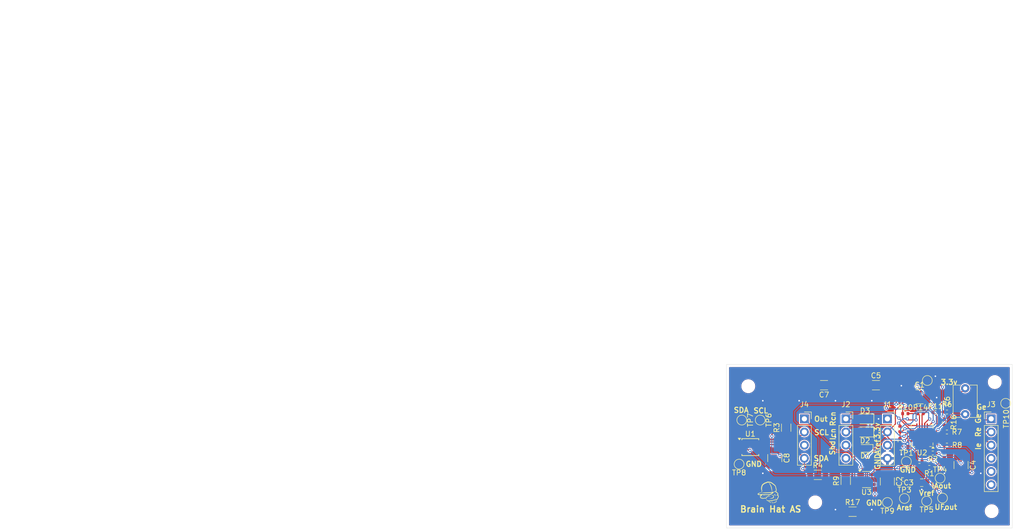
<source format=kicad_pcb>
(kicad_pcb (version 20240108) (generator "pcbnew") (generator_version "8.0")
  (title_block (title "Main BrainHat Bio-Potential Amplifier") (date "2024-09-28") (rev "R2") (company "BrainHat, LLC"))
  (layers (0 "F.Cu" signal) (31 "B.Cu" signal) (34 "B.Paste" user) (35 "F.Paste" user) (36 "B.SilkS" user "B.Silkscreen") (37 "F.SilkS" user "F.Silkscreen") (38 "B.Mask" user) (39 "F.Mask" user) (44 "Edge.Cuts" user))
  (net 0 "")
  (net 1 "GND")
  (net 2 "+3.3V")
  (net 3 "Vref")
  (net 4 "RLDFB1")
  (net 5 "RLD1")
  (net 6 "HPSENSE1")
  (net 7 "HPDRIVE1")
  (net 8 "1o")
  (net 9 "REFOUT1")
  (net 10 "UFOUT1")
  (net 11 "Aref")
  (net 12 "shutdown")
  (net 14 "Net-(C5-Pad1)")
  (net 15 "Ge")
  (net 16 "IAOUT1")
  (net 17 "OPAMP+1")
  (net 18 "OPAMP-1")
  (net 19 "IN-")
  (net 20 "connectedI")
  (net 21 "connectedR")
  (net 22 "5Vshutdown")
  (net 23 "IN+")
  (net 25 "/E+")
  (net 26 "Net-(J3-Pin_1)")
  (net 29 "ALERT")
  (net 30 "SCL")
  (net 33 "SDA")
  (net 34 "/E-")
  (footprint "Package_CSP:LFCSP-20-1EP_4x4mm_P0.5mm_EP2.5x2.5mm" (layer "F.Cu") (at 177.69 83.7275 180)
    (property "Reference" "U2")
    (property "Value" "AD8232")
  )
  (footprint "TestPoint:TestPoint_Pad_D1.5mm" (layer "F.Cu") (at 174.66 88.72)
    (property "Reference" "TP1")
    (property "Value" "TestPoint")
  )
  (footprint "TestPoint:TestPoint_Pad_D1.5mm" (layer "F.Cu") (at 142.43 89.23 180)
    (property "Reference" "TP8")
    (property "Value" "TestPoint")
  )
  (footprint "Capacitor_SMD:C_1206_3216Metric" (layer "F.Cu") (at 158.8 74 180)
    (property "Reference" "C7")
    (property "Value" "220uF")
  )
  (footprint "MountingHole:MountingHole_2.2mm_M2" (layer "F.Cu") (at 144.2 74.2)
    (property "Reference" "H3" (hide yes))
    (property "Value" "MountingHole")
  )
  (footprint "Capacitor_SMD:C_1206_3216Metric" (layer "F.Cu") (at 168.8 74)
    (property "Reference" "C5")
    (property "Value" "220uF")
  )
  (footprint "TestPoint:TestPoint_Pad_D1.5mm" (layer "F.Cu") (at 193.8 77.5)
    (property "Reference" "TP10")
    (property "Value" "TestPoint")
  )
  (footprint "Resistor_SMD:R_0402_1005Metric" (layer "F.Cu") (at 177.18 88.71 180)
    (property "Reference" "R5" (hide yes))
    (property "Value" "10M±1%")
  )
  (footprint "Capacitor_SMD:C_0402_1005Metric" (layer "F.Cu") (at 174 92.2)
    (property "Reference" "C9" (hide yes))
    (property "Value" "14pF")
  )
  (footprint "Resistor_SMD:R_0402_1005Metric" (layer "F.Cu") (at 181.97 87.44 90)
    (property "Reference" "R15" (hide yes))
    (property "Value" "10M±1%")
  )
  (footprint "Resistor_SMD:R_0402_1005Metric" (layer "F.Cu") (at 180.27 79.24)
    (property "Reference" "R11")
    (property "Value" "412k")
  )
  (footprint "Resistor_SMD:R_1206_3216Metric" (layer "F.Cu") (at 151.5 82.2 90)
    (property "Reference" "R3")
    (property "Value" "10k")
  )
  (footprint "Capacitor_SMD:C_1210_3225Metric" (layer "F.Cu") (at 185.2 89.4 -90)
    (property "Reference" "C4")
    (property "Value" "100nF")
  )
  (footprint "Capacitor_THT:C_Disc_D6.0mm_W4.4mm_P5.00mm" (layer "F.Cu") (at 186 79.6 90)
    (property "Reference" "C6")
    (property "Value" "1nF")
  )
  (footprint "Resistor_SMD:R_1206_3216Metric" (layer "F.Cu") (at 157.6 91.3)
    (property "Reference" "R4")
    (property "Value" "10k")
  )
  (footprint "LED_SMD:LED_0805_2012Metric" (layer "F.Cu") (at 166.7 83.02 180)
    (property "Reference" "D2")
    (property "Value" "XL-2012UWC")
  )
  (footprint "Resistor_SMD:R_0402_1005Metric" (layer "F.Cu") (at 174.46 79.48)
    (property "Reference" "R10")
    (property "Value" "604")
  )
  (footprint "Capacitor_SMD:C_1210_3225Metric" (layer "F.Cu") (at 177.21 76.24)
    (property "Reference" "C1")
    (property "Value" "100nF")
  )
  (footprint "Resistor_SMD:R_0402_1005Metric" (layer "F.Cu") (at 173.44 82.45 90)
    (property "Reference" "R13" (hide yes))
    (property "Value" "1.2M")
  )
  (footprint "MountingHole:MountingHole_2.2mm_M2" (layer "F.Cu") (at 191.1 98.3)
    (property "Reference" "H2" (hide yes))
    (property "Value" "MountingHole")
  )
  (footprint "Resistor_SMD:R_1206_3216Metric" (layer "F.Cu") (at 164.3 98.4)
    (property "Reference" "R17")
    (property "Value" "10k")
  )
  (footprint "MountingHole:MountingHole_2.2mm_M2" (layer "F.Cu") (at 191.7 73.4)
    (property "Reference" "H1" (hide yes))
    (property "Value" "MountingHole")
  )
  (footprint "TestPoint:TestPoint_Pad_D1.5mm" (layer "F.Cu") (at 178.57 96.37 180)
    (property "Reference" "TP5")
    (property "Value" "TestPoint")
  )
  (footprint "Connector_PinHeader_2.54mm:PinHeader_1x06_P2.54mm_Vertical" (layer "F.Cu") (at 191.01 80.49)
    (property "Reference" "J3")
    (property "Value" "Electrodes")
  )
  (footprint "TestPoint:TestPoint_Pad_D1.5mm" (layer "F.Cu") (at 171.01 96.63 180)
    (property "Reference" "TP9")
    (property "Value" "TestPoint")
  )
  (footprint "TestPoint:TestPoint_Pad_D1.5mm" (layer "F.Cu") (at 174.29 95.85)
    (property "Reference" "TP3")
    (property "Value" "TestPoint")
  )
  (footprint "TestPoint:TestPoint_Pad_D1.5mm" (layer "F.Cu") (at 178.7 73.1)
    (property "Reference" "TP2" (hide yes))
    (property "Value" "TestPoint")
  )
  (footprint "Capacitor_SMD:C_1210_3225Metric" (layer "F.Cu") (at 171 92.575 -90)
    (property "Reference" "C2")
    (property "Value" "100nF")
  )
  (footprint "Capacitor_SMD:C_0805_2012Metric" (layer "F.Cu") (at 177.62 92.81 180)
    (property "Reference" "C3")
    (property "Value" "10nF")
  )
  (footprint "Package_TO_SOT_SMD:SOT-23-5" (layer "F.Cu") (at 166.99 92.2)
    (property "Reference" "U3")
    (property "Value" "SN74LV1T34DBV")
  )
  (footprint "Capacitor_SMD:C_1210_3225Metric" (layer "F.Cu") (at 149.31 88.06 -90)
    (property "Reference" "C8")
    (property "Value" "100nF")
  )
  (footprint "Resistor_SMD:R_0402_1005Metric" (layer "F.Cu") (at 181.97 81.15 -90)
    (property "Reference" "R16")
    (property "Value" "10M±1%")
  )
  (footprint "Connector_PinSocket_2.54mm:PinSocket_1x04_P2.54mm_Vertical" (layer "F.Cu") (at 155.01 80.49)
    (property "Reference" "J4")
    (property "Value" "Output")
  )
  (footprint "Resistor_SMD:R_0402_1005Metric" (layer "F.Cu") (at 179.08 89.86 180)
    (property "Reference" "R1")
    (property "Value" "10M±1%")
  )
  (footprint "Resistor_SMD:R_0402_1005Metric" (layer "F.Cu") (at 173.44 84.81 90)
    (property "Reference" "R12" (hide yes))
    (property "Value" "1.2M")
  )
  (footprint "TestPoint:TestPoint_Pad_D1.5mm" (layer "F.Cu") (at 146.5 80.73 -90)
    (property "Reference" "TP6")
    (property "Value" "TestPoint")
  )
  (footprint "Package_SO:TSSOP-10_3x3mm_P0.5mm" (layer "F.Cu") (at 144.59 85.95)
    (property "Reference" "U1")
    (property "Value" "ADS1113IDGS")
  )
  (footprint "Resistor_SMD:R_0402_1005Metric" (layer "F.Cu") (at 179.76 87.09 180)
    (property "Reference" "R2")
    (property "Value" "1.58M")
  )
  (footprint "Connector_PinSocket_2.54mm:PinSocket_1x04_P2.54mm_Vertical" (layer "F.Cu") (at 171.01 80.49)
    (property "Reference" "J1")
    (property "Value" "Power")
  )
  (footprint "LED_SMD:LED_0805_2012Metric" (layer "F.Cu") (at 166.71 80.5 180)
    (property "Reference" "D3")
    (property "Value" "XL-2012UWC")
  )
  (footprint "LED_SMD:LED_0603_1608Metric" (layer "F.Cu") (at 166.7575 86.19 180)
    (property "Reference" "D1")
    (property "Value" "XL-1608UBC-04")
  )
  (footprint "TestPoint:TestPoint_Pad_D1.5mm" (layer "F.Cu") (at 142.95 80.73 -90)
    (property "Reference" "TP7")
    (property "Value" "TestPoint")
  )
  (footprint "TestPoint:TestPoint_Pad_D1.5mm" (layer "F.Cu") (at 181.16 91.94)
    (property "Reference" "TP4")
    (property "Value" "TestPoint")
  )
  (footprint "Resistor_SMD:R_1206_3216Metric" (layer "F.Cu") (at 162.98 92.46 90)
    (property "Reference" "R9")
    (property "Value" "10k")
  )
  (footprint "Resistor_SMD:R_0402_1005Metric" (layer "F.Cu") (at 182.49 79.17)
    (property "Reference" "R6")
    (property "Value" "330k")
  )
  (footprint "Resistor_SMD:R_0402_1005Metric" (layer "F.Cu") (at 182.48 83.03)
    (property "Reference" "R7")
    (property "Value" "330k")
  )
  (footprint "TestPoint:TestPoint_Pad_D1.5mm" (layer "F.Cu") (at 181.63 95.77)
    (property "Reference" "TP11" (hide yes))
    (property "Value" "TestPoint")
  )
  (footprint "Resistor_SMD:R_0402_1005Metric" (layer "F.Cu") (at 177.39 79.48)
    (property "Reference" "R14")
    (property "Value" "1k")
  )
  (footprint "Resistor_SMD:R_0402_1005Metric" (layer "F.Cu") (at 182.48 85.56)
    (property "Reference" "R8")
    (property "Value" "330k")
  )
  (footprint "MountingHole:MountingHole_2.2mm_M2" (layer "F.Cu") (at 157.1 96.6)
    (property "Reference" "H4" (hide yes))
    (property "Value" "MountingHole")
  )
  (footprint "Connector_PinSocket_2.54mm:PinSocket_1x04_P2.54mm_Vertical" (layer "F.Cu") (at 163.01 80.49)
    (property "Reference" "J2")
    (property "Value" "Status")
  )
  (gr_poly (pts (xy 146.77311 95.443963) (xy 146.774745 95.444176) (xy 146.776172 95.444386) (xy 146.777416 95.444602) (xy 146.778502 95.444835) (xy 146.779456 95.445093) (xy 146.780301 95.445386) (xy 146.781064 95.445726) (xy 146.781769 95.44612) (xy 146.78244 95.44658) (xy 146.783104 95.447115) (xy 146.783785 95.447735) (xy 146.784507 95.44845) (xy 146.786179 95.450203) (xy 146.789455 95.455722) (xy 146.793486 95.462213) (xy 146.79822 95.469944) (xy 146.805872 95.481594) (xy 146.813596 95.492696) (xy 146.821441 95.503249) (xy 146.829454 95.513253) (xy 146.837683 95.522708) (xy 146.846175 95.531613) (xy 146.854978 95.539969) (xy 146.86414 95.547775) (xy 146.873709 95.555032) (xy 146.883732 95.561738) (xy 146.894257 95.567895) (xy 146.905331 95.573501) (xy 146.917003 95.578558) (xy 146.92932 95.583064) (xy 146.94233 95.58702) (xy 146.95608 95.590425) (xy 146.960825 95.591322) (xy 146.965576 95.592135) (xy 146.970336 95.592874) (xy 146.975103 95.593545) (xy 146.984663 95.594723) (xy 146.994259 95.595735) (xy 146.996813 95.596144) (xy 146.997877 95.59633) (xy 146.998829 95.596516) (xy 146.999692 95.596712) (xy 147.00049 95.596927) (xy 147.001245 95.597172) (xy 147.00198 95.597454) (xy 147.002718 95.597784) (xy 147.003481 95.598172) (xy 147.004294 95.598626) (xy 147.005177 95.599157) (xy 147.006156 95.599774) (xy 147.007251 95.600486) (xy 147.009886 95.602235) (xy 147.001616 95.605413) (xy 146.993232 95.608252) (xy 146.984751 95.610743) (xy 146.976186 95.612877) (xy 146.96755 95.614648) (xy 146.958859 95.616045) (xy 146.950126 95.617062) (xy 146.941365 95.617689) (xy 146.932591 95.617919) (xy 146.923817 95.617742) (xy 146.915058 95.617152) (xy 146.906327 95.616138) (xy 146.897639 95.614694) (xy 146.889008 95.612811) (xy 146.880448 95.610479) (xy 146.871972 95.607692) (xy 146.867952 95.605771) (xy 146.864015 95.6037) (xy 146.860161 95.601484) (xy 146.85639 95.599128) (xy 146.852701 95.596639) (xy 146.849094 95.594021) (xy 146.842124 95.588422) (xy 146.835477 95.582374) (xy 146.829149 95.575922) (xy 146.823139 95.569109) (xy 146.817443 95.561979) (xy 146.812058 95.554575) (xy 146.80698 95.546942) (xy 146.802208 95.539122) (xy 146.797737 95.531161) (xy 146.793566 95.523101) (xy 146.78969 95.514986) (xy 146.786107 95.50686) (xy 146.782814 95.498766) (xy 146.780531 95.492225) (xy 146.778344 95.48566) (xy 146.776231 95.479071) (xy 146.77417 95.472455) (xy 146.773474 95.469959) (xy 146.772915 95.468016) (xy 146.772433 95.466471) (xy 146.772203 95.465801) (xy 146.77197 95.465172) (xy 146.771727 95.464567) (xy 146.771466 95.463965) (xy 146.770862 95.462696) (xy 146.770098 95.461212) (xy 146.769116 95.45936) (xy 146.769055 95.455392) (xy 146.769033 95.451423) (xy 146.769052 95.447454) (xy 146.769116 95.443485)) (stroke (width -0.000001)) (fill solid) (layer "F.SilkS"))
  (gr_poly (pts (xy 147.55977 95.327128) (xy 147.561501 95.327203) (xy 147.562241 95.327256) (xy 147.562922 95.327325) (xy 147.563565 95.327412) (xy 147.564189 95.327524) (xy 147.564812 95.327662) (xy 147.565455 95.327831) (xy 147.566136 95.328035) (xy 147.566876 95.328278) (xy 147.568607 95.328896) (xy 147.570803 95.329715) (xy 147.572253 95.332194) (xy 147.573481 95.334711) (xy 147.574499 95.337262) (xy 147.575319 95.339844) (xy 147.575955 95.342454) (xy 147.576419 95.34509) (xy 147.576723 95.347748) (xy 147.576881 95.350426) (xy 147.576904 95.35312) (xy 147.576806 95.355827) (xy 147.576598 95.358545) (xy 147.576295 95.361271) (xy 147.575907 95.364002) (xy 147.575449 95.366734) (xy 147.574369 95.372193) (xy 147.57195 95.380086) (xy 147.569098 95.38774) (xy 147.565833 95.395157) (xy 147.562171 95.402335) (xy 147.558132 95.409276) (xy 147.553734 95.415978) (xy 147.548996 95.422443) (xy 147.543936 95.42867) (xy 147.538572 95.43466) (xy 147.532923 95.440412) (xy 147.527007 95.445927) (xy 147.520843 95.451204) (xy 147.514449 95.456244) (xy 147.507844 95.461048) (xy 147.501046 95.465614) (xy 147.494074 95.469944) (xy 147.481555 95.476864) (xy 147.468578 95.483618) (xy 147.461939 95.486857) (xy 147.455209 95.489964) (xy 147.448398 95.492909) (xy 147.441514 95.495662) (xy 147.434564 95.498192) (xy 147.427557 95.50047) (xy 147.4205 95.502466) (xy 147.413403 95.504149) (xy 147.406273 95.505489) (xy 147.399119 95.506456) (xy 147.391947 95.50702) (xy 147.384768 95.507151) (xy 147.377688 95.507078) (xy 147.372366 95.506985) (xy 147.373789 95.505853) (xy 147.375222 95.504755) (xy 147.378119 95.502654) (xy 147.38106 95.500666) (xy 147.384047 95.498772) (xy 147.387083 95.496953) (xy 147.39017 95.495191) (xy 147.393312 95.493469) (xy 147.39651 95.491767) (xy 147.40523 95.48694) (xy 147.413694 95.481872) (xy 147.421944 95.476579) (xy 147.430021 95.471075) (xy 147.437967 95.465377) (xy 147.445824 95.459499) (xy 147.453632 95.453458) (xy 147.461435 95.447268) (xy 147.465261 95.444243) (xy 147.469114 95.441267) (xy 147.472993 95.438333) (xy 147.476897 95.435437) (xy 147.484778 95.429741) (xy 147.492751 95.424138) (xy 147.501833 95.417636) (xy 147.510638 95.411006) (xy 147.514906 95.407603) (xy 147.519068 95.40412) (xy 147.523114 95.400543) (xy 147.52703 95.396854) (xy 147.530805 95.393039) (xy 147.534427 95.389081) (xy 147.537885 95.384966) (xy 147.541165 95.380676) (xy 147.544257 95.376197) (xy 147.547149 95.371512) (xy 147.549828 95.366607) (xy 147.552282 95.361465) (xy 147.552282 95.353527) (xy 147.536407 95.372048) (xy 147.531116 95.369402) (xy 147.541368 95.351212) (xy 147.544293 95.345993) (xy 147.545772 95.343397) (xy 147.547242 95.340878) (xy 147.548733 95.33843) (xy 147.550275 95.336048) (xy 147.551075 95.33488) (xy 147.5519 95.333726) (xy 147.552752 95.332586) (xy 147.553637 95.331459) (xy 147.554558 95.330345) (xy 147.555518 95.329242) (xy 147.556522 95.32815) (xy 147.557574 95.327069)) (stroke (width -0.000001)) (fill solid) (layer "F.SilkS"))
  (gr_poly (pts (xy 148.726367 95.175284) (xy 148.744233 95.176147) (xy 148.762099 95.177491) (xy 148.779938 95.179291) (xy 148.797721 95.181524) (xy 148.815419 95.184167) (xy 148.833005 95.187196) (xy 148.867726 95.194322) (xy 148.901657 95.202715) (xy 148.907547 95.204283) (xy 148.922168 95.20858) (xy 148.936434 95.213385) (xy 148.950332 95.218707) (xy 148.963852 95.224559) (xy 148.97698 95.230952) (xy 148.989705 95.237897) (xy 149.002015 95.245407) (xy 149.013898 95.253493) (xy 149.025342 95.262167) (xy 149.036335 95.271439) (xy 149.046865 95.281322) (xy 149.056921 95.291827) (xy 149.06649 95.302965) (xy 149.07556 95.314749) (xy 149.08412 95.327189) (xy 149.092157 95.340298) (xy 149.099996 95.355301) (xy 149.107076 95.370164) (xy 149.113422 95.384925) (xy 149.119055 95.399618) (xy 149.124001 95.41428) (xy 149.128281 95.428947) (xy 149.131919 95.443656) (xy 149.134938 95.458443) (xy 149.137362 95.473344) (xy 149.139214 95.488395) (xy 149.140516 95.503632) (xy 149.141293 95.519092) (xy 149.141567 95.534811) (xy 149.141361 95.550825) (xy 149.1407 95.56717) (xy 149.139605 95.583882) (xy 149.138684 95.59625) (xy 149.137827 95.606439) (xy 149.136743 95.616497) (xy 149.135402 95.626418) (xy 149.133776 95.636196) (xy 149.131836 95.645823) (xy 149.129554 95.655292) (xy 149.1269 95.664597) (xy 149.123846 95.67373) (xy 149.120364 95.682686) (xy 149.116424 95.691457) (xy 149.111998 95.700036) (xy 149.107058 95.708417) (xy 149.101574 95.716592) (xy 149.095517 95.724556) (xy 149.08886 95.7323) (xy 149.081574 95.739819) (xy 149.076251 95.745307) (xy 149.069851 95.75118) (xy 149.063189 95.756677) (xy 149.056286 95.761824) (xy 149.049163 95.766647) (xy 149.041844 95.771171) (xy 149.034349 95.775422) (xy 149.026701 95.779426) (xy 149.018921 95.783209) (xy 149.011032 95.786796) (xy 149.003055 95.790214) (xy 148.986924 95.796645) (xy 148.954574 95.80861) (xy 148.9458 95.811889) (xy 148.903109 95.826997) (xy 148.860099 95.840552) (xy 148.81676 95.852533) (xy 148.773081 95.862914) (xy 148.72905 95.871674) (xy 148.684657 95.878788) (xy 148.639891 95.884233) (xy 148.59474 95.887985) (xy 148.589398 95.888337) (xy 148.545739 95.890805) (xy 148.502073 95.892542) (xy 148.458383 95.893608) (xy 148.414655 95.894064) (xy 148.395105 95.894179) (xy 148.380165 95.894172) (xy 148.365345 95.893921) (xy 148.350614 95.893391) (xy 148.335942 95.892547) (xy 148.321299 95.891354) (xy 148.306654 95.889778) (xy 148.291978 95.887785) (xy 148.27724 95.885339) (xy 148.267976 95.883696) (xy 148.262798 95.882709) (xy 148.257629 95.881688) (xy 148.252468 95.880635) (xy 148.247309 95.879552) (xy 148.240421 95.87813) (xy 148.224324 95.874756) (xy 148.224324 95.87211) (xy 148.229119 95.871232) (xy 148.23391 95.870494) (xy 148.238703 95.869876) (xy 148.2435 95.869358) (xy 148.248306 95.868921) (xy 148.253125 95.868544) (xy 148.26282 95.867892) (xy 148.28132 95.866459) (xy 148.299676 95.864605) (xy 148.317915 95.862345) (xy 148.336068 95.85969) (xy 148.354162 95.856655) (xy 148.372227 95.853251) (xy 148.390292 95.849493) (xy 148.408385 95.845394) (xy 148.413475 95.844199) (xy 148.474296 95.829713) (xy 148.534673 95.814655) (xy 148.594561 95.798646) (xy 148.653914 95.78131) (xy 148.712688 95.762269) (xy 148.770836 95.741144) (xy 148.799661 95.729682) (xy 148.828313 95.717557) (xy 148.856785 95.704723) (xy 148.885073 95.691132) (xy 148.891189 95.688169) (xy 148.897324 95.685251) (xy 148.903476 95.682371) (xy 148.909646 95.679523) (xy 148.925813 95.672851) (xy 148.932491 95.670014) (xy 148.938396 95.667399) (xy 148.943653 95.664925) (xy 148.948384 95.662511) (xy 148.952714 95.660073) (xy 148.956766 95.65753) (xy 148.960663 95.6548) (xy 148.964528 95.651801) (xy 148.968487 95.648451) (xy 148.972661 95.644668) (xy 148.977176 95.640371) (xy 148.982153 95.635477) (xy 148.993991 95.62357) (xy 148.99564 95.618217) (xy 148.99714 95.612883) (xy 148.998499 95.607553) (xy 148.999723 95.602211) (xy 149.000819 95.596841) (xy 149.001793 95.591427) (xy 149.002654 95.585955) (xy 149.003408 95.580407) (xy 149.004302 95.573536) (xy 149.005208 95.566373) (xy 149.006095 95.559208) (xy 149.007481 95.548477) (xy 149.008932 95.537754) (xy 149.009855 95.529952) (xy 149.010588 95.522258) (xy 149.011127 95.514659) (xy 149.011465 95.507142) (xy 149.011596 95.499695) (xy 149.011515 95.492306) (xy 149.011216 95.484962) (xy 149.010693 95.477651) (xy 149.00994 95.470359) (xy 149.008951 95.463076) (xy 149.00772 95.455788) (xy 149.006241 95.448484) (xy 149.004509 95.441149) (xy 149.002518 95.433773) (xy 149.000262 95.426343) (xy 148.997734 95.418846) (xy 148.994898 95.410624) (xy 148.992231 95.403334) (xy 148.989451 95.396205) (xy 148.98651 95.389225) (xy 148.983364 95.382383) (xy 148.979965 95.375668) (xy 148.978158 95.372354) (xy 148.97627 95.369068) (xy 148.974296 95.365809) (xy 148.972231 95.362574) (xy 148.970068 95.359362) (xy 148.967803 95.356173) (xy 148.963648 95.350437) (xy 148.95949 95.345492) (xy 148.955116 95.340754) (xy 148.950544 95.336212) (xy 148.94579 95.331856) (xy 148.94087 95.327673) (xy 148.935801 95.323654) (xy 148.930598 95.319787) (xy 148.925279 95.316061) (xy 148.91986 95.312466) (xy 148.914357 95.30899) (xy 148.908786 95.305622) (xy 148.903163 95.302352) (xy 148.891831 95.296061) (xy 148.880491 95.290027) (xy 148.871395 95.285211) (xy 148.854511 95.276894) (xy 148.837473 95.26899) (xy 148.820284 95.261514) (xy 148.80295 95.254479) (xy 148.785475 95.247896) (xy 148.767862 95.24178) (xy 148.750117 95.236144) (xy 148.732244 95.231001) (xy 148.714246 95.226363) (xy 148.696129 95.222244) (xy 148.677896 95.218657) (xy 148.659551 95.215616) (xy 148.6411 95.213133) (xy 148.622547 95.211221) (xy 148.603895 95.209893) (xy 148.585149 95.209164) (xy 148.57098 95.208817) (xy 148.536532 95.208006) (xy 148.549761 95.215944) (xy 148.54713 95.216812) (xy 148.546042 95.217153) (xy 148.545079 95.217432) (xy 148.54422 95.217649) (xy 148.543446 95.217804) (xy 148.542735 95.217898) (xy 148.542068 95.217929) (xy 148.541423 95.217899) (xy 148.540781 95.217806) (xy 148.540122 95.217652) (xy 148.539423 95.217436) (xy 148.538666 95.217158) (xy 148.53783 95.216819) (xy 148.53584 95.215954) (xy 148.529422 95.21214) (xy 148.522941 95.208347) (xy 148.518011 95.20536) (xy 148.518011 95.200069) (xy 148.526098 95.198204) (xy 148.534204 95.19647) (xy 148.542328 95.194848) (xy 148.550468 95.193318) (xy 148.566789 95.19046) (xy 148.583153 95.187741) (xy 148.602518 95.184519) (xy 148.615008 95.182447) (xy 148.620764 95.181486) (xy 148.638033 95.178981) (xy 148.655473 95.177095) (xy 148.673054 95.175806) (xy 148.690749 95.17509) (xy 148.70853 95.174924)) (stroke (width -0.000001)) (fill solid) (layer "F.SilkS"))
  (gr_poly (pts (xy 148.003982 92.594394) (xy 148.013276 92.594646) (xy 148.022621 92.595125) (xy 148.032027 92.595823) (xy 148.041509 92.596728) (xy 148.060751 92.599122) (xy 148.077663 92.601459) (xy 148.094585 92.603721) (xy 148.10143 92.604636) (xy 148.117039 92.606569) (xy 148.132662 92.608289) (xy 148.148303 92.609845) (xy 148.163966 92.611286) (xy 148.18519 92.613395) (xy 148.206331 92.615865) (xy 148.22743 92.618664) (xy 148.248532 92.621757) (xy 148.259376 92.623271) (xy 148.270229 92.624627) (xy 148.281091 92.625841) (xy 148.291964 92.626932) (xy 148.313742 92.62881) (xy 148.33557 92.630396) (xy 148.355567 92.632228) (xy 148.375319 92.634799) (xy 148.39487 92.638058) (xy 148.414261 92.641953) (xy 148.433534 92.646435) (xy 148.452729 92.65145) (xy 148.47189 92.656949) (xy 148.491057 92.66288) (xy 148.49948 92.665543) (xy 148.51513 92.670589) (xy 148.530645 92.675792) (xy 148.546028 92.6812) (xy 148.561287 92.686861) (xy 148.576428 92.692822) (xy 148.591456 92.699131) (xy 148.606377 92.705837) (xy 148.621199 92.712985) (xy 148.630064 92.717356) (xy 148.653659 92.729086) (xy 148.677185 92.740953) (xy 148.687981 92.746338) (xy 148.698824 92.751611) (xy 148.709711 92.756791) (xy 148.720639 92.761902) (xy 148.729302 92.76598) (xy 148.7378 92.770121) (xy 148.74613 92.774394) (xy 148.754292 92.778874) (xy 148.762286 92.783632) (xy 148.766219 92.786138) (xy 148.770109 92.788741) (xy 148.773956 92.791449) (xy 148.777761 92.794272) (xy 148.781522 92.797218) (xy 148.785241 92.800298) (xy 148.794253 92.807822) (xy 148.8046 92.816646) (xy 148.814817 92.82559) (xy 148.824901 92.834683) (xy 148.829893 92.839295) (xy 148.83485 92.843954) (xy 148.837326 92.846161) (xy 148.839832 92.848312) (xy 148.844927 92.852465) (xy 148.850125 92.856446) (xy 148.855412 92.860289) (xy 148.860777 92.864026) (xy 148.866209 92.867691) (xy 148.877225 92.874941) (xy 148.892484 92.885123) (xy 148.907513 92.89555) (xy 148.922277 92.906279) (xy 148.936737 92.917367) (xy 148.950858 92.928872) (xy 148.964601 92.940849) (xy 148.97132 92.947033) (xy 148.977931 92.953357) (xy 148.984429 92.959828) (xy 148.99081 92.966452) (xy 148.99282 92.968518) (xy 148.994834 92.970506) (xy 148.996856 92.97242) (xy 148.998892 92.974265) (xy 149.000945 92.976047) (xy 149.003019 92.977769) (xy 149.005118 92.979436) (xy 149.007248 92.981054) (xy 149.00941 92.982627) (xy 149.011611 92.98416) (xy 149.013854 92.985657) (xy 149.016143 92.987124) (xy 149.018483 92.988566) (xy 149.020877 92.989986) (xy 149.025846 92.992782) (xy 149.044253 93.003666) (xy 149.062268 93.015125) (xy 149.079919 93.027112) (xy 149.097232 93.03958) (xy 149.114235 93.052479) (xy 149.130955 93.065763) (xy 149.147418 93.079383) (xy 149.163652 93.093291) (xy 149.171146 93.099684) (xy 149.178728 93.105946) (xy 149.186405 93.11209) (xy 149.194187 93.118129) (xy 149.198494 93.121429) (xy 149.203643 93.125325) (xy 149.208816 93.129182) (xy 149.214017 93.133002) (xy 149.21925 93.136784) (xy 149.225205 93.141232) (xy 149.231081 93.145796) (xy 149.236878 93.15047) (xy 149.242598 93.15525) (xy 149.248241 93.160129) (xy 149.253808 93.165103) (xy 149.264718 93.175313) (xy 149.275334 93.185837) (xy 149.285663 93.196633) (xy 149.295712 93.207657) (xy 149.305488 93.218867) (xy 149.308695 93.22248) (xy 149.31197 93.225972) (xy 149.315315 93.229361) (xy 149.31873 93.232662) (xy 149.322215 93.23589) (xy 149.32577 93.23906) (xy 149.329396 93.24219) (xy 149.333093 93.245294) (xy 149.337791 93.249258) (xy 149.343173 93.253763) (xy 149.348581 93.258221) (xy 149.354031 93.262628) (xy 149.359541 93.266978) (xy 149.361259 93.268538) (xy 149.362926 93.270115) (xy 149.364547 93.271711) (xy 149.366126 93.273324) (xy 149.367667 93.274957) (xy 149.369173 93.276608) (xy 149.372097 93.279968) (xy 149.37493 93.283409) (xy 149.377704 93.286933) (xy 149.38045 93.290543) (xy 149.383199 93.294242) (xy 149.392273 93.306324) (xy 149.396973 93.312599) (xy 149.401653 93.318745) (xy 149.406372 93.32486) (xy 149.41588 93.337038) (xy 149.427347 93.351751) (xy 149.438761 93.366506) (xy 149.443008 93.37199) (xy 149.448926 93.379733) (xy 149.454802 93.387508) (xy 149.458239 93.391948) (xy 149.461247 93.396162) (xy 149.464077 93.400463) (xy 149.466738 93.404846) (xy 149.469243 93.409304) (xy 149.471602 93.413833) (xy 149.473825 93.418426) (xy 149.475924 93.423078) (xy 149.477908 93.427783) (xy 149.479789 93.432537) (xy 149.481578 93.437332) (xy 149.48492 93.447027) (xy 149.48802 93.456823) (xy 149.490965 93.466676) (xy 149.496467 93.484944) (xy 149.499331 93.494464) (xy 149.503039 93.506496) (xy 149.506813 93.518507) (xy 149.514467 93.542496) (xy 149.520663 93.561936) (xy 149.530103 93.591452) (xy 149.539437 93.620713) (xy 149.542269 93.629476) (xy 149.545809 93.641178) (xy 149.548995 93.652842) (xy 149.551813 93.664502) (xy 149.554253 93.676196) (xy 149.5563 93.68796) (xy 149.557945 93.699828) (xy 149.559173 93.711838) (xy 149.559974 93.724024) (xy 149.560753 93.733726) (xy 149.561838 93.743182) (xy 149.563229 93.752454) (xy 149.56493 93.761601) (xy 149.566941 93.770683) (xy 149.569264 93.77976) (xy 149.571902 93.788892) (xy 149.574856 93.798139) (xy 149.576419 93.803018) (xy 149.577872 93.807912) (xy 149.579229 93.81282) (xy 149.580505 93.817745) (xy 149.581717 93.822687) (xy 149.582878 93.827648) (xy 149.585109 93.83763) (xy 149.589127 93.854087) (xy 149.593617 93.870409) (xy 149.598506 93.886615) (xy 149.603719 93.902724) (xy 149.609183 93.918756) (xy 149.614824 93.934732) (xy 149.626339 93.96659) (xy 149.632433 93.983984) (xy 149.637998 94.001054) (xy 149.643032 94.017855) (xy 149.647534 94.034442) (xy 149.651502 94.050872) (xy 149.654933 94.0672) (xy 149.657827 94.083482) (xy 149.660181 94.099774) (xy 149.661993 94.116131) (xy 149.663261 94.13261) (xy 149.663985 94.149265) (xy 149.664161 94.166154) (xy 149.663788 94.183331) (xy 149.662865 94.200852) (xy 149.661388 94.218773) (xy 149.659358 94.237151) (xy 149.658283 94.246049) (xy 149.65499 94.272303) (xy 149.651362 94.298488) (xy 149.649362 94.311549) (xy 149.647205 94.324588) (xy 149.644867 94.337603) (xy 149.642325 94.350591) (xy 149.640556 94.359289) (xy 149.638292 94.368699) (xy 149.635693 94.377996) (xy 149.634259 94.382596) (xy 149.632732 94.38716) (xy 149.631107 94.391685) (xy 149.629382 94.39617) (xy 149.627553 94.400612) (xy 149.625618 94.405009) (xy 149.623571 94.409357) (xy 149.621411 94.413656) (xy 149.619134 94.417901) (xy 149.616737 94.422091) (xy 149.614215 94.426224) (xy 149.611567 94.430297) (xy 149.606906 94.437335) (xy 149.602803 94.44336) (xy 149.597511 94.451298) (xy 149.598113 94.453906) (xy 149.598742 94.456476) (xy 149.599399 94.459019) (xy 149.600085 94.461542) (xy 149.6008 94.464057) (xy 149.601547 94.466571) (xy 149.603134 94.471638) (xy 149.607731 94.48794) (xy 149.611775 94.504349) (xy 149.61521 94.520859) (xy 149.617982 94.537466) (xy 149.619102 94.545804) (xy 149.620035 94.554165) (xy 149.620775 94.562546) (xy 149.621313 94.570949) (xy 149.621645 94.579372) (xy 149.621761 94.587815) (xy 149.621657 94.596276) (xy 149.621324 94.604756) (xy 149.62621 94.605097) (xy 149.636825 94.606203) (xy 149.647245 94.607742) (xy 149.657469 94.609714) (xy 149.667496 94.612115) (xy 149.677326 94.614943) (xy 149.686957 94.618196) (xy 149.696388 94.621871) (xy 149.705619 94.625965) (xy 149.714649 94.630477) (xy 149.723476 94.635405) (xy 149.7321 94.640744) (xy 149.740519 94.646494) (xy 149.748734 94.652652) (xy 149.756742 94.659215) (xy 149.764543 94.666181) (xy 149.772136 94.673548) (xy 149.778058 94.67946) (xy 149.783257 94.684679) (xy 149.788445 94.689909) (xy 149.7966 94.697716) (xy 149.804996 94.705286) (xy 149.813593 94.712648) (xy 149.822353 94.719832) (xy 149.831238 94.726868) (xy 149.84021 94.733787) (xy 149.85826 94.747393) (xy 149.865286 94.752877) (xy 149.872072 94.758585) (xy 149.878623 94.764509) (xy 149.884942 94.77064) (xy 149.896902 94.783491) (xy 149.90798 94.797075) (xy 149.918207 94.811324) (xy 149.927613 94.826173) (xy 149.936227 94.841557) (xy 149.94408 94.857409) (xy 149.951201 94.873663) (xy 149.95762 94.890255) (xy 149.963367 94.907117) (xy 149.968472 94.924185) (xy 149.972965 94.941393) (xy 149.976876 94.958674) (xy 149.980234 94.975963) (xy 149.983071 94.993195) (xy 149.984204 95.005189) (xy 149.984591 95.017162) (xy 149.984266 95.0291) (xy 149.983263 95.040985) (xy 149.981617 95.052801) (xy 149.979362 95.064532) (xy 149.976533 95.076162) (xy 149.973164 95.087675) (xy 149.969289 95.099054) (xy 149.964942 95.110284) (xy 149.960158 95.121348) (xy 149.954972 95.132229) (xy 149.949417 95.142912) (xy 149.943528 95.153381) (xy 149.93734 95.163619) (xy 149.930886 95.17361) (xy 149.937935 95.175646) (xy 149.940625 95.176701) (xy 149.943243 95.177849) (xy 149.945796 95.179083) (xy 149.948289 95.180398) (xy 149.95073 95.181786) (xy 149.953124 95.183241) (xy 149.955478 95.184757) (xy 149.957797 95.186327) (xy 149.962358 95.189605) (xy 149.966857 95.193022) (xy 149.975865 95.200069) (xy 149.981612 95.204368) (xy 149.986016 95.208042) (xy 149.990223 95.211851) (xy 149.994236 95.21579) (xy 149.998063 95.219854) (xy 150.001707 95.224037) (xy 150.005175 95.228335) (xy 150.011603 95.237252) (xy 150.017392 95.246563) (xy 150.022583 95.256225) (xy 150.027222 95.266198) (xy 150.031351 95.276438) (xy 150.035014 95.286904) (xy 150.038255 95.297554) (xy 150.041117 95.308345) (xy 150.043644 95.319236) (xy 150.045879 95.330184) (xy 150.047866 95.341148) (xy 150.051272 95.362953) (xy 150.05462 95.385308) (xy 150.055449 95.390828) (xy 150.057342 95.402627) (xy 150.0594 95.414389) (xy 150.06158 95.426129) (xy 150.063839 95.437863) (xy 150.06616 95.45148) (xy 150.067954 95.464914) (xy 150.069205 95.478174) (xy 150.069898 95.491271) (xy 150.070017 95.504214) (xy 150.069544 95.517013) (xy 150.068464 95.529678) (xy 150.066762 95.542219) (xy 150.06442 95.554646) (xy 150.061423 95.566969) (xy 150.057755 95.579197) (xy 150.0534 95.591342) (xy 150.048341 95.603412) (xy 150.042562 95.615418) (xy 150.036048 95.62737) (xy 150.028782 95.639277) (xy 150.025077 95.64456) (xy 150.021298 95.649779) (xy 150.017454 95.654943) (xy 150.013549 95.660059) (xy 150.009591 95.665135) (xy 150.005587 95.670177) (xy 149.997466 95.680194) (xy 149.991606 95.687722) (xy 149.986227 95.695308) (xy 149.981297 95.702961) (xy 149.976787 95.710689) (xy 149.972668 95.718502) (xy 149.96891 95.726407) (xy 149.965482 95.734413) (xy 149.962355 95.742529) (xy 149.959498 95.750763) (xy 149.956883 95.759124) (xy 149.954479 95.76762) (xy 149.952257 95.77626) (xy 149.948236 95.794006) (xy 149.944582 95.81243) (xy 149.941807 95.825832) (xy 149.938636 95.838812) (xy 149.935063 95.8514) (xy 149.931085 95.863623) (xy 149.926696 95.87551) (xy 149.921894 95.887088) (xy 149.916672 95.898385) (xy 149.911027 95.909431) (xy 149.904955 95.920252) (xy 149.89845 95.930878) (xy 149.891509 95.941335) (xy 149.884126 95.951653) (xy 149.876298 95.96186) (xy 149.86802 95.971983) (xy 149.859287 95.982051) (xy 149.850095 95.992093) (xy 149.84625 95.996293) (xy 149.842485 96.000532) (xy 149.838787 96.004828) (xy 149.83514 96.009198) (xy 149.833859 96.010685) (xy 149.832561 96.012143) (xy 149.829915 96.014982) (xy 149.827207 96.017729) (xy 149.824438 96.020402) (xy 149.821613 96.023017) (xy 149.818734 96.025591) (xy 149.815804 96.028142) (xy 149.812826 96.030684) (xy 149.808211 96.03476) (xy 149.803657 96.038896) (xy 149.799146 96.043078) (xy 149.794658 96.047293) (xy 149.777185 96.063378) (xy 149.768075 96.071425) (xy 149.758724 96.079386) (xy 149.749134 96.087198) (xy 149.739312 96.094796) (xy 149.72926 96.102114) (xy 149.718985 96.109086) (xy 149.70849 96.115649) (xy 149.69778 96.121736) (xy 149.686859 96.127283) (xy 149.675733 96.132224) (xy 149.664406 96.136495) (xy 149.652881 96.140029) (xy 149.647047 96.141501) (xy 149.641165 96.142763) (xy 149.635236 96.143809) (xy 149.629261 96.144631) (xy 149.632269 96.151452) (xy 149.639358 96.169502) (xy 149.645649 96.188152) (xy 149.651132 96.207322) (xy 149.655798 96.22693) (xy 149.659638 96.246896) (xy 149.662642 96.267138) (xy 149.6648 96.287575) (xy 149.666104 96.308126) (xy 149.666544 96.328711) (xy 149.666111 96.349248) (xy 149.664794 96.369656) (xy 149.662586 96.389854) (xy 149.659475 96.409761) (xy 149.655454 96.429296) (xy 149.650512 96.448378) (xy 149.64464 96.466927) (xy 149.642187 96.472499) (xy 149.639577 96.477823) (xy 149.636811 96.482918) (xy 149.63389 96.487801) (xy 149.630814 96.492489) (xy 149.627584 96.496999) (xy 149.6242 96.50135) (xy 149.620663 96.505558) (xy 149.616974 96.509642) (xy 149.613133 96.513619) (xy 149.60914 96.517507) (xy 149.604997 96.521322) (xy 149.600704 96.525083) (xy 149.596261 96.528807) (xy 149.586928 96.536215) (xy 149.582119 96.540209) (xy 149.577327 96.544224) (xy 149.567697 96.552144) (xy 149.557964 96.559851) (xy 149.548119 96.567358) (xy 149.538155 96.57468) (xy 149.528065 96.581827) (xy 149.517843 96.588815) (xy 149.50748 96.595655) (xy 149.49697 96.60236) (xy 149.491854 96.605624) (xy 149.478272 96.613792) (xy 149.464357 96.62141) (xy 149.450138 96.628502) (xy 149.435644 96.635094) (xy 149.420904 96.641211) (xy 149.405948 96.646878) (xy 149.390804 96.65212) (xy 149.375502 96.656964) (xy 149.360072 96.661434) (xy 149.344542 96.665555) (xy 149.3133 96.672853) (xy 149.28201 96.679061) (xy 149.250907 96.684381) (xy 149.244663 96.685446) (xy 149.223985 96.68849) (xy 149.202927 96.690794) (xy 149.181552 96.692372) (xy 149.159925 96.693237) (xy 149.138112 96.6934) (xy 149.116176 96.692876) (xy 149.094183 96.691676) (xy 149.072196 96.689814) (xy 149.050281 96.687303) (xy 149.028502 96.684156) (xy 149.006924 96.680385) (xy 148.985611 96.676004) (xy 148.964628 96.671025) (xy 148.944039 96.665461) (xy 148.923909 96.659326) (xy 148.904303 96.652631) (xy 148.907011 96.659225) (xy 148.910587 96.668175) (xy 148.914122 96.676919) (xy 148.915751 96.68178) (xy 148.917177 96.686635) (xy 148.918413 96.691487) (xy 148.919471 96.696338) (xy 148.920365 96.701192) (xy 148.921107 96.706053) (xy 148.92171 96.710922) (xy 148.922187 96.715803) (xy 148.922813 96.725613) (xy 148.923087 96.735509) (xy 148.923112 96.745514) (xy 148.922989 96.755653) (xy 148.922801 96.772426) (xy 148.922714 96.779961) (xy 148.922607 96.787496) (xy 148.922558 96.790197) (xy 148.922549 96.79132) (xy 148.922557 96.792322) (xy 148.922586 96.793227) (xy 148.92264 96.794058) (xy 148.922723 96.794839) (xy 148.922839 96.795592) (xy 148.922993 96.796342) (xy 148.923188 96.797111) (xy 148.923429 96.797923) (xy 148.92372 96.798801) (xy 148.92447 96.80085) (xy 148.92547 96.803444) (xy 148.925385 96.817228) (xy 148.925194 96.827789) (xy 148.92502 96.832074) (xy 148.924774 96.835809) (xy 148.924439 96.839078) (xy 148.924 96.841968) (xy 148.923442 96.844564) (xy 148.922748 96.84695) (xy 148.921904 96.849213) (xy 148.920895 96.851437) (xy 148.919704 96.853707) (xy 148.918315 96.85611) (xy 148.914886 96.861652) (xy 148.912967 96.86291) (xy 148.911465 96.863874) (xy 148.910833 96.864265) (xy 148.910259 96.864605) (xy 148.909727 96.864903) (xy 148.909223 96.865166) (xy 148.90873 96.865402) (xy 148.908233 96.865618) (xy 148.907717 96.865823) (xy 148.907166 96.866024) (xy 148.905897 96.866445) (xy 148.904303 96.866944) (xy 148.901305 96.864022) (xy 148.898552 96.861155) (xy 148.896029 96.858325) (xy 148.893723 96.855513) (xy 148.891621 96.8527) (xy 148.889708 96.84987) (xy 148.887971 96.847002) (xy 148.886397 96.84408) (xy 148.884971 96.841084) (xy 148.88368 96.837996) (xy 148.882511 96.834797) (xy 148.88145 96.83147) (xy 148.880483 96.827996) (xy 148.879596 96.824356) (xy 148.878777 96.820533) (xy 148.87801 96.816507) (xy 148.876666 96.809488) (xy 148.873936 96.795011) (xy 148.871261 96.780524) (xy 148.867935 96.76322) (xy 148.86424 96.746502) (xy 148.862161 96.738365) (xy 148.859877 96.730375) (xy 148.85735 96.722535) (xy 148.854543 96.714844) (xy 148.851419 96.707302) (xy 148.847938 96.699911) (xy 148.844065 96.69267) (xy 148.839762 96.685581) (xy 148.834989 96.678644) (xy 148.829711 96.67186) (xy 148.82389 96.665228) (xy 148.817487 96.65875) (xy 148.807536 96.648381) (xy 148.798306 96.637447) (xy 148.789765 96.625996) (xy 148.781881 96.614074) (xy 148.774622 96.60173) (xy 148.767957 96.58901) (xy 148.761855 96.575962) (xy 148.756284 96.562632) (xy 148.751211 96.549069) (xy 148.746607 96.535319) (xy 148.742438 96.521429) (xy 148.738674 96.507448) (xy 148.735283 96.493422) (xy 148.732234 96.479398) (xy 148.727032 96.451548) (xy 148.725213 96.441378) (xy 148.724161 96.433657) (xy 148.723289 96.425914) (xy 148.722026 96.410368) (xy 148.721305 96.394763) (xy 148.72101 96.379121) (xy 148.721024 96.363462) (xy 148.721228 96.34781) (xy 148.721741 96.31661) (xy 148.716449 96.319256) (xy 148.711253 96.31981) (xy 148.706063 96.320317) (xy 148.700869 96.320781) (xy 148.695663 96.321206) (xy 148.689111 96.321743) (xy 148.674905 96.322892) (xy 148.652039 96.324755) (xy 148.619265 96.327445) (xy 148.552916 96.333013) (xy 148.486624 96.33898) (xy 148.420393 96.34556) (xy 148.354226 96.352966) (xy 148.310446 96.357807) (xy 148.288544 96.359879) (xy 148.266626 96.361645) (xy 148.244688 96.363051) (xy 148.222721 96.364043) (xy 148.200722 96.364566) (xy 148.178683 96.364566) (xy 148.167077 96.364494) (xy 148.153367 96.364385) (xy 148.139657 96.364235) (xy 148.142812 96.370356) (xy 148.145978 96.376305) (xy 148.149233 96.382083) (xy 148.150916 96.384907) (xy 148.152649 96.387688) (xy 148.154441 96.390427) (xy 148.156301 96.393122) (xy 148.158239 96.395774) (xy 148.160264 96.398383) (xy 148.162386 96.400949) (xy 148.164613 96.403472) (xy 148.166956 96.405951) (xy 148.169423 96.408388) (xy 148.173217 96.412031) (xy 148.176918 96.415473) (xy 148.180667 96.418848) (xy 148.184461 96.422164) (xy 148.188298 96.425424) (xy 148.192176 96.428636) (xy 148.196093 96.431805) (xy 148.200047 96.434938) (xy 148.204036 96.43804) (xy 148.206587 96.440073) (xy 148.209115 96.442127) (xy 148.214115 96.446287) (xy 148.219063 96.450508) (xy 148.223987 96.454778) (xy 148.23063 96.460321) (xy 148.237197 96.465352) (xy 148.243715 96.469892) (xy 148.250215 96.473964) (xy 148.256725 96.477591) (xy 148.263275 96.480795) (xy 148.269893 96.483599) (xy 148.276607 96.486024) (xy 148.283448 96.488095) (xy 148.290444 96.489833) (xy 148.297624 96.49126) (xy 148.305017 96.4924) (xy 148.312652 96.493274) (xy 148.320558 96.493906) (xy 148.328764 96.494318) (xy 148.337299 96.494532) (xy 148.350306 96.494796) (xy 148.370381 96.495143) (xy 148.383473 96.495525) (xy 148.396082 96.496258) (xy 148.408245 96.497377) (xy 148.419997 96.498916) (xy 148.431373 96.50091) (xy 148.442409 96.503392) (xy 148.453139 96.506398) (xy 148.4636 96.509962) (xy 148.473827 96.514117) (xy 148.483855 96.518899) (xy 148.493719 96.524342) (xy 148.503455 96.53048) (xy 148.513098 96.537348) (xy 148.522683 96.54498) (xy 148.532247 96.55341) (xy 148.541824 96.562673) (xy 148.547766 96.569321) (xy 148.553489 96.576187) (xy 148.558971 96.58326) (xy 148.564188 96.590532) (xy 148.569118 96.597994) (xy 148.573739 96.605637) (xy 148.578026 96.613451) (xy 148.581958 96.621429) (xy 148.585512 96.62956) (xy 148.588664 96.637836) (xy 148.591393 96.646249) (xy 148.593675 96.654788) (xy 148.595488 96.663445) (xy 148.596809 96.672211) (xy 148.597614 96.681077) (xy 148.597883 96.690034) (xy 148.597876 96.697399) (xy 148.597663 96.708973) (xy 148.597244 96.720531) (xy 148.596648 96.732076) (xy 148.595906 96.743611) (xy 148.594107 96.766664) (xy 148.592095 96.789718) (xy 148.590565 96.807696) (xy 148.586803 96.851069) (xy 148.578866 96.848423) (xy 148.578086 96.846708) (xy 148.577477 96.845335) (xy 148.576989 96.844164) (xy 148.576774 96.84361) (xy 148.57657 96.843053) (xy 148.576371 96.842476) (xy 148.576172 96.841861) (xy 148.575743 96.840448) (xy 148.575235 96.838672) (xy 148.574597 96.836392) (xy 148.572388 96.828565) (xy 148.570101 96.81998) (xy 148.567674 96.811137) (xy 148.565119 96.801325) (xy 148.562687 96.79149) (xy 148.558152 96.771754) (xy 148.553986 96.751935) (xy 148.550104 96.73204) (xy 148.548203 96.722913) (xy 148.546088 96.714128) (xy 148.543735 96.705668) (xy 148.541122 96.697518) (xy 148.538226 96.68966) (xy 148.535025 96.682079) (xy 148.531495 96.674759) (xy 148.527615 96.667683) (xy 148.52336 96.660835) (xy 148.51871 96.654199) (xy 148.51364 96.64776) (xy 148.508128 96.6415) (xy 148.502152 96.635404) (xy 148.495688 96.629455) (xy 148.488714 96.623638) (xy 148.481207 96.617935) (xy 148.477121 96.615307) (xy 148.473121 96.612913) (xy 148.469188 96.610742) (xy 148.465302 96.608788) (xy 148.461446 96.607039) (xy 148.4576 96.605489) (xy 148.453744 96.604127) (xy 148.449861 96.602945) (xy 148.44593 96.601934) (xy 148.441933 96.601086) (xy 148.437851 96.60039) (xy 148.433664 96.599839) (xy 148.429355 96.599423) (xy 148.424903 96.599133) (xy 148.420289 96.598961) (xy 148.415496 96.598898) (xy 148.400339 96.598696) (xy 148.37678 96.598507) (xy 148.3628 96.598228) (xy 148.349194 96.59758) (xy 148.335943 96.596525) (xy 148.323028 96.595025) (xy 148.310431 96.593042) (xy 148.298131 96.590536) (xy 148.28611 96.587471) (xy 148.274349 96.583806) (xy 148.26283 96.579505) (xy 148.251531 96.574528) (xy 148.240436 96.568838) (xy 148.229524 96.562396) (xy 148.218777 96.555163) (xy 148.208176 96.547102) (xy 148.197701 96.538173) (xy 148.187334 96.528339) (xy 148.181218 96.521677) (xy 148.175116 96.514763) (xy 148.169059 96.507613) (xy 148.163075 96.500245) (xy 148.157195 96.492677) (xy 148.151449 96.484927) (xy 148.145866 96.477011) (xy 148.140477 96.468949) (xy 148.135311 96.460757) (xy 148.130398 96.452454) (xy 148.125768 96.444057) (xy 148.12145 96.435583) (xy 148.117476 96.42705) (xy 148.113874 96.418477) (xy 148.110675 96.40988) (xy 148.107907 96.401277) (xy 148.10648 96.396549) (xy 148.106219 96.395215) (xy 148.10599 96.393892) (xy 148.105793 96.392577) (xy 148.105625 96.391269) (xy 148.105366 96.388666) (xy 148.105198 96.38607) (xy 148.105104 96.383467) (xy 148.105067 96.380843) (xy 148.105096 96.37548) (xy 148.105168 96.367584) (xy 148.105261 96.361589) (xy 148.095133 96.36129) (xy 148.060006 96.359861) (xy 148.024567 96.357569) (xy 148.006853 96.3559) (xy 147.989209 96.353777) (xy 147.971683 96.351122) (xy 147.954326 96.347853) (xy 147.937187 96.343894) (xy 147.920315 96.339163) (xy 147.903759 96.333582) (xy 147.887569 96.327072) (xy 147.871793 96.319553) (xy 147.861851 96.313965) (xy 148.742907 96.313965) (xy 148.745325 96.332653) (xy 148.748788 96.351626) (xy 148.753231 96.370808) (xy 148.758585 96.390124) (xy 148.764786 96.409498) (xy 148.771767 96.428856) (xy 148.779462 96.448122) (xy 148.787804 96.467222) (xy 148.796728 96.48608) (xy 148.806167 96.504621) (xy 148.816055 96.52277) (xy 148.826325 96.540452) (xy 148.836912 96.557591) (xy 148.847748 96.574114) (xy 148.858769 96.589944) (xy 148.869907 96.605006) (xy 148.873362 96.610638) (xy 148.875676 96.614265) (xy 148.876653 96.615758) (xy 148.877546 96.617071) (xy 148.878379 96.618232) (xy 148.879179 96.619264) (xy 148.879972 96.620194) (xy 148.880783 96.621048) (xy 148.881639 96.621852) (xy 148.882565 96.622631) (xy 148.883587 96.623411) (xy 148.884732 96.624218) (xy 148.886024 96.625078) (xy 148.887491 96.626016) (xy 148.891051 96.62823) (xy 148.893472 96.628556) (xy 148.895869 96.628815) (xy 148.89825 96.629013) (xy 148.900626 96.629157) (xy 148.903006 96.629253) (xy 148.905398 96.629307) (xy 148.907812 96.629325) (xy 148.910256 96.629315) (xy 148.917831 96.629429) (xy 148.944451 96.62895) (xy 148.971037 96.627521) (xy 148.997578 96.62525) (xy 149.024061 96.622243) (xy 149.050477 96.618608) (xy 149.076813 96.614452) (xy 149.103057 96.609882) (xy 149.129199 96.605006) (xy 149.13475 96.603962) (xy 149.181484 96.594367) (xy 149.228361 96.583046) (xy 149.275054 96.569853) (xy 149.298229 96.56251) (xy 149.321234 96.554643) (xy 149.344029 96.546236) (xy 149.366573 96.53727) (xy 149.388824 96.527727) (xy 149.410742 96.517589) (xy 149.432285 96.506836) (xy 149.453413 96.495453) (xy 149.474085 96.483419) (xy 149.494259 96.470717) (xy 149.498932 96.467697) (xy 149.503635 96.464736) (xy 149.508364 96.461826) (xy 149.513118 96.458964) (xy 149.5227 96.453353) (xy 149.532368 96.447858) (xy 149.534862 96.446274) (xy 149.537246 96.444647) (xy 149.539525 96.442976) (xy 149.541703 96.441262) (xy 149.543782 96.439505) (xy 149.545767 96.437707) (xy 149.547661 96.435866) (xy 149.549468 96.433984) (xy 149.551192 96.432061) (xy 149.552837 96.430098) (xy 149.555901 96.426051) (xy 149.558691 96.421847) (xy 149.561237 96.417488) (xy 149.563568 96.412979) (xy 149.565713 96.408322) (xy 149.567703 96.403521) (xy 149.569566 96.398579) (xy 149.571332 96.393499) (xy 149.573031 96.388284) (xy 149.576345 96.377465) (xy 149.579085 96.368387) (xy 149.58628 96.341932) (xy 149.58943 96.328744) (xy 149.59228 96.315568) (xy 149.594829 96.302397) (xy 149.597077 96.289222) (xy 149.599023 96.276033) (xy 149.600666 96.262821) (xy 149.602005 96.249577) (xy 149.603039 96.236293) (xy 149.603768 96.222958) (xy 149.604191 96.209564) (xy 149.604307 96.196102) (xy 149.604114 96.182562) (xy 149.603613 96.168936) (xy 149.602803 96.155215) (xy 149.600122 96.154449) (xy 149.597447 96.153873) (xy 149.594776 96.153471) (xy 149.592108 96.153228) (xy 149.589443 96.153129) (xy 149.586779 96.153159) (xy 149.584115 96.153303) (xy 149.581451 96.153544) (xy 149.578784 96.153869) (xy 149.576114 96.154262) (xy 149.570762 96.155192) (xy 149.559974 96.157199) (xy 149.549893 96.15892) (xy 149.538608 96.161054) (xy 149.527385 96.163396) (xy 149.516213 96.16592) (xy 149.505081 96.168598) (xy 149.482899 96.174318) (xy 149.460755 96.18035) (xy 149.434737 96.187253) (xy 149.408714 96.193581) (xy 149.382644 96.199295) (xy 149.35649 96.204356) (xy 149.330213 96.208725) (xy 149.303772 96.212363) (xy 149.27713 96.21523) (xy 149.250246 96.217288) (xy 149.227473 96.219198) (xy 149.204936 96.221867) (xy 149.182583 96.2252) (xy 149.160359 96.229105) (xy 149.138213 96.233486) (xy 149.116089 96.238249) (xy 149.0717 96.248549) (xy 149.025287 96.259431) (xy 148.978837 96.27015) (xy 148.945114 96.277971) (xy 148.904542 96.287299) (xy 148.88426 96.291758) (xy 148.863947 96.29599) (xy 148.843582 96.299931) (xy 148.82314 96.303512) (xy 148.802598 96.306669) (xy 148.781933 96.309334) (xy 148.77042 96.310719) (xy 148.742907 96.313965) (xy 147.861851 96.313965) (xy 147.856482 96.310946) (xy 147.841684 96.301172) (xy 147.827449 96.290152) (xy 147.822106 96.285883) (xy 147.819258 96.283475) (xy 147.816482 96.281018) (xy 147.813773 96.278514) (xy 147.811125 96.275966) (xy 147.808535 96.273375) (xy 147.805998 96.270742) (xy 147.803508 96.26807) (xy 147.801062 96.265361) (xy 147.796279 96.259834) (xy 147.791611 96.254178) (xy 147.787021 96.248404) (xy 147.78247 96.242527) (xy 147.776475 96.234745) (xy 147.76892 96.224266) (xy 147.761628 96.213624) (xy 147.75456 96.202843) (xy 147.747676 96.191944) (xy 147.740938 96.180951) (xy 147.734306 96.169886) (xy 147.721203 96.147634) (xy 147.714362 96.136091) (xy 147.707467 96.124581) (xy 147.701849 96.114863) (xy 147.696539 96.105128) (xy 147.691519 96.095367) (xy 147.686773 96.085571) (xy 147.682283 96.075731) (xy 147.678033 96.065841) (xy 147.674006 96.055891) (xy 147.670185 96.045873) (xy 147.66309 96.0256) (xy 147.656615 96.004955) (xy 147.650624 95.983872) (xy 147.644979 95.962285) (xy 147.640629 95.945305) (xy 147.636205 95.928345) (xy 147.630334 95.905845) (xy 147.628908 95.90038) (xy 147.62496 95.885133) (xy 147.622681 95.876335) (xy 147.622151 95.874057) (xy 147.621752 95.87228) (xy 147.621466 95.870863) (xy 147.62136 95.870244) (xy 147.621275 95.869662) (xy 147.621208 95.869098) (xy 147.621159 95.868535) (xy 147.621099 95.867339) (xy 147.621077 95.865933) (xy 147.621074 95.864173) (xy 147.614707 95.866788) (xy 147.612499 95.867375) (xy 147.610318 95.867889) (xy 147.608158 95.868335) (xy 147.606015 95.868716) (xy 147.603886 95.869038) (xy 147.601765 95.869305) (xy 147.599648 95.869521) (xy 147.597532 95.869692) (xy 147.59328 95.869915) (xy 147.588975 95.870009) (xy 147.584581 95.870012) (xy 147.580063 95.869961) (xy 147.572447 95.869909) (xy 147.556445 95.86965) (xy 147.540448 95.869235) (xy 147.508461 95.868141) (xy 147.476105 95.867069) (xy 147.443666 95.866345) (xy 147.411195 95.866188) (xy 147.378741 95.866813) (xy 147.346353 95.868437) (xy 147.314082 95.871275) (xy 147.298006 95.873218) (xy 147.281977 95.875546) (xy 147.266003 95.878285) (xy 147.250089 95.881464) (xy 147.243057 95.882801) (xy 147.236046 95.883956) (xy 147.229043 95.884943) (xy 147.222035 95.885777) (xy 147.215012 95.886475) (xy 147.20796 95.88705) (xy 147.200868 95.887519) (xy 147.193722 95.887896) (xy 147.18531 95.888316) (xy 147.176899 95.888771) (xy 147.153565 95.890024) (xy 147.119516 95.891963) (xy 147.08552 95.894316) (xy 147.051577 95.897285) (xy 147.034624 95.899065) (xy 147.017685 95.901074) (xy 146.988375 95.904163) (xy 146.960017 95.905953) (xy 146.932525 95.906444) (xy 146.90581 95.905631) (xy 146.879786 95.903512) (xy 146.854364 95.900084) (xy 146.829459 95.895345) (xy 146.804982 95.889291) (xy 146.780845 95.881921) (xy 146.756963 95.873232) (xy 146.733247 95.86322) (xy 146.709611 95.851882) (xy 146.685966 95.839218) (xy 146.662226 95.825222) (xy 146.638302 95.809894) (xy 146.614109 95.793229) (xy 146.604109 95.786246) (xy 146.594025 95.779421) (xy 146.583849 95.772731) (xy 146.573576 95.766156) (xy 146.564872 95.760542) (xy 146.556417 95.754844) (xy 146.548192 95.74901) (xy 146.540177 95.742989) (xy 146.532352 95.73673) (xy 146.524698 95.730181) (xy 146.520929 95.726781) (xy 146.517195 95.72329) (xy 146.513495 95.7197) (xy 146.509824 95.716006) (xy 146.504046 95.710394) (xy 146.496265 95.701832) (xy 146.489083 95.692847) (xy 146.482487 95.683474) (xy 146.476459 95.673745) (xy 146.470984 95.663695) (xy 146.466046 95.653357) (xy 146.461629 95.642765) (xy 146.457717 95.631952) (xy 146.454294 95.620952) (xy 146.451344 95.609799) (xy 146.448851 95.598527) (xy 146.4468 95.587168) (xy 146.445173 95.575757) (xy 146.443956 95.564327) (xy 146.443594 95.559308) (xy 146.582719 95.559308) (xy 146.583215 95.570939) (xy 146.58453 95.582657) (xy 146.586718 95.594463) (xy 146.587646 95.597066) (xy 146.58865 95.599579) (xy 146.589729 95.602005) (xy 146.590881 95.60435) (xy 146.592103 95.606614) (xy 146.593392 95.608803) (xy 146.594748 95.610919) (xy 146.596166 95.612966) (xy 146.597645 95.614947) (xy 146.599183 95.616865) (xy 146.602426 95.620528) (xy 146.605876 95.623981) (xy 146.609514 95.627252) (xy 146.613323 95.630368) (xy 146.617284 95.633355) (xy 146.621379 95.636241) (xy 146.625588 95.639053) (xy 146.634279 95.644562) (xy 146.643211 95.650098) (xy 146.647551 95.652854) (xy 146.651855 95.655654) (xy 146.656127 95.658495) (xy 146.660372 95.661372) (xy 146.668799 95.667222) (xy 146.677173 95.673177) (xy 146.705132 95.692746) (xy 146.718839 95.70195) (xy 146.732452 95.710714) (xy 146.746036 95.718997) (xy 146.759658 95.726762) (xy 146.773382 95.733967) (xy 146.787274 95.740573) (xy 146.801399 95.746541) (xy 146.815824 95.751831) (xy 146.830613 95.756402) (xy 146.845832 95.760217) (xy 146.861547 95.763234) (xy 146.877823 95.765413) (xy 146.894726 95.766717) (xy 146.912321 95.767104) (xy 146.918397 95.767097) (xy 146.930019 95.766986) (xy 146.941608 95.766716) (xy 146.953172 95.766292) (xy 146.964719 95.76572) (xy 146.976259 95.765008) (xy 146.987799 95.764162) (xy 147.010916 95.762091) (xy 147.027808 95.760564) (xy 147.044708 95.759302) (xy 147.061617 95.758269) (xy 147.078534 95.757426) (xy 147.112396 95.756165) (xy 147.146295 95.755225) (xy 147.162036 95.754658) (xy 147.177711 95.753845) (xy 147.193333 95.752768) (xy 147.208915 95.751412) (xy 147.224466 95.749763) (xy 147.240001 95.747804) (xy 147.255531 95.74552) (xy 147.271067 95.742896) (xy 147.279783 95.741486) (xy 147.28851 95.740269) (xy 147.305993 95.73835) (xy 147.323513 95.737026) (xy 147.341064 95.736179) (xy 147.358641 95.735694) (xy 147.376238 95.735454) (xy 147.411474 95.735247) (xy 147.439523 95.734933) (xy 147.473724 95.734568) (xy 147.480392 95.734501) (xy 147.501496 95.734416) (xy 147.512036 95.734504) (xy 147.522568 95.734724) (xy 147.533094 95.735109) (xy 147.543614 95.735691) (xy 147.554129 95.736503) (xy 147.564641 95.737578) (xy 147.5684 95.7379) (xy 147.56996 95.738013) (xy 147.571349 95.738087) (xy 147.572597 95.738117) (xy 147.573737 95.738098) (xy 147.574801 95.738025) (xy 147.575818 95.737892) (xy 147.576822 95.737695) (xy 147.577842 95.737428) (xy 147.578912 95.737086) (xy 147.580061 95.736665) (xy 147.581322 95.736158) (xy 147.582725 95.735562) (xy 147.586087 95.734077) (xy 147.58743 95.732764) (xy 147.588736 95.731434) (xy 147.590005 95.730088) (xy 147.591239 95.728723) (xy 147.592437 95.727338) (xy 147.593601 95.725933) (xy 147.594732 95.724505) (xy 147.595829 95.723055) (xy 147.596894 95.721581) (xy 147.597927 95.720082) (xy 147.59893 95.718557) (xy 147.599902 95.717004) (xy 147.600845 95.715423) (xy 147.601759 95.713812) (xy 147.602645 95.712171) (xy 147.603504 95.710497) (xy 147.606058 95.705766) (xy 147.608686 95.701092) (xy 147.611379 95.696466) (xy 147.61413 95.691878) (xy 147.619768 95.682779) (xy 147.625534 95.673717) (xy 147.631772 95.663832) (xy 147.637942 95.653904) (xy 147.650178 95.633985) (xy 147.656669 95.623474) (xy 147.666595 95.607332) (xy 147.671512 95.599235) (xy 147.676378 95.591104) (xy 147.685523 95.576501) (xy 147.695078 95.562555) (xy 147.705056 95.549264) (xy 147.715469 95.536631) (xy 147.726332 95.524654) (xy 147.737655 95.513334) (xy 147.749453 95.502672) (xy 147.761738 95.492669) (xy 147.774523 95.483323) (xy 147.787821 95.474636) (xy 147.801644 95.466608) (xy 147.816006 95.459239) (xy 147.830919 95.45253) (xy 147.846396 95.446481) (xy 147.86245 95.441092) (xy 147.879094 95.436364) (xy 147.894478 95.432781) (xy 147.909962 95.429531) (xy 147.941193 95.423974) (xy 147.972702 95.419576) (xy 148.004401 95.416222) (xy 148.036205 95.413795) (xy 148.068029 95.412178) (xy 148.099785 95.411254) (xy 148.131389 95.410908) (xy 148.138398 95.410885) (xy 148.159359 95.410992) (xy 148.180314 95.411323) (xy 148.222207 95.412526) (xy 148.264085 95.414233) (xy 148.305958 95.416185) (xy 148.327704 95.417194) (xy 148.384919 95.419895) (xy 148.428774 95.422277) (xy 148.462117 95.424773) (xy 148.475738 95.426198) (xy 148.4878 95.427813) (xy 148.498659 95.429672) (xy 148.508672 95.43183) (xy 148.518195 95.434341) (xy 148.527584 95.437258) (xy 148.547386 95.444526) (xy 148.570928 95.454069) (xy 148.563828 95.45349) (xy 148.551225 95.452696) (xy 148.538693 95.452197) (xy 148.526224 95.451979) (xy 148.513809 95.452027) (xy 148.489107 95.45286) (xy 148.46452 95.454574) (xy 148.43998 95.45705) (xy 148.41542 95.460168) (xy 148.390773 95.463806) (xy 148.36597 95.467845) (xy 148.341612 95.471731) (xy 148.317228 95.47525) (xy 148.292802 95.478464) (xy 148.268316 95.481432) (xy 148.22851 95.486432) (xy 148.188819 95.492023) (xy 148.149205 95.498139) (xy 148.109634 95.504716) (xy 148.093342 95.507486) (xy 148.063282 95.512723) (xy 148.033416 95.518382) (xy 148.003805 95.524722) (xy 147.974516 95.532005) (xy 147.960011 95.536081) (xy 147.945611 95.540491) (xy 147.931323 95.545266) (xy 147.917155 95.550441) (xy 147.903115 95.556046) (xy 147.889211 95.562116) (xy 147.875452 95.568682) (xy 147.861845 95.575777) (xy 147.855365 95.579126) (xy 147.852954 95.580521) (xy 147.850596 95.581986) (xy 147.846038 95.585112) (xy 147.841678 95.588484) (xy 147.837505 95.592079) (xy 147.833507 95.595878) (xy 147.829674 95.59986) (xy 147.825993 95.604005) (xy 147.822453 95.608292) (xy 147.819044 95.612701) (xy 147.815752 95.61721) (xy 147.812568 95.621799) (xy 147.809478 95.626448) (xy 147.803541 95.635843) (xy 147.797849 95.64523) (xy 147.787524 95.662066) (xy 147.782316 95.670599) (xy 147.776308 95.680301) (xy 147.77024 95.689966) (xy 147.757996 95.709226) (xy 147.753367 95.716483) (xy 147.740136 95.737173) (xy 147.736084 95.743511) (xy 147.725241 95.760367) (xy 147.714303 95.777163) (xy 147.711098 95.782065) (xy 147.707906 95.786976) (xy 147.703888 95.79302) (xy 147.699825 95.798854) (xy 147.695702 95.804482) (xy 147.6915 95.809911) (xy 147.687205 95.815145) (xy 147.682799 95.820191) (xy 147.678266 95.825055) (xy 147.673588 95.829741) (xy 147.668751 95.834255) (xy 147.663737 95.838604) (xy 147.658529 95.842792) (xy 147.653111 95.846826) (xy 147.647467 95.850711) (xy 147.64158 95.854452) (xy 147.635434 95.858056) (xy 147.629011 95.861527) (xy 147.635432 95.881956) (xy 147.642402 95.902049) (xy 147.649935 95.921794) (xy 147.658045 95.941181) (xy 147.666746 95.960197) (xy 147.676052 95.978831) (xy 147.685976 95.997072) (xy 147.696531 96.014908) (xy 147.707733 96.032327) (xy 147.719595 96.049319) (xy 147.73213 96.065871) (xy 147.745353 96.081971) (xy 147.759277 96.09761) (xy 147.773916 96.112774) (xy 147.789283 96.127452) (xy 147.805393 96.141634) (xy 147.807338 96.143429) (xy 147.809255 96.145235) (xy 147.811148 96.147055) (xy 147.813022 96.148888) (xy 147.816726 96.152604) (xy 147.8204 96.156393) (xy 147.829709 96.165698) (xy 147.839043 96.174251) (xy 147.848436 96.182073) (xy 147.857922 96.189191) (xy 147.867535 96.195627) (xy 147.877309 96.201406) (xy 147.887278 96.206551) (xy 147.897474 96.211087) (xy 147.907933 96.215037) (xy 147.918688 96.218425) (xy 147.929772 96.221276) (xy 147.94122 96.223614) (xy 147.953066 96.225461) (xy 147.965343 96.226843) (xy 147.978084 96.227783) (xy 147.991325 96.228306) (xy 147.996871 96.228447) (xy 148.020638 96.228942) (xy 148.044407 96.229298) (xy 148.053171 96.229413) (xy 148.083093 96.229719) (xy 148.113015 96.229907) (xy 148.132969 96.230049) (xy 148.172357 96.229866) (xy 148.211716 96.228739) (xy 148.251048 96.226819) (xy 148.290354 96.224256) (xy 148.368888 96.217798) (xy 148.447325 96.210567) (xy 148.490979 96.206578) (xy 148.559177 96.200325) (xy 148.624403 96.194412) (xy 148.671217 96.189826) (xy 148.717627 96.184448) (xy 148.763718 96.178244) (xy 148.809576 96.171179) (xy 148.855288 96.163216) (xy 148.900939 96.154322) (xy 148.946615 96.144462) (xy 148.992403 96.133599) (xy 149.059002 96.117618) (xy 149.092453 96.110218) (xy 149.126022 96.103428) (xy 149.159722 96.097409) (xy 149.193564 96.092321) (xy 149.227562 96.088326) (xy 149.261728 96.085586) (xy 149.275203 96.08455) (xy 149.288632 96.083197) (xy 149.315364 96.079636) (xy 149.341947 96.075091) (xy 149.368401 96.069753) (xy 149.394749 96.063812) (xy 149.421012 96.057459) (xy 149.47337 96.044276) (xy 149.497714 96.038326) (xy 149.522062 96.0328) (xy 149.534273 96.03024) (xy 149.546527 96.027838) (xy 149.558837 96.025614) (xy 149.571218 96.023584) (xy 149.581404 96.021774) (xy 149.586336 96.02075) (xy 149.591172 96.019636) (xy 149.595922 96.018425) (xy 149.600596 96.017108) (xy 149.605201 96.015679) (xy 149.609749 96.01413) (xy 149.614247 96.012452) (xy 149.618705 96.010638) (xy 149.623133 96.00868) (xy 149.62754 96.006571) (xy 149.631934 96.004303) (xy 149.636325 96.001867) (xy 149.640723 95.999257) (xy 149.645136 95.996465) (xy 149.649897 95.993435) (xy 149.65446 95.990427) (xy 149.658951 95.987348) (xy 149.667731 95.980985) (xy 149.676271 95.974369) (xy 149.684605 95.967521) (xy 149.692769 95.960464) (xy 149.700795 95.953219) (xy 149.708719 95.945809) (xy 149.716574 95.938256) (xy 149.721466 95.93357) (xy 149.730167 95.92511) (xy 149.738689 95.916561) (xy 149.747021 95.90789) (xy 149.755148 95.899062) (xy 149.763059 95.890046) (xy 149.770741 95.880807) (xy 149.778181 95.871312) (xy 149.781806 95.866458) (xy 149.785365 95.861527) (xy 149.790802 95.85392) (xy 149.794511 95.847834) (xy 149.797876 95.841603) (xy 149.800924 95.83524) (xy 149.80368 95.828759) (xy 149.80617 95.82217) (xy 149.808422 95.815488) (xy 149.810461 95.808724) (xy 149.812313 95.801892) (xy 149.815563 95.788071) (xy 149.818382 95.774126) (xy 149.823565 95.746268) (xy 149.827316 95.72819) (xy 149.829385 95.719361) (xy 149.831612 95.710667) (xy 149.834021 95.702106) (xy 149.836633 95.693675) (xy 149.839472 95.68537) (xy 149.84256 95.67719) (xy 149.845919 95.66913) (xy 149.849572 95.661189) (xy 149.853542 95.653363) (xy 149.857851 95.645649) (xy 149.862522 95.638044) (xy 149.867577 95.630546) (xy 149.873039 95.623151) (xy 149.878931 95.615857) (xy 149.889725 95.60323) (xy 149.898105 95.593199) (xy 149.90159 95.588855) (xy 149.904712 95.584798) (xy 149.90755 95.580907) (xy 149.910184 95.577061) (xy 149.912695 95.57314) (xy 149.915163 95.569023) (xy 149.917667 95.564589) (xy 149.920287 95.559718) (xy 149.926197 95.54818) (xy 149.933532 95.533444) (xy 149.935547 95.527997) (xy 149.936829 95.523307) (xy 149.937763 95.518527) (xy 149.938378 95.513671) (xy 149.938704 95.508751) (xy 149.938772 95.503779) (xy 149.93861 95.498768) (xy 149.93825 95.49373) (xy 149.93772 95.488678) (xy 149.937052 95.483625) (xy 149.936274 95.478582) (xy 149.93451 95.468577) (xy 149.93099 95.449242) (xy 149.929456 95.439731) (xy 149.926241 95.419967) (xy 149.921398 95.389819) (xy 149.918257 95.370529) (xy 149.916828 95.36149) (xy 149.914978 95.351272) (xy 149.913952 95.346451) (xy 149.912826 95.341806) (xy 149.911575 95.337327) (xy 149.910175 95.333004) (xy 149.908602 95.328825) (xy 149.906831 95.324779) (xy 149.904838 95.320856) (xy 149.902598 95.317044) (xy 149.900087 95.313332) (xy 149.897281 95.30971) (xy 149.894155 95.306167) (xy 149.890684 95.302691) (xy 149.886845 95.299272) (xy 149.882613 95.295899) (xy 149.874786 95.290626) (xy 149.867144 95.285828) (xy 149.859647 95.2815) (xy 149.852252 95.27764) (xy 149.844922 95.274244) (xy 149.837614 95.271309) (xy 149.830289 95.268831) (xy 149.822906 95.266807) (xy 149.815425 95.265233) (xy 149.807806 95.264106) (xy 149.800008 95.263424) (xy 149.791991 95.263181) (xy 149.783714 95.263375) (xy 149.775137 95.264003) (xy 149.76622 95.265061) (xy 149.756923 95.266545) (xy 149.748076 95.268209) (xy 149.739323 95.269526) (xy 149.734993 95.270028) (xy 149.730693 95.270411) (xy 149.72642 95.270663) (xy 149.722174 95.270772) (xy 149.717953 95.270726) (xy 149.713755 95.270514) (xy 149.70958 95.270123) (xy 149.705425 95.269543) (xy 149.70129 95.268761) (xy 149.697173 95.267766) (xy 149.693072 95.266546) (xy 149.688986 95.26509) (xy 149.684915 95.263384) (xy 149.680855 95.261419) (xy 149.678236 95.259066) (xy 149.675733 95.256684) (xy 149.673348 95.254266) (xy 149.671085 95.251805) (xy 149.668949 95.249295) (xy 149.666942 95.246728) (xy 149.66507 95.244098) (xy 149.663335 95.241398) (xy 149.661741 95.238622) (xy 149.660293 95.235762) (xy 149.658993 95.232812) (xy 149.657846 95.229765) (xy 149.656856 95.226614) (xy 149.656026 95.223352) (xy 149.65536 95.219974) (xy 149.654862 95.216471) (xy 149.654765 95.212456) (xy 149.654781 95.208551) (xy 149.654919 95.204751) (xy 149.65519 95.201047) (xy 149.655602 95.197433) (xy 149.656165 95.193903) (xy 149.65689 95.190448) (xy 149.657786 95.187062) (xy 149.658861 95.183737) (xy 149.660127 95.180468) (xy 149.661593 95.177246) (xy 149.663268 95.174066) (xy 149.665162 95.170919) (xy 149.667285 95.167799) (xy 149.669647 95.164698) (xy 149.672256 95.161611) (xy 149.67763 95.157098) (xy 149.683324 95.152873) (xy 149.689303 95.148911) (xy 149.695532 95.145192) (xy 149.701977 95.141693) (xy 149.708602 95.138392) (xy 149.715374 95.135266) (xy 149.722257 95.132294) (xy 149.73622 95.126722) (xy 149.750211 95.121498) (xy 149.763955 95.116443) (xy 149.777173 95.111381) (xy 149.782663 95.109189) (xy 149.79763 95.10325) (xy 149.802186 95.101263) (xy 149.806399 95.09925) (xy 149.810294 95.09719) (xy 149.813897 95.095062) (xy 149.817231 95.092848) (xy 149.820321 95.090525) (xy 149.823193 95.088075) (xy 149.825871 95.085476) (xy 149.828379 95.082709) (xy 149.830744 95.079753) (xy 149.832988 95.076588) (xy 149.835138 95.073193) (xy 149.837218 95.069549) (xy 149.839252 95.065635) (xy 149.841266 95.06143) (xy 149.843284 95.056915) (xy 149.845374 95.050984) (xy 149.847084 95.04511) (xy 149.848433 95.039283) (xy 149.849436 95.033497) (xy 149.850111 95.027743) (xy 149.850475 95.022012) (xy 149.850546 95.016298) (xy 149.850339 95.010591) (xy 149.849873 95.004884) (xy 149.849163 94.999169) (xy 149.848228 94.993438) (xy 149.847085 94.987683) (xy 149.845749 94.981895) (xy 149.844239 94.976067) (xy 149.840762 94.964259) (xy 149.838281 94.956288) (xy 149.835253 94.947163) (xy 149.832063 94.938194) (xy 149.828685 94.929394) (xy 149.825095 94.920776) (xy 149.821266 94.91235) (xy 149.817173 94.904131) (xy 149.812791 94.896129) (xy 149.808093 94.888357) (xy 149.803055 94.880828) (xy 149.79765 94.873553) (xy 149.791854 94.866545) (xy 149.78564 94.859816) (xy 149.778982 94.853379) (xy 149.771856 94.847245) (xy 149.764236 94.841426) (xy 149.756096 94.835936) (xy 149.751843 94.833113) (xy 149.747634 94.8302) (xy 149.743471 94.827201) (xy 149.739353 94.824122) (xy 149.731255 94.817741) (xy 149.723346 94.811095) (xy 149.715629 94.804221) (xy 149.708108 94.797156) (xy 149.700787 94.789938) (xy 149.693671 94.782606) (xy 149.688908 94.777624) (xy 149.686716 94.775283) (xy 149.684541 94.772925) (xy 149.682385 94.77055) (xy 149.680249 94.768157) (xy 149.67787 94.765738) (xy 149.675398 94.763438) (xy 149.672836 94.761252) (xy 149.67019 94.759175) (xy 149.66466 94.755332) (xy 149.658844 94.751875) (xy 149.652778 94.748768) (xy 149.646498 94.745976) (xy 149.640041 94.743465) (xy 149.633441 94.741198) (xy 149.626736 94.73914) (xy 149.61996 94.737258) (xy 149.606343 94.733875) (xy 149.579851 94.727656) (xy 149.564702 94.723784) (xy 149.553123 94.720679) (xy 149.548447 94.719313) (xy 149.544392 94.718017) (xy 149.540869 94.71675) (xy 149.537786 94.715473) (xy 149.535053 94.714145) (xy 149.53258 94.712724) (xy 149.530276 94.711172) (xy 149.528052 94.709446) (xy 149.525816 94.707507) (xy 149.523478 94.705315) (xy 149.518136 94.700006) (xy 149.512183 94.694053) (xy 149.509694 94.689959) (xy 149.507422 94.685852) (xy 149.505359 94.681726) (xy 149.503494 94.677579) (xy 149.501818 94.673405) (xy 149.50032 94.669201) (xy 149.498991 94.664963) (xy 149.497821 94.660686) (xy 149.4968 94.656367) (xy 149.495918 94.652002) (xy 149.495166 94.647585) (xy 149.494533 94.643114) (xy 149.49401 94.638584) (xy 149.493587 94.633991) (xy 149.493001 94.6246) (xy 149.492675 94.618036) (xy 149.491818 94.599786) (xy 149.491016 94.581533) (xy 149.490681 94.573957) (xy 149.490071 94.559394) (xy 149.489776 94.552677) (xy 149.489533 94.546761) (xy 149.489314 94.544686) (xy 149.489039 94.542648) (xy 149.488711 94.540637) (xy 149.488334 94.538645) (xy 149.48791 94.536662) (xy 149.487442 94.534679) (xy 149.486933 94.532685) (xy 149.486386 94.530673) (xy 149.48521 94.530694) (xy 149.484057 94.530757) (xy 149.482925 94.530857) (xy 149.481811 94.530993) (xy 149.480712 94.531163) (xy 149.479626 94.531362) (xy 149.478549 94.531589) (xy 149.477479 94.531841) (xy 149.475348 94.532408) (xy 149.47321 94.533043) (xy 149.468825 94.534429) (xy 149.46153 94.536657) (xy 149.454225 94.538774) (xy 149.446905 94.540787) (xy 149.439566 94.542705) (xy 149.432204 94.544535) (xy 149.424815 94.546286) (xy 149.409939 94.549576) (xy 149.394866 94.5529) (xy 149.379878 94.556435) (xy 149.364962 94.560163) (xy 149.350102 94.564068) (xy 149.320492 94.572338) (xy 149.290925 94.581109) (xy 149.265773 94.588519) (xy 149.240754 94.595457) (xy 149.215784 94.601882) (xy 149.190776 94.607754) (xy 149.165644 94.613033) (xy 149.140304 94.617677) (xy 149.114669 94.621648) (xy 149.088654 94.624903) (xy 149.086336 94.625116) (xy 149.084529 94.625313) (xy 149.083771 94.625419) (xy 149.083087 94.625537) (xy 149.082458 94.625673) (xy 149.081865 94.625831) (xy 149.081292 94.626018) (xy 149.080719 94.626239) (xy 149.080129 94.626498) (xy 149.079503 94.626802) (xy 149.078824 94.627156) (xy 149.078072 94.627564) (xy 149.076282 94.628569) (xy 149.078657 94.642546) (xy 149.081078 94.656515) (xy 149.082406 94.664458) (xy 149.083412 94.669882) (xy 149.084511 94.675153) (xy 149.085734 94.680301) (xy 149.087112 94.685357) (xy 149.088676 94.690354) (xy 149.089538 94.69284) (xy 149.090459 94.695322) (xy 149.091441 94.697805) (xy 149.09249 94.700293) (xy 149.09361 94.702789) (xy 149.094803 94.705298) (xy 149.100095 94.705298) (xy 149.100095 94.715881) (xy 149.098501 94.715321) (xy 149.097022 94.714742) (xy 149.095644 94.714141) (xy 149.094357 94.713513) (xy 149.093148 94.712855) (xy 149.092005 94.712165) (xy 149.090916 94.711437) (xy 149.089869 94.71067) (xy 149.088853 94.709858) (xy 149.087855 94.708999) (xy 149.086862 94.708089) (xy 149.085864 94.707125) (xy 149.083803 94.705018) (xy 149.081574 94.702652) (xy 149.080317 94.706933) (xy 149.079128 94.711192) (xy 149.07801 94.715442) (xy 149.076967 94.719697) (xy 149.076005 94.723971) (xy 149.075126 94.728278) (xy 149.074335 94.732633) (xy 149.073636 94.737048) (xy 149.068345 94.737048) (xy 149.068531 94.731446) (xy 149.068675 94.724149) (xy 149.068862 94.716894) (xy 149.068892 94.71464) (xy 149.068881 94.713709) (xy 149.068842 94.712887) (xy 149.068766 94.712156) (xy 149.068711 94.71182) (xy 149.068644 94.7115) (xy 149.068564 94.711194) (xy 149.068469 94.710901) (xy 149.068358 94.710618) (xy 149.06823 94.710343) (xy 149.068085 94.710074) (xy 149.067921 94.709808) (xy 149.067737 94.709544) (xy 149.067532 94.70928) (xy 149.067306 94.709013) (xy 149.067056 94.708742) (xy 149.066482 94.708176) (xy 149.065804 94.707565) (xy 149.065012 94.706893) (xy 149.063053 94.705298) (xy 149.05896 94.711613) (xy 149.053687 94.719281) (xy 149.048273 94.726702) (xy 149.042721 94.733893) (xy 149.03703 94.740871) (xy 149.0312 94.747653) (xy 149.025232 94.754253) (xy 149.019127 94.76069) (xy 149.012885 94.766979) (xy 149.006507 94.773137) (xy 148.999992 94.77918) (xy 148.993341 94.785125) (xy 148.986555 94.790988) (xy 148.972579 94.802535) (xy 148.958067 94.813953) (xy 148.952734 94.81818) (xy 148.947478 94.822479) (xy 148.942291 94.826845) (xy 148.937161 94.831272) (xy 148.93208 94.835756) (xy 148.927039 94.840291) (xy 148.917036 94.849496) (xy 148.911698 94.854445) (xy 148.908444 94.857541) (xy 148.905241 94.860658) (xy 148.902088 94.863803) (xy 148.898983 94.866985) (xy 148.895925 94.870211) (xy 148.892911 94.873489) (xy 148.889941 94.876827) (xy 148.887012 94.880233) (xy 148.885403 94.882069) (xy 148.883778 94.883855) (xy 148.882135 94.885593) (xy 148.880474 94.887286) (xy 148.878793 94.888939) (xy 148.877091 94.890555) (xy 148.875367 94.892137) (xy 148.873619 94.893687) (xy 148.87005 94.89671) (xy 148.866374 94.89965) (xy 148.862581 94.902534) (xy 148.858662 94.905389) (xy 148.85319 94.909399) (xy 148.847382 94.91364) (xy 148.841563 94.917866) (xy 148.829134 94.926949) (xy 148.816742 94.936081) (xy 148.803974 94.945483) (xy 148.786219 94.958611) (xy 148.768543 94.971844) (xy 148.758155 94.979647) (xy 148.74775 94.987427) (xy 148.743084 94.990924) (xy 148.738425 94.994431) (xy 148.729048 95.00135) (xy 148.719541 95.008093) (xy 148.700172 95.02108) (xy 148.680378 95.033442) (xy 148.660216 95.04523) (xy 148.639746 95.056493) (xy 148.619026 95.067282) (xy 148.598116 95.077645) (xy 148.577074 95.087634) (xy 148.565893 95.093005) (xy 148.554825 95.098559) (xy 148.543837 95.104269) (xy 148.532894 95.11011) (xy 148.521106 95.116246) (xy 148.509254 95.122097) (xy 148.497335 95.127674) (xy 148.485348 95.132988) (xy 148.461167 95.142867) (xy 148.436697 95.151818) (xy 148.411927 95.159925) (xy 148.386844 95.167271) (xy 148.361439 95.173941) (xy 148.335697 95.180018) (xy 148.326264 95.182154) (xy 148.321538 95.183169) (xy 148.316804 95.184151) (xy 148.312064 95.1851) (xy 148.307318 95.186017) (xy 148.301505 95.187117) (xy 148.296955 95.188055) (xy 148.295034 95.188509) (xy 148.293287 95.188977) (xy 148.291666 95.189477) (xy 148.290123 95.190028) (xy 148.28861 95.190648) (xy 148.287081 95.191354) (xy 148.285488 95.192165) (xy 148.283782 95.1931) (xy 148.279847 95.195412) (xy 148.274894 95.198436) (xy 148.27013 95.205691) (xy 148.263136 95.214786) (xy 148.255575 95.223596) (xy 148.247487 95.232098) (xy 148.238913 95.240272) (xy 148.229896 95.248095) (xy 148.220477 95.255545) (xy 148.210696 95.262603) (xy 148.200596 95.269245) (xy 148.190219 95.27545) (xy 148.179604 95.281197) (xy 148.168795 95.286463) (xy 148.157832 95.291228) (xy 148.146756 95.295469) (xy 148.13561 95.299166) (xy 148.124435 95.302296) (xy 148.113271 95.304837) (xy 148.110631 95.305189) (xy 148.108057 95.305479) (xy 148.105542 95.305702) (xy 148.103081 95.305849) (xy 148.100665 95.305914) (xy 148.098289 95.305889) (xy 148.095947 95.305767) (xy 148.09363 95.305541) (xy 148.091334 95.305202) (xy 148.08905 95.304745) (xy 148.086774 95.304161) (xy 148.084497 95.303444) (xy 148.082214 95.302585) (xy 148.079917 95.301579) (xy 148.077601 95.300416) (xy 148.075258 95.299091) (xy 148.073528 95.297531) (xy 148.071918 95.295927) (xy 148.070424 95.29428) (xy 148.06904 95.292589) (xy 148.067762 95.290853) (xy 148.066585 95.289072) (xy 148.065504 95.287245) (xy 148.064515 95.285371) (xy 148.063611 95.28345) (xy 148.062789 95.281481) (xy 148.062043 95.279464) (xy 148.061369 95.277398) (xy 148.060761 95.275283) (xy 148.060216 95.273117) (xy 148.059727 95.270901) (xy 148.05929 95.268633) (xy 148.059187 95.266157) (xy 148.059192 95.263801) (xy 148.059304 95.261556) (xy 148.059524 95.259408) (xy 148.059854 95.257347) (xy 148.060293 95.255361) (xy 148.060842 95.253439) (xy 148.061502 95.251569) (xy 148.062274 95.24974) (xy 148.063159 95.24794) (xy 148.064157 95.246158) (xy 148.065268 95.244382) (xy 148.066494 95.242601) (xy 148.067835 95.240803) (xy 148.069292 95.238976) (xy 148.070866 95.23711) (xy 148.073544 95.235052) (xy 148.076261 95.233153) (xy 148.079014 95.231402) (xy 148.081804 95.229786) (xy 148.084632 95.228294) (xy 148.087497 95.226913) (xy 148.090398 95.225632) (xy 148.093336 95.224438) (xy 148.096312 95.22332) (xy 148.099323 95.222266) (xy 148.105457 95.2203) (xy 148.11816 95.216605) (xy 148.126738 95.214073) (xy 148.137161 95.211022) (xy 148.147595 95.208006) (xy 148.147595 95.20536) (xy 148.139449 95.205538) (xy 148.083663 95.206469) (xy 148.027871 95.207014) (xy 148.018325 95.207082) (xy 147.957262 95.20697) (xy 147.896243 95.205953) (xy 147.774301 95.201737) (xy 147.652427 95.195502) (xy 147.530545 95.188314) (xy 147.522764 95.187848) (xy 147.44927 95.183365) (xy 147.422665 95.181717) (xy 147.410552 95.180949) (xy 147.400149 95.180334) (xy 147.389758 95.179831) (xy 147.36899 95.179145) (xy 147.348212 95.178848) (xy 147.327386 95.178902) (xy 147.325249 95.184243) (xy 147.312224 95.216614) (xy 147.301971 95.241165) (xy 147.297602 95.250934) (xy 147.293587 95.259259) (xy 147.289813 95.266311) (xy 147.286166 95.27226) (xy 147.282534 95.277277) (xy 147.278803 95.281532) (xy 147.274861 95.285196) (xy 147.270593 95.288439) (xy 147.265888 95.291431) (xy 147.260631 95.294344) (xy 147.248011 95.30061) (xy 147.236142 95.305403) (xy 147.224144 95.309746) (xy 147.21203 95.313631) (xy 147.199812 95.317052) (xy 147.187503 95.32) (xy 147.175114 95.322468) (xy 147.162659 95.324449) (xy 147.150148 95.325936) (xy 147.137596 95.32692) (xy 147.125013 95.327395) (xy 147.112412 95.327354) (xy 147.099806 95.326787) (xy 147.087207 95.325689) (xy 147.074627 95.324052) (xy 147.062079 95.321869) (xy 147.049574 95.319131) (xy 147.041889 95.317455) (xy 147.034195 95.315824) (xy 147.028025 95.314459) (xy 147.026315 95.314098) (xy 147.025604 95.313964) (xy 147.024969 95.313865) (xy 147.024394 95.313804) (xy 147.023866 95.313784) (xy 147.023614 95.31379) (xy 147.023369 95.313808) (xy 147.023127 95.313837) (xy 147.022887 95.313878) (xy 147.022648 95.313932) (xy 147.022407 95.313999) (xy 147.022163 95.314078) (xy 147.021913 95.314172) (xy 147.021391 95.314401) (xy 147.020824 95.314688) (xy 147.0202 95.315038) (xy 147.019501 95.315452) (xy 147.017824 95.316485) (xy 147.019582 95.313862) (xy 147.020317 95.312795) (xy 147.020978 95.311872) (xy 147.021581 95.311079) (xy 147.022144 95.310402) (xy 147.022683 95.309828) (xy 147.023214 95.309343) (xy 147.023481 95.309129) (xy 147.023754 95.308932) (xy 147.024033 95.30875) (xy 147.02432 95.308581) (xy 147.024928 95.308277) (xy 147.025596 95.308006) (xy 147.02634 95.307753) (xy 147.027176 95.307506) (xy 147.029191 95.306969) (xy 147.03682 95.306109) (xy 147.04535 95.305032) (xy 147.054535 95.303918) (xy 147.066389 95.302093) (xy 147.077961 95.29994) (xy 147.089311 95.297446) (xy 147.100498 95.294598) (xy 147.111584 95.291387) (xy 147.122627 95.287798) (xy 147.133687 95.283821) (xy 147.144824 95.279444) (xy 147.151884 95.276617) (xy 147.172166 95.268754) (xy 147.180547 95.265399) (xy 147.187963 95.262295) (xy 147.19457 95.259341) (xy 147.200526 95.256436) (xy 147.205985 95.253481) (xy 147.211105 95.250374) (xy 147.216041 95.247015) (xy 147.220951 95.243304) (xy 147.225989 95.23914) (xy 147.231314 95.234422) (xy 147.23708 95.22905) (xy 147.243445 95.222924) (xy 147.258595 95.208006) (xy 147.263979 95.200038) (xy 147.26704 95.195959) (xy 147.268293 95.194254) (xy 147.269387 95.192721) (xy 147.270341 95.19132) (xy 147.271175 95.190014) (xy 147.271907 95.188763) (xy 147.272558 95.187529) (xy 147.273145 95.186273) (xy 147.273689 95.184956) (xy 147.274209 95.183539) (xy 147.274723 95.181985) (xy 147.275252 95.180253) (xy 147.275814 95.178306) (xy 147.277116 95.17361) (xy 147.268124 95.173011) (xy 147.247481 95.171142) (xy 147.226906 95.168736) (xy 147.206391 95.165862) (xy 147.185932 95.16259) (xy 147.165522 95.158987) (xy 147.145157 95.155122) (xy 147.104537 95.146883) (xy 147.09766 95.145454) (xy 147.081181 95.141992) (xy 147.064716 95.138464) (xy 147.051036 95.135645) (xy 147.037306 95.13306) (xy 147.023528 95.130757) (xy 147.009703 95.128785) (xy 146.995836 95.127191) (xy 146.981927 95.126024) (xy 146.967979 95.12533) (xy 146.953993 95.125159) (xy 146.947052 95.12521) (xy 146.937004 95.12552) (xy 146.927003 95.126065) (xy 146.907125 95.127801) (xy 146.887387 95.130301) (xy 146.867759 95.133446) (xy 146.84821 95.137119) (xy 146.82871 95.141202) (xy 146.789733 95.150127) (xy 146.778031 95.152769) (xy 146.766309 95.155312) (xy 146.742823 95.160216) (xy 146.734606 95.161909) (xy 146.716199 95.165673) (xy 146.716199 95.168319) (xy 146.721599 95.168394) (xy 146.739091 95.168756) (xy 146.756126 95.169433) (xy 146.764485 95.169986) (xy 146.772745 95.170734) (xy 146.780913 95.171715) (xy 146.788994 95.172968) (xy 146.796992 95.174532) (xy 146.804914 95.176445) (xy 146.812764 95.178745) (xy 146.820549 95.181473) (xy 146.828273 95.184666) (xy 146.835942 95.188363) (xy 146.843561 95.192602) (xy 146.851136 95.197423) (xy 146.8568 95.199883) (xy 146.857919 95.200556) (xy 146.858927 95.201226) (xy 146.859393 95.201561) (xy 146.859835 95.201897) (xy 146.860255 95.202234) (xy 146.860653 95.202575) (xy 146.861031 95.202918) (xy 146.861389 95.203265) (xy 146.861731 95.203617) (xy 146.862055 95.203974) (xy 146.862365 95.204337) (xy 146.862661 95.204706) (xy 146.863215 95.205468) (xy 146.863728 95.206265) (xy 146.864211 95.207103) (xy 146.864672 95.207987) (xy 146.865123 95.208923) (xy 146.865572 95.209916) (xy 146.86603 95.210973) (xy 146.867011 95.213298) (xy 146.872123 95.22228) (xy 146.877274 95.23124) (xy 146.87874 95.234376) (xy 146.880028 95.237614) (xy 146.881139 95.240941) (xy 146.882076 95.244346) (xy 146.882842 95.247813) (xy 146.88344 95.251331) (xy 146.883871 95.254887) (xy 146.884139 95.258468) (xy 146.884246 95.26206) (xy 146.884195 95.26565) (xy 146.883988 95.269227) (xy 146.883628 95.272776) (xy 146.883117 95.276285) (xy 146.882458 95.279741) (xy 146.881653 95.28313) (xy 146.880706 95.286441) (xy 146.879731 95.288594) (xy 146.878736 95.290725) (xy 146.877721 95.29284) (xy 146.876685 95.294939) (xy 146.875625 95.297027) (xy 146.874543 95.299107) (xy 146.873436 95.301183) (xy 146.872303 95.303256) (xy 146.869967 95.308878) (xy 146.869275 95.309993) (xy 146.86859 95.311) (xy 146.867906 95.311909) (xy 146.867218 95.31273) (xy 146.86687 95.313111) (xy 146.866519 95.313472) (xy 146.866163 95.313817) (xy 146.865803 95.314145) (xy 146.865064 95.314758) (xy 146.864298 95.31532) (xy 146.863496 95.315841) (xy 146.862655 95.316331) (xy 146.861767 95.316798) (xy 146.860827 95.317253) (xy 146.85983 95.317704) (xy 146.858768 95.318161) (xy 146.856428 95.319131) (xy 146.851023 95.32187) (xy 146.845349 95.324588) (xy 146.839778 95.327327) (xy 146.836369 95.328389) (xy 146.832997 95.329292) (xy 146.829658 95.330042) (xy 146.826344 95.330645) (xy 146.823051 95.331107) (xy 146.819772 95.331433) (xy 146.816502 95.33163) (xy 146.813234 95.331703) (xy 146.809963 95.331659) (xy 146.806683 95.331504) (xy 146.803388 95.331242) (xy 146.800071 95.330881) (xy 146.796728 95.330426) (xy 146.793352 95.329883) (xy 146.786479 95.328557) (xy 146.773572 95.326322) (xy 146.760575 95.324532) (xy 146.754063 95.323871) (xy 146.747554 95.3234) (xy 146.741056 95.323147) (xy 146.734578 95.323137) (xy 146.728127 95.323398) (xy 146.721712 95.323955) (xy 146.715341 95.324835) (xy 146.709024 95.326065) (xy 146.702767 95.32767) (xy 146.696581 95.329678) (xy 146.690472 95.332114) (xy 146.684449 95.335006) (xy 146.67923 95.337631) (xy 146.676944 95.339085) (xy 146.674726 95.34065) (xy 146.672573 95.34232) (xy 146.670483 95.34409) (xy 146.668455 95.345954) (xy 146.666485 95.347907) (xy 146.662714 95.352057) (xy 146.659152 95.356496) (xy 146.655782 95.361181) (xy 146.652588 95.366068) (xy 146.649552 95.371112) (xy 146.646657 95.376271) (xy 146.643885 95.3815) (xy 146.638644 95.391994) (xy 146.63369 95.402244) (xy 146.628886 95.411901) (xy 146.626452 95.41661) (xy 146.616012 95.43749) (xy 146.611031 95.448082) (xy 146.60628 95.458773) (xy 146.601813 95.469563) (xy 146.597683 95.480451) (xy 146.593945 95.491435) (xy 146.59065 95.502514) (xy 146.587854 95.513688) (xy 146.585609 95.524956) (xy 146.583969 95.536316) (xy 146.582988 95.547767) (xy 146.582719 95.559308) (xy 146.443594 95.559308) (xy 146.443132 95.552913) (xy 146.442686 95.541547) (xy 146.442879 95.535529) (xy 146.443178 95.529535) (xy 146.443576 95.523558) (xy 146.444065 95.517595) (xy 146.444641 95.511638) (xy 146.445296 95.505683) (xy 146.446025 95.499724) (xy 146.44682 95.493756) (xy 146.447628 95.48768) (xy 146.448797 95.480833) (xy 146.450155 95.474042) (xy 146.45169 95.467305) (xy 146.453392 95.460618) (xy 146.455249 95.453978) (xy 146.45725 95.447382) (xy 146.461641 95.434314) (xy 146.466477 95.42139) (xy 146.471669 95.408587) (xy 146.477128 95.395884) (xy 146.482767 95.383256) (xy 146.486859 95.374133) (xy 146.490916 95.364994) (xy 146.496834 95.351899) (xy 146.502903 95.338926) (xy 146.509183 95.326097) (xy 146.515736 95.313433) (xy 146.522621 95.300957) (xy 146.5299 95.288688) (xy 146.537634 95.276649) (xy 146.541691 95.270722) (xy 146.545884 95.264861) (xy 146.547229 95.262835) (xy 146.547771 95.261993) (xy 146.548233 95.261243) (xy 146.54862 95.260565) (xy 146.548938 95.259944) (xy 146.54919 95.259362) (xy 146.549293 95.25908) (xy 146.549383 95.258801) (xy 146.549458 95.258523) (xy 146.549521 95.258244) (xy 146.549571 95.257961) (xy 146.54961 95.257673) (xy 146.549655 95.257072) (xy 146.549661 95.256423) (xy 146.549633 95.255708) (xy 146.549576 95.25491) (xy 146.549398 95.252996) (xy 146.548739 95.251655) (xy 146.548057 95.250343) (xy 146.547353 95.249056) (xy 146.546628 95.247791) (xy 146.545118 95.24532) (xy 146.543535 95.242909) (xy 146.541885 95.240539) (xy 146.540177 95.238189) (xy 146.536613 95.233472) (xy 146.530391 95.225299) (xy 146.525714 95.219018) (xy 146.523887 95.216456) (xy 146.522364 95.214208) (xy 146.521117 95.212222) (xy 146.520118 95.210445) (xy 146.51934 95.208824) (xy 146.518756 95.207308) (xy 146.518337 95.205841) (xy 146.518056 95.204373) (xy 146.517886 95.20285) (xy 146.517798 95.201219) (xy 146.517761 95.197423) (xy 146.512046 95.198488) (xy 146.504367 95.199903) (xy 146.496833 95.201298) (xy 146.488657 95.202715) (xy 146.480482 95.204172) (xy 146.47138 95.205094) (xy 146.462258 95.205784) (xy 146.45312 95.206256) (xy 146.443968 95.206525) (xy 146.425637 95.206516) (xy 146.407291 95.205881) (xy 146.388954 95.20474) (xy 146.370653 95.203217) (xy 146.334258 95.19951) (xy 146.31971 95.198072) (xy 146.305154 95.196842) (xy 146.290585 95.195762) (xy 146.275998 95.194777) (xy 146.259028 95.193322) (xy 146.242245 95.19133) (xy 146.225668 95.188776) (xy 146.209313 95.18564) (xy 146.193195 95.181897) (xy 146.17733 95.177526) (xy 146.161736 95.172503) (xy 146.146428 95.166806) (xy 146.131422 95.160412) (xy 146.116736 95.153298) (xy 146.102384 95.145442) (xy 146.088384 95.136822) (xy 146.074751 95.127413) (xy 146.061502 95.117194) (xy 146.048653 95.106143) (xy 146.03622 95.094235) (xy 146.031217 95.089409) (xy 146.02748 95.085297) (xy 146.023913 95.080953) (xy 146.020523 95.076398) (xy 146.01732 95.071651) (xy 146.014312 95.066733) (xy 146.011508 95.061662) (xy 146.008915 95.056458) (xy 146.006543 95.051142) (xy 146.004401 95.045733) (xy 146.002496 95.04025) (xy 146.000837 95.034714) (xy 145.999433 95.029144) (xy 145.999217 95.02809) (xy 146.165866 95.02809) (xy 146.172689 95.031393) (xy 146.17963 95.034318) (xy 146.186679 95.036893) (xy 146.193824 95.039145) (xy 146.201056 95.041101) (xy 146.208363 95.042789) (xy 146.215735 95.044235) (xy 146.223162 95.045468) (xy 146.230633 95.046514) (xy 146.238137 95.047401) (xy 146.253204 95.048807) (xy 146.283274 95.05091) (xy 146.303072 95.052362) (xy 146.315736 95.053282) (xy 146.323553 95.053872) (xy 146.331361 95.05452) (xy 146.339162 95.05524) (xy 146.346961 95.056046) (xy 146.355655 95.056846) (xy 146.364316 95.057431) (xy 146.372949 95.05781) (xy 146.381557 95.057993) (xy 146.39871 95.057807) (xy 146.415803 95.056947) (xy 146.432863 95.055486) (xy 146.449919 95.053499) (xy 146.466996 95.051058) (xy 146.484123 95.048238) (xy 146.491792 95.047008) (xy 146.499469 95.045847) (xy 146.514847 95.043675) (xy 146.541524 95.039823) (xy 146.568145 95.035679) (xy 146.621257 95.026681) (xy 146.674255 95.017009) (xy 146.727211 95.006991) (xy 146.806238 94.992096) (xy 146.831968 94.987533) (xy 146.85132 94.984499) (xy 146.866403 94.982698) (xy 146.879323 94.981833) (xy 146.89219 94.98161) (xy 146.907112 94.981731) (xy 146.91138 94.981754) (xy 146.915647 94.981744) (xy 146.924181 94.981663) (xy 146.935385 94.981788) (xy 146.946567 94.982203) (xy 146.957729 94.982886) (xy 146.968869 94.983821) (xy 146.991088 94.986362) (xy 147.013225 94.98967) (xy 147.035281 94.99359) (xy 147.057259 94.997965) (xy 147.100986 95.007458) (xy 147.126272 95.012789) (xy 147.151457 95.017637) (xy 147.176596 95.021992) (xy 147.201747 95.025844) (xy 147.226964 95.029184) (xy 147.252303 95.032) (xy 147.277821 95.034285) (xy 147.303574 95.036027) (xy 147.319058 95.036934) (xy 147.401471 95.041468) (xy 147.483906 95.045597) (xy 147.55442 95.049086) (xy 147.675002 95.055036) (xy 147.747383 95.058621) (xy 147.75457 95.058983) (xy 147.788748 95.060711) (xy 147.851317 95.063468) (xy 147.913966 95.065202) (xy 147.976628 95.06559) (xy 148.039238 95.064308) (xy 148.101729 95.061033) (xy 148.164034 95.055444) (xy 148.195097 95.05168) (xy 148.226088 95.047216) (xy 148.257 95.042012) (xy 148.287824 95.036027) (xy 148.296092 95.034315) (xy 148.308548 95.031478) (xy 148.320849 95.028331) (xy 148.333008 95.02489) (xy 148.345034 95.021172) (xy 148.35694 95.017192) (xy 148.368737 95.012969) (xy 148.39205 95.003854) (xy 148.415061 94.993958) (xy 148.437863 94.983413) (xy 148.460546 94.97235) (xy 148.483201 94.960901) (xy 148.493355 94.955822) (xy 148.503567 94.95088) (xy 148.513828 94.946042) (xy 148.52413 94.941273) (xy 148.535904 94.935604) (xy 148.547548 94.929672) (xy 148.559068 94.923494) (xy 148.570471 94.917087) (xy 148.592944 94.903656) (xy 148.615015 94.889516) (xy 148.63673 94.874803) (xy 148.658136 94.859655) (xy 148.679278 94.844208) (xy 148.700203 94.828599) (xy 148.713591 94.818672) (xy 148.727032 94.808816) (xy 148.7319 94.805235) (xy 148.737397 94.801212) (xy 148.742911 94.797216) (xy 148.748446 94.793249) (xy 148.754007 94.789313) (xy 148.761759 94.783846) (xy 148.768394 94.779247) (xy 148.769811 94.778053) (xy 148.771185 94.776846) (xy 148.772517 94.775624) (xy 148.773813 94.774387) (xy 148.775076 94.773135) (xy 148.776309 94.771867) (xy 148.777518 94.770583) (xy 148.778705 94.769282) (xy 148.781029 94.766627) (xy 148.783314 94.7639) (xy 148.78559 94.761097) (xy 148.787886 94.758214) (xy 148.78356 94.758859) (xy 148.762989 94.761726) (xy 148.752711 94.763025) (xy 148.742428 94.764214) (xy 148.732132 94.765275) (xy 148.721816 94.766192) (xy 148.711471 94.766948) (xy 148.701091 94.767527) (xy 148.68626 94.76841) (xy 148.671527 94.769613) (xy 148.656867 94.771102) (xy 148.642256 94.772845) (xy 148.62767 94.774809) (xy 148.613086 94.776961) (xy 148.583826 94.781696) (xy 148.56156 94.785289) (xy 148.539303 94.788583) (xy 148.517042 94.791589) (xy 148.494762 94.79432) (xy 148.472452 94.796788) (xy 148.450098 94.799005) (xy 148.405203 94.802733) (xy 148.387583 94.804079) (xy 148.370315 94.805322) (xy 148.353057 94.806372) (xy 148.318547 94.807975) (xy 148.284015 94.809054) (xy 148.249425 94.80977) (xy 148.220436 94.810554) (xy 148.191524 94.811874) (xy 148.162641 94.813737) (xy 148.133743 94.816148) (xy 148.116316 94.817643) (xy 148.098888 94.8189) (xy 148.081456 94.819937) (xy 148.064018 94.82077) (xy 148.029114 94.821892) (xy 147.994152 94.822404) (xy 147.970101 94.822606) (xy 147.91873 94.823037) (xy 147.85151 94.823616) (xy 147.843071 94.823692) (xy 147.784174 94.824485) (xy 147.725285 94.825735) (xy 147.682339 94.826603) (xy 147.639394 94.827144) (xy 147.553492 94.827497) (xy 147.52082 94.827551) (xy 147.457648 94.827503) (xy 147.426082 94.827069) (xy 147.394543 94.826168) (xy 147.363041 94.82465) (xy 147.331584 94.82237) (xy 147.300183 94.819181) (xy 147.268847 94.814935) (xy 147.261992 94.813914) (xy 147.219788 94.807246) (xy 147.177704 94.799927) (xy 147.135707 94.792113) (xy 147.093765 94.783959) (xy 147.073182 94.779909) (xy 147.001701 94.765738) (xy 146.978159 94.761053) (xy 146.882753 94.741921) (xy 146.85117 94.735111) (xy 146.826695 94.729185) (xy 146.8066 94.723426) (xy 146.788155 94.717121) (xy 146.768633 94.709552) (xy 146.745303 94.700006) (xy 146.739867 94.70598) (xy 146.738384 94.707411) (xy 146.736876 94.708779) (xy 146.735344 94.710087) (xy 146.733788 94.711339) (xy 146.732207 94.71254) (xy 146.730602 94.713693) (xy 146.728972 94.714802) (xy 146.727319 94.715872) (xy 146.725641 94.716906) (xy 146.723939 94.717909) (xy 146.720463 94.719836) (xy 146.71689 94.721685) (xy 146.713222 94.723488) (xy 146.70766 94.726204) (xy 146.690507 94.73416) (xy 146.672464 94.741994) (xy 146.653743 94.749438) (xy 146.644196 94.75293) (xy 146.634559 94.756224) (xy 146.624859 94.759287) (xy 146.615124 94.762086) (xy 146.605379 94.764586) (xy 146.595651 94.766755) (xy 146.585968 94.768558) (xy 146.576355 94.769963) (xy 146.56684 94.770936) (xy 146.557449 94.771444) (xy 146.552478 94.768726) (xy 146.551429 94.768273) (xy 146.550381 94.767874) (xy 146.549334 94.767529) (xy 146.548287 94.767235) (xy 146.54724 94.76699) (xy 146.546194 94.766792) (xy 146.544103 94.766531) (xy 146.542014 94.766437) (xy 146.539927 94.766494) (xy 146.537841 94.766687) (xy 146.535757 94.767002) (xy 146.533675 94.767423) (xy 146.531594 94.767935) (xy 146.529515 94.768524) (xy 146.527436 94.769174) (xy 146.523284 94.770597) (xy 146.519136 94.772085) (xy 146.516676 94.773147) (xy 146.514222 94.774221) (xy 146.509328 94.776405) (xy 146.50387 94.778841) (xy 146.489537 94.785636) (xy 146.475407 94.79279) (xy 146.461466 94.800275) (xy 146.447696 94.808062) (xy 146.43408 94.816121) (xy 146.420603 94.824423) (xy 146.407248 94.832939) (xy 146.393998 94.841638) (xy 146.384537 94.847837) (xy 146.375041 94.853981) (xy 146.334748 94.877362) (xy 146.303399 94.8962) (xy 146.290313 94.904553) (xy 146.278543 94.912536) (xy 146.267784 94.920403) (xy 146.257729 94.92841) (xy 146.248072 94.936811) (xy 146.238506 94.945861) (xy 146.228724 94.955817) (xy 146.218421 94.966932) (xy 146.20729 94.979462) (xy 146.195025 94.993661) (xy 146.165866 95.02809) (xy 145.999217 95.02809) (xy 145.998291 95.023561) (xy 145.997422 95.017983) (xy 145.996833 95.01243) (xy 145.996532 95.006923) (xy 145.99695 95.000361) (xy 145.997582 94.994066) (xy 145.998439 94.98802) (xy 145.99953 94.982203) (xy 146.000865 94.976595) (xy 146.002455 94.971178) (xy 146.004308 94.965932) (xy 146.006435 94.960837) (xy 146.008846 94.955874) (xy 146.011551 94.951024) (xy 146.014559 94.946268) (xy 146.01788 94.941585) (xy 146.021524 94.936957) (xy 146.025501 94.932365) (xy 146.029821 94.927788) (xy 146.034494 94.923207) (xy 146.038567 94.919625) (xy 146.042671 94.916098) (xy 146.046806 94.91262) (xy 146.050973 94.909186) (xy 146.055171 94.905792) (xy 146.059403 94.902433) (xy 146.06797 94.895798) (xy 146.077375 94.888356) (xy 146.086969 94.881064) (xy 146.096668 94.874104) (xy 146.106486 94.867445) (xy 146.11644 94.861058) (xy 146.126546 94.854909) (xy 146.136818 94.848969) (xy 146.147274 94.843206) (xy 146.157928 94.837589) (xy 146.165556 94.833612) (xy 146.191006 94.820717) (xy 146.216642 94.808366) (xy 146.242471 94.796547) (xy 146.268505 94.785247) (xy 146.294754 94.774454) (xy 146.321227 94.764154) (xy 146.347934 94.754335) (xy 146.374886 94.744985) (xy 146.382934 94.742224) (xy 146.398634 94.737204) (xy 146.414343 94.732783) (xy 146.430089 94.728895) (xy 146.445897 94.725474) (xy 146.461794 94.722453) (xy 146.477806 94.719767) (xy 146.493959 94.717349) (xy 146.51028 94.715133) (xy 146.52246 94.713427) (xy 146.534556 94.711527) (xy 146.546583 94.709431) (xy 146.558555 94.707137) (xy 146.570488 94.704641) (xy 146.582395 94.701943) (xy 146.594291 94.699039) (xy 146.60619 94.695928) (xy 146.616783 94.693143) (xy 146.627393 94.690425) (xy 146.635903 94.688133) (xy 146.644137 94.685745) (xy 146.652129 94.683166) (xy 146.656046 94.681776) (xy 146.659917 94.680302) (xy 146.663745 94.678733) (xy 146.667536 94.677057) (xy 146.671294 94.675262) (xy 146.675023 94.673337) (xy 146.678728 94.671269) (xy 146.682414 94.669047) (xy 146.686085 94.666659) (xy 146.689745 94.664094) (xy 146.691506 94.662842) (xy 146.692249 94.662326) (xy 146.692926 94.66187) (xy 146.693556 94.661465) (xy 146.69416 94.661101) (xy 146.694756 94.660769) (xy 146.695364 94.66046) (xy 146.696002 94.660164) (xy 146.696691 94.659872) (xy 146.69745 94.659574) (xy 146.698298 94.659261) (xy 146.700339 94.658554) (xy 146.70297 94.657673) (xy 146.703734 94.655879) (xy 146.704326 94.654448) (xy 146.70457 94.653824) (xy 146.704788 94.653237) (xy 146.704983 94.65267) (xy 146.705075 94.652381) (xy 146.726782 94.652381) (xy 146.733118 94.657342) (xy 146.734586 94.658557) (xy 146.735995 94.659761) (xy 146.737345 94.660961) (xy 146.738637 94.662163) (xy 146.739872 94.663376) (xy 146.741053 94.664605) (xy 146.742179 94.665857) (xy 146.743253 94.66714) (xy 146.744276 94.668461) (xy 146.745248 94.669826) (xy 146.746171 94.671242) (xy 146.747047 94.672717) (xy 146.747877 94.674256) (xy 146.748661 94.675868) (xy 146.749401 94.677559) (xy 146.750099 94.679336) (xy 146.751058 94.681181) (xy 146.751473 94.681931) (xy 146.751867 94.682577) (xy 146.75206 94.682865) (xy 146.752252 94.68313) (xy 146.752447 94.683374) (xy 146.752645 94.683598) (xy 146.752849 94.683803) (xy 146.75306 94.683991) (xy 146.75328 94.684162) (xy 146.753511 94.684317) (xy 146.753755 94.684459) (xy 146.754014 94.684587) (xy 146.754289 94.684704) (xy 146.754583 94.68481) (xy 146.754898 94.684906) (xy 146.755234 94.684994) (xy 146.755595 94.685074) (xy 146.755981 94.685149) (xy 146.756839 94.685284) (xy 146.757822 94.685409) (xy 146.760226 94.685665) (xy 146.766651 94.686411) (xy 146.773083 94.687052) (xy 146.779521 94.687604) (xy 146.785965 94.688083) (xy 146.798866 94.688887) (xy 146.81178 94.689588) (xy 146.818465 94.689951) (xy 146.838996 94.690873) (xy 146.85953 94.691536) (xy 146.900607 94.692232) (xy 146.941695 94.692335) (xy 146.982791 94.692139) (xy 147.010444 94.691996) (xy 147.015995 94.691972) (xy 147.036776 94.692014) (xy 147.057544 94.692272) (xy 147.078308 94.692722) (xy 147.09908 94.69334) (xy 147.135813 94.694343) (xy 147.172544 94.694961) (xy 147.20928 94.695277) (xy 147.246027 94.695376) (xy 147.25287 94.695383) (xy 147.3074 94.694982) (xy 147.361808 94.693677) (xy 147.416188 94.691463) (xy 147.470637 94.688335) (xy 147.497357 94.686829) (xy 147.524091 94.685646) (xy 147.577583 94.6838) (xy 147.586921 94.683494) (xy 147.642717 94.681786) (xy 147.66885 94.680964) (xy 147.706019 94.679913) (xy 147.743184 94.679154) (xy 147.780354 94.678652) (xy 147.817537 94.678374) (xy 147.835321 94.678278) (xy 147.907948 94.677977) (xy 147.959868 94.67747) (xy 147.985735 94.676859) (xy 148.011566 94.67596) (xy 148.037382 94.674738) (xy 148.063201 94.673157) (xy 148.089043 94.671179) (xy 148.114928 94.668769) (xy 148.121824 94.668068) (xy 148.128573 94.667382) (xy 148.139443 94.666402) (xy 148.150317 94.665596) (xy 148.161195 94.664942) (xy 148.172079 94.664416) (xy 148.193865 94.663663) (xy 148.21568 94.663158) (xy 148.260587 94.66192) (xy 148.305549 94.660038) (xy 148.350517 94.657411) (xy 148.395442 94.653939) (xy 148.440274 94.649519) (xy 148.484965 94.644053) (xy 148.529466 94.637439) (xy 148.573727 94.629577) (xy 148.584771 94.627772) (xy 148.595858 94.626273) (xy 148.606977 94.625032) (xy 148.618123 94.623998) (xy 148.640458 94.622359) (xy 148.662798 94.620966) (xy 148.67696 94.619882) (xy 148.691036 94.61849) (xy 148.705044 94.61681) (xy 148.719 94.61486) (xy 148.732923 94.61266) (xy 148.746828 94.61023) (xy 148.760734 94.607589) (xy 148.774657 94.604756) (xy 148.7752 94.603027) (xy 148.775652 94.601344) (xy 148.776018 94.599701) (xy 148.776304 94.598089) (xy 148.776513 94.596502) (xy 148.776652 94.594933) (xy 148.776725 94.593375) (xy 148.776736 94.59182) (xy 148.776692 94.590262) (xy 148.776596 94.588693) (xy 148.776455 94.587106) (xy 148.776272 94.585495) (xy 148.775801 94.58217) (xy 148.775226 94.57866) (xy 148.773642 94.5692) (xy 148.771846 94.55895) (xy 148.769993 94.548194) (xy 148.76754 94.534205) (xy 148.765047 94.520223) (xy 148.762304 94.504826) (xy 148.75902 94.487087) (xy 148.755552 94.469405) (xy 148.748128 94.434174) (xy 148.740168 94.399058) (xy 148.731808 94.363984) (xy 148.726817 94.342962) (xy 148.722019 94.321912) (xy 148.717421 94.300817) (xy 148.713027 94.279663) (xy 148.705533 94.244477) (xy 148.697449 94.209454) (xy 148.688927 94.174533) (xy 148.680118 94.139649) (xy 148.671657 94.105564) (xy 148.663608 94.071417) (xy 148.655947 94.03718) (xy 148.648649 94.002829) (xy 148.644978 93.98566) (xy 148.641102 93.968596) (xy 148.637019 93.95162) (xy 148.632728 93.934715) (xy 148.628228 93.917864) (xy 148.623516 93.901053) (xy 148.618593 93.884262) (xy 148.613456 93.867477) (xy 148.609194 93.853298) (xy 148.605238 93.839103) (xy 148.601568 93.824878) (xy 148.598162 93.810608) (xy 148.595001 93.79628) (xy 148.592062 93.78188) (xy 148.589326 93.767394) (xy 148.586772 93.752808) (xy 148.582204 93.728623) (xy 148.576896 93.704549) (xy 148.570841 93.680628) (xy 148.564028 93.656899) (xy 148.556451 93.633406) (xy 148.548099 93.610189) (xy 148.538965 93.587289) (xy 148.529039 93.564747) (xy 148.524108 93.553474) (xy 148.519459 93.542086) (xy 148.515053 93.530601) (xy 148.510852 93.519037) (xy 148.506816 93.507412) (xy 148.502905 93.495743) (xy 148.495303 93.472343) (xy 148.48883 93.452708) (xy 148.482047 93.433111) (xy 148.474867 93.413625) (xy 148.467201 93.39432) (xy 148.458964 93.375268) (xy 148.450068 93.35654) (xy 148.445346 93.347319) (xy 148.440426 93.338207) (xy 148.435297 93.329211) (xy 148.429949 93.32034) (xy 148.424212 93.310801) (xy 148.418716 93.301149) (xy 148.413427 93.291398) (xy 148.408309 93.281561) (xy 148.403328 93.271653) (xy 148.398447 93.261686) (xy 148.388849 93.241632) (xy 148.381428 93.226245) (xy 148.373838 93.21096) (xy 148.366056 93.195771) (xy 148.358056 93.180676) (xy 148.355515 93.175866) (xy 148.353025 93.171039) (xy 148.348183 93.161331) (xy 148.343493 93.151548) (xy 148.338915 93.141687) (xy 148.335146 93.133643) (xy 148.331282 93.125756) (xy 148.327292 93.11801) (xy 148.323145 93.110389) (xy 148.318809 93.102878) (xy 148.314254 93.095461) (xy 148.309446 93.088122) (xy 148.304357 93.080844) (xy 148.300673 93.075632) (xy 148.297094 93.070373) (xy 148.293607 93.065068) (xy 148.290199 93.059719) (xy 148.286855 93.054329) (xy 148.283562 93.048899) (xy 148.277075 93.037927) (xy 148.273005 93.031128) (xy 148.268865 93.024455) (xy 148.26464 93.017893) (xy 148.260314 93.011426) (xy 148.255872 93.005038) (xy 148.251299 92.998713) (xy 148.246579 92.992435) (xy 148.241698 92.986188) (xy 148.233319 92.975402) (xy 148.22523 92.964459) (xy 148.217419 92.953358) (xy 148.209873 92.942095) (xy 148.202581 92.930666) (xy 148.19553 92.91907) (xy 148.188708 92.907302) (xy 148.182103 92.895359) (xy 148.17523 92.882778) (xy 148.168265 92.870247) (xy 148.163521 92.861638) (xy 148.160684 92.857365) (xy 148.157777 92.853374) (xy 148.154793 92.849642) (xy 148.151727 92.846149) (xy 148.148572 92.842873) (xy 148.145322 92.839792) (xy 148.141971 92.836886) (xy 148.138514 92.834132) (xy 148.134942 92.831509) (xy 148.131252 92.828995) (xy 148.127435 92.82657) (xy 148.123487 92.824212) (xy 148.119401 92.821898) (xy 148.115171 92.819609) (xy 148.106254 92.815015) (xy 148.096602 92.810077) (xy 148.086968 92.805104) (xy 148.082184 92.802652) (xy 148.078127 92.800467) (xy 148.074153 92.798203) (xy 148.070248 92.795865) (xy 148.066398 92.793455) (xy 148.062591 92.790977) (xy 148.058813 92.788435) (xy 148.055051 92.785833) (xy 148.05129 92.783172) (xy 148.048449 92.781284) (xy 148.045779 92.779621) (xy 148.044923 92.779131) (xy 148.065574 92.779131) (xy 148.067916 92.780662) (xy 148.070107 92.78202) (xy 148.072207 92.783233) (xy 148.073243 92.783793) (xy 148.074278 92.784326) (xy 148.075322 92.784836) (xy 148.076382 92.785327) (xy 148.077464 92.785801) (xy 148.078578 92.786262) (xy 148.07973 92.786713) (xy 148.080929 92.787157) (xy 148.083495 92.78804) (xy 148.089397 92.789994) (xy 148.09567 92.79203) (xy 148.10213 92.794169) (xy 148.111469 92.797177) (xy 148.120834 92.800073) (xy 148.130228 92.802871) (xy 148.139657 92.80559) (xy 148.145986 92.807729) (xy 148.152056 92.810139) (xy 148.157883 92.812807) (xy 148.163487 92.815723) (xy 148.168883 92.818873) (xy 148.174091 92.822248) (xy 148.179129 92.825835) (xy 148.184012 92.829623) (xy 148.188761 92.8336) (xy 148.193391 92.837756) (xy 148.197921 92.842077) (xy 148.20237 92.846554) (xy 148.206753 92.851175) (xy 148.21109 92.855927) (xy 148.219694 92.865782) (xy 148.227447 92.874633) (xy 148.235382 92.883343) (xy 148.243511 92.89188) (xy 148.251845 92.900216) (xy 148.260398 92.90832) (xy 148.269182 92.916162) (xy 148.273665 92.919974) (xy 148.27821 92.92371) (xy 148.282819 92.927365) (xy 148.287493 92.930936) (xy 148.292911 92.935093) (xy 148.298241 92.939362) (xy 148.303486 92.943735) (xy 148.30865 92.948207) (xy 148.313737 92.952771) (xy 148.31875 92.957421) (xy 148.328568 92.96695) (xy 148.338135 92.976745) (xy 148.347478 92.986752) (xy 148.356626 92.99692) (xy 148.365608 93.007197) (xy 148.367769 93.009579) (xy 148.369969 93.011915) (xy 148.372204 93.014212) (xy 148.374469 93.016476) (xy 148.376759 93.018716) (xy 148.37907 93.020938) (xy 148.383735 93.025359) (xy 148.388791 93.030469) (xy 148.393682 93.035705) (xy 148.39842 93.04106) (xy 148.403016 93.046523) (xy 148.407481 93.052087) (xy 148.411829 93.057742) (xy 148.416069 93.063478) (xy 148.420215 93.069288) (xy 148.428267 93.08109) (xy 148.43608 93.093077) (xy 148.451357 93.117317) (xy 148.458219 93.128091) (xy 148.465207 93.138757) (xy 148.472342 93.149324) (xy 148.479647 93.159801) (xy 148.484827 93.167326) (xy 148.489841 93.174941) (xy 148.494714 93.182637) (xy 148.499471 93.1904) (xy 148.508739 93.206086) (xy 148.517848 93.221909) (xy 148.52405 93.232506) (xy 148.527204 93.237742) (xy 148.530409 93.242937) (xy 148.533676 93.248092) (xy 148.537018 93.253206) (xy 148.540446 93.258282) (xy 148.543974 93.263319) (xy 148.551664 93.274569) (xy 148.558942 93.286035) (xy 148.565832 93.297702) (xy 148.572359 93.309554) (xy 148.578547 93.321578) (xy 148.584421 93.333758) (xy 148.590006 93.346079) (xy 148.595328 93.358527) (xy 148.605277 93.383742) (xy 148.614466 93.409283) (xy 148.623095 93.435032) (xy 148.63136 93.460869) (xy 148.634701 93.471207) (xy 148.638155 93.481457) (xy 148.641729 93.491632) (xy 148.645433 93.501743) (xy 148.649274 93.511802) (xy 148.653262 93.521822) (xy 148.657406 93.531815) (xy 148.661713 93.541793) (xy 148.671733 93.565968) (xy 148.680905 93.590525) (xy 148.689248 93.615414) (xy 148.696778 93.640583) (xy 148.703515 93.66598) (xy 148.709476 93.691555) (xy 148.714681 93.717256) (xy 148.719146 93.743031) (xy 148.721977 93.759851) (xy 148.725059 93.776561) (xy 148.728381 93.793184) (xy 148.731931 93.80974) (xy 148.735696 93.826249) (xy 148.739667 93.842733) (xy 148.748174 93.875707) (xy 148.754245 93.900645) (xy 148.75942 93.925758) (xy 148.763848 93.951013) (xy 148.76768 93.976379) (xy 148.771066 94.001823) (xy 148.774155 94.027313) (xy 148.780047 94.0783) (xy 148.783186 94.104629) (xy 148.789419 94.160395) (xy 148.794573 94.216148) (xy 148.796705 94.244054) (xy 148.79852 94.272) (xy 148.8 94.3) (xy 148.80113 94.328067) (xy 148.802139 94.355919) (xy 148.802911 94.379693) (xy 148.803503 94.403466) (xy 148.803896 94.427243) (xy 148.804071 94.451029) (xy 148.804112 94.459947) (xy 148.804005 94.469839) (xy 148.803723 94.47971) (xy 148.80329 94.489565) (xy 148.802728 94.49941) (xy 148.801309 94.519089) (xy 148.799648 94.538786) (xy 148.799102 94.546379) (xy 148.798704 94.55396) (xy 148.798437 94.561534) (xy 148.798283 94.569106) (xy 148.79825 94.584261) (xy 148.79847 94.599464) (xy 148.806023 94.598292) (xy 148.834175 94.593958) (xy 148.846282 94.592087) (xy 148.859624 94.590109) (xy 148.872915 94.588338) (xy 148.886178 94.58679) (xy 148.899438 94.585481) (xy 148.91272 94.584427) (xy 148.926047 94.583643) (xy 148.939443 94.583147) (xy 148.952933 94.582954) (xy 148.961595 94.58288) (xy 148.970258 94.582763) (xy 148.977075 94.582746) (xy 148.983758 94.582847) (xy 148.990334 94.583139) (xy 148.993591 94.58338) (xy 148.996832 94.583696) (xy 149.00006 94.584098) (xy 149.003279 94.584594) (xy 149.006492 94.585193) (xy 149.009702 94.585906) (xy 149.012914 94.586741) (xy 149.01613 94.587707) (xy 149.019354 94.588815) (xy 149.02259 94.590072) (xy 149.025593 94.590668) (xy 149.028585 94.591024) (xy 149.031565 94.591158) (xy 149.034533 94.591088) (xy 149.037488 94.590832) (xy 149.040429 94.590408) (xy 149.043355 94.589834) (xy 149.046266 94.589128) (xy 149.049162 94.588308) (xy 149.052041 94.587391) (xy 149.057747 94.58534) (xy 149.068934 94.580871) (xy 149.075141 94.578432) (xy 149.08506 94.574493) (xy 149.094968 94.570526) (xy 149.101816 94.567796) (xy 149.120771 94.560122) (xy 149.139564 94.552263) (xy 149.158204 94.544182) (xy 149.176697 94.535842) (xy 149.195052 94.527206) (xy 149.213275 94.518237) (xy 149.231374 94.508897) (xy 149.249357 94.49915) (xy 149.282618 94.481029) (xy 149.299383 94.472208) (xy 149.316251 94.463588) (xy 149.333233 94.4552) (xy 149.350339 94.447075) (xy 149.36758 94.439242) (xy 149.384966 94.431733) (xy 149.403642 94.423636) (xy 149.412878 94.41939) (xy 149.422008 94.414972) (xy 149.431004 94.410352) (xy 149.439836 94.405499) (xy 149.448475 94.400384) (xy 149.456894 94.394976) (xy 149.465063 94.389244) (xy 149.472953 94.383159) (xy 149.480537 94.37669) (xy 149.487785 94.369807) (xy 149.494668 94.362479) (xy 149.501158 94.354677) (xy 149.507227 94.346369) (xy 149.512845 94.337527) (xy 149.513845 94.334412) (xy 149.514612 94.331947) (xy 149.515199 94.329903) (xy 149.51544 94.328967) (xy 149.515655 94.328052) (xy 149.51585 94.327127) (xy 149.516032 94.326164) (xy 149.51638 94.324011) (xy 149.516751 94.321364) (xy 149.517196 94.317993) (xy 149.518103 94.312218) (xy 149.519482 94.302646) (xy 149.520756 94.293058) (xy 149.523049 94.273848) (xy 149.525101 94.254609) (xy 149.527033 94.235363) (xy 149.529696 94.209349) (xy 149.531396 94.192523) (xy 149.532198 94.184812) (xy 149.533083 94.17442) (xy 149.533647 94.164274) (xy 149.533838 94.154304) (xy 149.533779 94.149362) (xy 149.533609 94.144438) (xy 149.53332 94.139521) (xy 149.532907 94.134604) (xy 149.532365 94.129678) (xy 149.531685 94.124733) (xy 149.530863 94.119761) (xy 149.529893 94.114752) (xy 149.528767 94.109698) (xy 149.527479 94.10459) (xy 149.525346 94.096341) (xy 149.521729 94.083116) (xy 149.517922 94.06995) (xy 149.50985 94.043758) (xy 149.501365 94.017693) (xy 149.4927 93.991683) (xy 149.488013 93.97733) (xy 149.483506 93.962976) (xy 149.479184 93.948602) (xy 149.475053 93.934192) (xy 149.471116 93.919727) (xy 149.46738 93.905191) (xy 149.463849 93.890566) (xy 149.460529 93.875835) (xy 149.45852 93.867031) (xy 149.456343 93.8583) (xy 149.454001 93.849612) (xy 149.451494 93.840937) (xy 149.449486 93.833081) (xy 149.447739 93.825195) (xy 149.446217 93.817279) (xy 149.444881 93.809335) (xy 149.443693 93.801365) (xy 149.442616 93.793369) (xy 149.440642 93.777303) (xy 149.439697 93.76946) (xy 149.439217 93.76476) (xy 149.438781 93.760055) (xy 149.438386 93.755347) (xy 149.438027 93.750637) (xy 149.437395 93.743731) (xy 149.436602 93.736878) (xy 149.435658 93.730073) (xy 149.434573 93.72331) (xy 149.432025 93.709892) (xy 149.429042 93.696585) (xy 149.425709 93.683347) (xy 149.42211 93.67014) (xy 149.414453 93.643657) (xy 149.409259 93.625519) (xy 149.401598 93.599177) (xy 149.393782 93.572881) (xy 149.39124 93.564377) (xy 149.387588 93.552355) (xy 149.383891 93.540346) (xy 149.381725 93.533163) (xy 149.380608 93.529755) (xy 149.379436 93.526469) (xy 149.378204 93.523296) (xy 149.376908 93.520226) (xy 149.375542 93.517247) (xy 149.374101 93.514351) (xy 149.372579 93.511527) (xy 149.370973 93.508766) (xy 149.369275 93.506057) (xy 149.367482 93.50339) (xy 149.365589 93.500755) (xy 149.363589 93.498143) (xy 149.361478 93.495543) (xy 149.35925 93.492946) (xy 149.356901 93.490341) (xy 149.354425 93.487718) (xy 149.350089 93.482884) (xy 149.345885 93.477971) (xy 149.341793 93.472988) (xy 149.337795 93.467939) (xy 149.33387 93.462831) (xy 149.33 93.457668) (xy 149.322345 93.447204) (xy 149.315109 93.437452) (xy 149.307806 93.428042) (xy 149.300357 93.418953) (xy 149.292683 93.410164) (xy 149.288737 93.405875) (xy 149.284705 93.401654) (xy 149.280577 93.397496) (xy 149.276343 93.393401) (xy 149.271994 93.389365) (xy 149.267519 93.385385) (xy 149.262908 93.38146) (xy 149.258152 93.377586) (xy 149.251734 93.372351) (xy 149.245458 93.367014) (xy 149.239313 93.361571) (xy 149.23329 93.356016) (xy 149.227377 93.350343) (xy 149.221566 93.344547) (xy 149.215845 93.338622) (xy 149.210206 93.332563) (xy 149.203225 93.325085) (xy 149.196195 93.317877) (xy 149.18907 93.31092) (xy 149.181802 93.304194) (xy 149.174345 93.297679) (xy 149.170531 93.294493) (xy 149.166651 93.291353) (xy 149.162701 93.288256) (xy 149.158674 93.285198) (xy 149.154564 93.282179) (xy 149.150365 93.279194) (xy 149.144965 93.275394) (xy 149.121688 93.259064) (xy 149.116778 93.255569) (xy 149.111928 93.252022) (xy 149.107129 93.248422) (xy 149.102375 93.244771) (xy 149.097661 93.241069) (xy 149.092978 93.237318) (xy 149.083682 93.229667) (xy 149.071856 93.220254) (xy 149.059839 93.211159) (xy 149.047622 93.202388) (xy 149.035197 93.193944) (xy 149.022553 93.185833) (xy 149.009683 93.178061) (xy 148.996577 93.170631) (xy 148.983227 93.16355) (xy 148.973434 93.158359) (xy 148.964053 93.153019) (xy 148.959503 93.15027) (xy 148.955037 93.147457) (xy 148.950651 93.14457) (xy 148.946337 93.1416) (xy 148.942089 93.138538) (xy 148.937902 93.135374) (xy 148.933769 93.1321) (xy 148.929685 93.128707) (xy 148.925642 93.125184) (xy 148.921635 93.121523) (xy 148.917659 93.117715) (xy 148.913706 93.11375) (xy 148.905794 93.105885) (xy 148.897722 93.098322) (xy 148.889493 93.091019) (xy 148.88111 93.083935) (xy 148.872575 93.077028) (xy 148.863892 93.070255) (xy 148.855064 93.063574) (xy 148.846095 93.056944) (xy 148.833258 93.047477) (xy 148.813867 93.033195) (xy 148.795824 93.019902) (xy 148.790819 93.016214) (xy 148.784122 93.011186) (xy 148.777518 93.006084) (xy 148.771006 93.000895) (xy 148.764587 92.995609) (xy 148.75826 92.990214) (xy 148.752026 92.984699) (xy 148.745884 92.979052) (xy 148.739834 92.973263) (xy 148.736025 92.969706) (xy 148.732155 92.966285) (xy 148.728224 92.962993) (xy 148.724233 92.959824) (xy 148.720181 92.956771) (xy 148.716069 92.953829) (xy 148.711896 92.95099) (xy 148.707662 92.94825) (xy 148.703369 92.945602) (xy 148.699015 92.943039) (xy 148.694602 92.940556) (xy 148.690128 92.938147) (xy 148.681001 92.933522) (xy 148.671635 92.929117) (xy 148.657204 92.922309) (xy 148.642889 92.915333) (xy 148.628684 92.908139) (xy 148.621621 92.904443) (xy 148.614584 92.900674) (xy 148.597887 92.891966) (xy 148.581025 92.883614) (xy 148.564002 92.875631) (xy 148.546823 92.868028) (xy 148.529492 92.860818) (xy 148.512014 92.854013) (xy 148.494393 92.847625) (xy 148.476635 92.841666) (xy 148.458743 92.836148) (xy 148.440723 92.831083) (xy 148.422578 92.826483) (xy 148.404315 92.82236) (xy 148.385936 92.818726) (xy 148.367447 92.815594) (xy 148.348853 92.812975) (xy 148.330157 92.810881) (xy 148.293446 92.807078) (xy 148.28407 92.806104) (xy 148.265936 92.804007) (xy 148.247855 92.801632) (xy 148.229804 92.799039) (xy 148.211757 92.79629) (xy 148.192395 92.793549) (xy 148.173003 92.791168) (xy 148.153578 92.789069) (xy 148.134113 92.787172) (xy 148.12179 92.785882) (xy 148.115667 92.785143) (xy 148.109562 92.784331) (xy 148.10347 92.783435) (xy 148.097383 92.782447) (xy 148.091297 92.781359) (xy 148.085206 92.780161) (xy 148.082729 92.779802) (xy 148.080278 92.779524) (xy 148.077844 92.779319) (xy 148.075417 92.779179) (xy 148.072987 92.779098) (xy 148.070543 92.779068) (xy 148.068075 92.779081) (xy 148.065574 92.779131) (xy 148.044923 92.779131) (xy 148.04325 92.778173) (xy 148.040835 92.776932) (xy 148.038503 92.775888) (xy 148.036225 92.775031) (xy 148.033972 92.774351) (xy 148.031716 92.77384) (xy 148.029425 92.773487) (xy 148.027073 92.773283) (xy 148.024628 92.773218) (xy 148.022063 92.773283) (xy 148.019347 92.773468) (xy 148.016452 92.773765) (xy 148.013348 92.774162) (xy 148.010006 92.774651) (xy 148.007753 92.775056) (xy 148.005511 92.775486) (xy 148.001049 92.776413) (xy 147.996601 92.777413) (xy 147.992152 92.77847) (xy 147.985137 92.780163) (xy 147.957177 92.787711) (xy 147.929435 92.796065) (xy 147.901926 92.80519) (xy 147.874666 92.815051) (xy 147.847669 92.825613) (xy 147.820952 92.83684) (xy 147.794528 92.848699) (xy 147.768414 92.861152) (xy 147.755581 92.867264) (xy 147.742665 92.873084) (xy 147.729667 92.878642) (xy 147.716584 92.883966) (xy 147.703417 92.889084) (xy 147.690166 92.894024) (xy 147.676829 92.898815) (xy 147.663407 92.903485) (xy 147.655101 92.906335) (xy 147.643479 92.910206) (xy 147.631833 92.913949) (xy 147.608455 92.921076) (xy 147.584948 92.927764) (xy 147.561293 92.934058) (xy 147.550126 92.937) (xy 147.539119 92.940062) (xy 147.528257 92.943305) (xy 147.517523 92.946788) (xy 147.506902 92.950573) (xy 147.496377 92.95472) (xy 147.485933 92.959288) (xy 147.480736 92.96175) (xy 147.475553 92.96434) (xy 147.470378 92.966907) (xy 147.460734 92.971807) (xy 147.451201 92.97687) (xy 147.441765 92.982079) (xy 147.432411 92.98742) (xy 147.423123 92.992879) (xy 147.413887 92.998442) (xy 147.39551 93.009817) (xy 147.384836 93.016431) (xy 147.374101 93.022915) (xy 147.363281 93.029257) (xy 147.352356 93.035446) (xy 147.347119 93.038364) (xy 147.332678 93.04636) (xy 147.317272 93.055184) (xy 147.302133 93.064432) (xy 147.287222 93.074038) (xy 147.272501 93.08394) (xy 147.25793 93.094072) (xy 147.243471 93.10437) (xy 147.214732 93.125208) (xy 147.205979 93.131519) (xy 147.197191 93.137779) (xy 147.17955 93.150209) (xy 147.163029 93.161896) (xy 147.149578 93.171397) (xy 147.144093 93.175449) (xy 147.138713 93.179574) (xy 147.133428 93.183777) (xy 147.128226 93.18806) (xy 147.123094 93.192426) (xy 147.11802 93.19688) (xy 147.112992 93.201424) (xy 147.107999 93.206061) (xy 147.102791 93.210947) (xy 147.089828 93.223243) (xy 147.076955 93.23563) (xy 147.064165 93.248103) (xy 147.051453 93.260659) (xy 147.04642 93.265629) (xy 147.041368 93.270581) (xy 147.032207 93.279735) (xy 147.023479 93.288889) (xy 147.015179 93.298076) (xy 147.007301 93.307328) (xy 146.999839 93.316678) (xy 146.992789 93.326158) (xy 146.986146 93.335801) (xy 146.979903 93.34564) (xy 146.974055 93.355707) (xy 146.968597 93.366035) (xy 146.963524 93.376655) (xy 146.95883 93.387602) (xy 146.95451 93.398907) (xy 146.950559 93.410603) (xy 146.946971 93.422722) (xy 146.943741 93.435298) (xy 146.933931 93.475619) (xy 146.930523 93.488971) (xy 146.927664 93.499325) (xy 146.925016 93.507836) (xy 146.922242 93.515657) (xy 146.919005 93.523946) (xy 146.914967 93.533855) (xy 146.912319 93.540347) (xy 146.908921 93.548358) (xy 146.905418 93.556307) (xy 146.901803 93.564205) (xy 146.898069 93.572065) (xy 146.894141 93.581063) (xy 146.890598 93.590139) (xy 146.88741 93.599289) (xy 146.884547 93.608508) (xy 146.881979 93.617791) (xy 146.879678 93.627134) (xy 146.877614 93.636531) (xy 146.875756 93.645978) (xy 146.872544 93.665003) (xy 146.869805 93.684171) (xy 146.864801 93.722781) (xy 146.862554 93.7383) (xy 146.860031 93.753746) (xy 146.857263 93.769151) (xy 146.854278 93.784548) (xy 146.851703 93.798923) (xy 146.849496 93.813329) (xy 146.847635 93.827762) (xy 146.846098 93.842221) (xy 146.843905 93.871204) (xy 146.842738 93.900257) (xy 146.842417 93.929359) (xy 146.842761 93.958489) (xy 146.844728 94.016748) (xy 146.84532 94.03348) (xy 146.845764 94.050209) (xy 146.846331 94.083682) (xy 146.84659 94.102534) (xy 146.846771 94.11668) (xy 146.846912 94.130825) (xy 146.847279 94.155764) (xy 146.847726 94.168068) (xy 146.848477 94.180298) (xy 146.849627 94.192484) (xy 146.850381 94.198568) (xy 146.851272 94.204652) (xy 146.852309 94.210738) (xy 146.853507 94.216831) (xy 146.854876 94.222933) (xy 146.856428 94.229048) (xy 146.85848 94.236798) (xy 146.859942 94.241987) (xy 146.861442 94.247163) (xy 146.864531 94.257491) (xy 146.868213 94.270915) (xy 146.871469 94.284485) (xy 146.874266 94.298173) (xy 146.876572 94.311953) (xy 146.878355 94.325798) (xy 146.879584 94.339682) (xy 146.880225 94.353577) (xy 146.880247 94.367458) (xy 146.879618 94.381298) (xy 146.878305 94.39507) (xy 146.876277 94.408747) (xy 146.873501 94.422302) (xy 146.869945 94.43571) (xy 146.865578 94.448943) (xy 146.860366 94.461975) (xy 146.854278 94.47478) (xy 146.852205 94.478196) (xy 146.850083 94.481532) (xy 146.847905 94.484798) (xy 146.845668 94.488007) (xy 146.843366 94.49117) (xy 146.840993 94.494298) (xy 146.838545 94.497402) (xy 146.836016 94.500494) (xy 146.831717 94.505926) (xy 146.827545 94.511425) (xy 146.823482 94.516987) (xy 146.819509 94.522606) (xy 146.81561 94.528277) (xy 146.811766 94.533996) (xy 146.804173 94.545556) (xy 146.792136 94.563528) (xy 146.786018 94.572419) (xy 146.779825 94.581249) (xy 146.773549 94.59002) (xy 146.767183 94.598733) (xy 146.760722 94.607391) (xy 146.754156 94.615996) (xy 146.749759 94.621759) (xy 146.745392 94.627545) (xy 146.736704 94.639152) (xy 146.726782 94.652381) (xy 146.705075 94.652381) (xy 146.705162 94.652104) (xy 146.705331 94.651523) (xy 146.705494 94.650907) (xy 146.705825 94.649502) (xy 146.706199 94.647746) (xy 146.706659 94.645498) (xy 146.708987 94.636393) (xy 146.711439 94.627341) (xy 146.714017 94.618325) (xy 146.716726 94.609324) (xy 146.719939 94.598859) (xy 146.721606 94.59344) (xy 146.730703 94.563301) (xy 146.73952 94.533095) (xy 146.748076 94.502814) (xy 146.756392 94.472449) (xy 146.75923 94.462014) (xy 146.762098 94.451587) (xy 146.764982 94.441045) (xy 146.767286 94.432632) (xy 146.76948 94.421837) (xy 146.77101 94.411066) (xy 146.771906 94.400324) (xy 146.7722 94.389619) (xy 146.771922 94.378954) (xy 146.771104 94.368338) (xy 146.769776 94.357775) (xy 146.76797 94.347271) (xy 146.765716 94.336832) (xy 146.763046 94.326465) (xy 146.75999 94.316175) (xy 146.75658 94.305968) (xy 146.752846 94.29585) (xy 146.748819 94.285827) (xy 146.744531 94.275905) (xy 146.740011 94.26609) (xy 146.733009 94.250612) (xy 146.726598 94.23509) (xy 146.720744 94.219518) (xy 146.715413 94.203889) (xy 146.710569 94.188197) (xy 146.70618 94.172435) (xy 146.70221 94.156598) (xy 146.698626 94.140677) (xy 146.692475 94.108564) (xy 146.687454 94.076043) (xy 146.683288 94.043064) (xy 146.679702 94.009575) (xy 146.678183 93.994677) (xy 146.676693 93.977737) (xy 146.675532 93.960793) (xy 146.674658 93.943844) (xy 146.674026 93.926887) (xy 146.673312 93.892948) (xy 146.673039 93.858962) (xy 146.672962 93.850356) (xy 146.673206 93.827783) (xy 146.674233 93.805422) (xy 146.675961 93.783219) (xy 146.678306 93.761124) (xy 146.681188 93.739083) (xy 146.684522 93.717044) (xy 146.688227 93.694954) (xy 146.692221 93.672762) (xy 146.696714 93.647763) (xy 146.700972 93.622759) (xy 146.704905 93.597704) (xy 146.708427 93.57255) (xy 146.710099 93.561788) (xy 146.712143 93.551287) (xy 146.714555 93.540995) (xy 146.717334 93.530861) (xy 146.720478 93.520833) (xy 146.723984 93.510858) (xy 146.72785 93.500885) (xy 146.732074 93.49086) (xy 146.734467 93.485278) (xy 146.73941 93.473835) (xy 146.744418 93.46242) (xy 146.749492 93.451035) (xy 146.754636 93.43968) (xy 146.757567 93.432651) (xy 146.76032 93.425559) (xy 146.762908 93.418409) (xy 146.765346 93.411207) (xy 146.769823 93.396667) (xy 146.773859 93.381981) (xy 146.777564 93.367193) (xy 146.781045 93.352345) (xy 146.787771 93.322643) (xy 146.790835 93.311237) (xy 146.794446 93.300041) (xy 146.798574 93.289052) (xy 146.803186 93.278268) (xy 146.808252 93.267687) (xy 146.81374 93.257305) (xy 146.81962 93.24712) (xy 146.825859 93.23713) (xy 146.832426 93.227332) (xy 146.839291 93.217722) (xy 146.846422 93.2083) (xy 146.853788 93.199061) (xy 146.861357 93.190004) (xy 146.869099 93.181125) (xy 146.884974 93.163893) (xy 146.88933 93.159239) (xy 146.893611 93.15453) (xy 146.897832 93.149767) (xy 146.902007 93.144949) (xy 146.906172 93.140232) (xy 146.910399 93.135579) (xy 146.914682 93.130982) (xy 146.919012 93.126431) (xy 146.927785 93.117433) (xy 146.936658 93.108515) (xy 146.942264 93.102873) (xy 146.947854 93.097215) (xy 146.954011 93.091151) (xy 146.960241 93.085219) (xy 146.966545 93.079406) (xy 146.972928 93.073698) (xy 146.979392 93.068083) (xy 146.98594 93.062545) (xy 146.992576 93.057073) (xy 146.999303 93.051652) (xy 147.003465 93.048122) (xy 147.007602 93.044562) (xy 147.014155 93.039042) (xy 147.020781 93.033685) (xy 147.02748 93.02847) (xy 147.034254 93.023376) (xy 147.041102 93.018381) (xy 147.048025 93.013466) (xy 147.055025 93.008609) (xy 147.0621 93.003789) (xy 147.070876 92.997763) (xy 147.079582 92.991645) (xy 147.08824 92.985458) (xy 147.096868 92.979222) (xy 147.102885 92.974869) (xy 147.117887 92.963955) (xy 147.132845 92.952981) (xy 147.147664 92.942298) (xy 147.162607 92.931922) (xy 147.17769 92.921842) (xy 147.19293 92.912048) (xy 147.208344 92.902529) (xy 147.223949 92.893276) (xy 147.23976 92.884277) (xy 147.255795 92.875523) (xy 147.261478 92.872424) (xy 147.267113 92.869274) (xy 147.272702 92.866069) (xy 147.278251 92.862806) (xy 147.283761 92.85948) (xy 147.289237 92.856086) (xy 147.294683 92.852621) (xy 147.300101 92.84908) (xy 147.312423 92.841118) (xy 147.324758 92.833526) (xy 147.337123 92.826289) (xy 147.349531 92.819392) (xy 147.361997 92.812818) (xy 147.374535 92.806552) (xy 147.38716 92.800578) (xy 147.399885 92.79488) (xy 147.412726 92.789442) (xy 147.425697 92.78425) (xy 147.452086 92.774535) (xy 147.479167 92.76561) (xy 147.507056 92.757349) (xy 147.53214 92.750052) (xy 147.556913 92.742351) (xy 147.581409 92.7342) (xy 147.605667 92.72555) (xy 147.629722 92.716356) (xy 147.653612 92.70657) (xy 147.677371 92.696145) (xy 147.701038 92.685035) (xy 147.725386 92.673611) (xy 147.749896 92.662844) (xy 147.774581 92.652687) (xy 147.799451 92.643095) (xy 147.82452 92.634022) (xy 147.849799 92.625424) (xy 147.875301 92.617254) (xy 147.901036 92.609467) (xy 147.910961 92.606529) (xy 147.920462 92.60397) (xy 147.929884 92.601736) (xy 147.939241 92.599817) (xy 147.948545 92.598204) (xy 147.95781 92.596886) (xy 147.967047 92.595855) (xy 147.97627 92.595099) (xy 147.985492 92.594611) (xy 147.994725 92.594379)) (stroke (width -0.000001)) (fill solid) (layer "F.SilkS"))
  (gr_poly (pts (xy 149.395393 94.917139) (xy 149.396674 94.917297) (xy 149.397229 94.917378) (xy 149.397748 94.917467) (xy 149.398247 94.917568) (xy 149.39874 94.917683) (xy 149.399244 94.917817) (xy 149.399774 94.917974) (xy 149.400345 94.918157) (xy 149.400973 94.918371) (xy 149.402463 94.918907) (xy 149.404365 94.91961) (xy 149.405637 94.921528) (xy 149.406633 94.923056) (xy 149.407437 94.924346) (xy 149.407792 94.924948) (xy 149.40813 94.925548) (xy 149.408462 94.926164) (xy 149.408798 94.926814) (xy 149.409522 94.928296) (xy 149.410387 94.930144) (xy 149.411476 94.932509) (xy 149.414814 94.939599) (xy 149.416666 94.944339) (xy 149.418212 94.949208) (xy 149.419463 94.954187) (xy 149.420427 94.959257) (xy 149.421115 94.9644) (xy 149.421536 94.969598) (xy 149.421699 94.974833) (xy 149.421614 94.980085) (xy 149.421289 94.985337) (xy 149.420735 94.99057) (xy 149.419961 94.995766) (xy 149.418976 95.000907) (xy 149.41779 95.005973) (xy 149.416413 95.010947) (xy 149.414852 95.01581) (xy 149.413119 95.020545) (xy 149.409457 95.028185) (xy 149.405548 95.03569) (xy 149.401397 95.043053) (xy 149.397008 95.050269) (xy 149.392387 95.057333) (xy 149.387538 95.064237) (xy 149.382467 95.070978) (xy 149.377178 95.077549) (xy 149.371677 95.083945) (xy 149.365968 95.09016) (xy 149.360057 95.096189) (xy 149.353948 95.102026) (xy 149.347647 95.107665) (xy 149.341158 95.1131) (xy 149.334486 95.118327) (xy 149.327636 95.12334) (xy 149.322345 95.12334) (xy 149.322345 95.128631) (xy 149.329104 95.129437) (xy 149.330982 95.129838) (xy 149.33283 95.130275) (xy 149.334648 95.130746) (xy 149.336442 95.131251) (xy 149.339965 95.132358) (xy 149.343422 95.133587) (xy 149.346837 95.134929) (xy 149.350234 95.136375) (xy 149.353638 95.137917) (xy 149.357071 95.139545) (xy 149.362325 95.142064) (xy 149.373512 95.147729) (xy 149.378914 95.150643) (xy 149.384199 95.153623) (xy 149.389375 95.156676) (xy 149.39445 95.159811) (xy 149.399432 95.163036) (xy 149.404329 95.166358) (xy 149.409149 95.169786) (xy 149.4139 95.173328) (xy 149.41859 95.176992) (xy 149.423227 95.180785) (xy 149.42782 95.184717) (xy 149.432375 95.188796) (xy 149.436901 95.193028) (xy 149.441407 95.197423) (xy 149.447174 95.202911) (xy 149.454394 95.210736) (xy 149.461191 95.219001) (xy 149.46756 95.227667) (xy 149.473493 95.236699) (xy 149.478985 95.246057) (xy 149.484029 95.255707) (xy 149.488621 95.26561) (xy 149.492753 95.275729) (xy 149.496419 95.286027) (xy 149.499613 95.296466) (xy 149.50233 95.307011) (xy 149.504563 95.317624) (xy 149.506306 95.328266) (xy 149.507553 95.338903) (xy 149.508298 95.349495) (xy 149.508534 95.360007) (xy 149.50811 95.368235) (xy 149.507287 95.376319) (xy 149.506074 95.384259) (xy 149.504483 95.392058) (xy 149.502525 95.399716) (xy 149.500212 95.407237) (xy 149.497553 95.414621) (xy 149.49456 95.421871) (xy 149.491245 95.428987) (xy 149.487618 95.435973) (xy 149.48369 95.44283) (xy 149.479473 95.449559) (xy 149.474977 95.456162) (xy 149.470213 95.462641) (xy 149.465193 95.468998) (xy 149.459928 95.475235) (xy 149.459227 95.473275) (xy 149.458692 95.471371) (xy 149.45831 95.469515) (xy 149.45807 95.4677) (xy 149.457961 95.465916) (xy 149.457972 95.464157) (xy 149.458093 95.462414) (xy 149.458311 95.460679) (xy 149.458616 95.458944) (xy 149.458997 95.457201) (xy 149.459442 95.455443) (xy 149.45994 95.45366) (xy 149.462243 95.446131) (xy 149.464281 95.438414) (xy 149.465982 95.430812) (xy 149.46734 95.423313) (xy 149.468352 95.415905) (xy 149.469014 95.408576) (xy 149.469321 95.401315) (xy 149.46927 95.394107) (xy 149.468856 95.386943) (xy 149.468076 95.37981) (xy 149.466924 95.372694) (xy 149.465397 95.365586) (xy 149.463491 95.358471) (xy 149.461201 95.351339) (xy 149.458524 95.344177) (xy 149.455455 95.336973) (xy 149.451991 95.329715) (xy 149.446338 95.320258) (xy 149.440343 95.311242) (xy 149.434008 95.302664) (xy 149.427335 95.294519) (xy 149.420328 95.286805) (xy 149.41299 95.279516) (xy 149.405322 95.27265) (xy 149.397329 95.266201) (xy 149.389012 95.260167) (xy 149.380376 95.254544) (xy 149.371422 95.249327) (xy 149.362153 95.244514) (xy 149.352573 95.240099) (xy 149.342684 95.236079) (xy 149.332489 95.232451) (xy 149.321991 95.22921) (xy 149.307237 95.225425) (xy 149.29244 95.222027) (xy 149.277594 95.218993) (xy 149.262697 95.216303) (xy 149.247742 95.213937) (xy 149.232725 95.211873) (xy 149.217643 95.210092) (xy 149.202489 95.208573) (xy 149.197904 95.208057) (xy 149.193348 95.207447) (xy 149.18883 95.206728) (xy 149.184358 95.205889) (xy 149.17994 95.204916) (xy 149.175583 95.203794) (xy 149.171296 95.202512) (xy 149.167086 95.201056) (xy 149.162961 95.199413) (xy 149.158929 95.197569) (xy 149.154998 95.195511) (xy 149.151176 95.193225) (xy 149.147471 95.1907) (xy 149.143891 95.18792) (xy 149.140444 95.184874) (xy 149.137136 95.181548) (xy 149.135691 95.17904) (xy 149.13441 95.176544) (xy 149.133289 95.174053) (xy 149.13232 95.171564) (xy 149.131497 95.169072) (xy 149.130814 95.166571) (xy 149.130266 95.164057) (xy 149.129846 95.161526) (xy 149.129547 95.158972) (xy 149.129364 95.15639) (xy 149.12929 95.153777) (xy 149.12932 95.151127) (xy 149.129446 95.148435) (xy 149.129664 95.145697) (xy 149.129965 95.142907) (xy 149.130346 95.140062) (xy 149.131212 95.136975) (xy 149.132267 95.134001) (xy 149.1335 95.131138) (xy 149.134901 95.12838) (xy 149.136459 95.125725) (xy 149.138164 95.123168) (xy 149.140004 95.120706) (xy 149.141971 95.118335) (xy 149.144052 95.116051) (xy 149.146238 95.11385) (xy 149.148517 95.111728) (xy 149.150879 95.109681) (xy 149.153314 95.107706) (xy 149.155811 95.105799) (xy 149.15836 95.103956) (xy 149.160949 95.102173) (xy 149.164747 95.100514) (xy 149.168568 95.098959) (xy 149.17241 95.097501) (xy 149.176273 95.096135) (xy 149.184058 95.093645) (xy 149.191917 95.091437) (xy 149.199842 95.089454) (xy 149.207828 95.087642) (xy 149.223953 95.084313) (xy 149.240704 95.080593) (xy 149.257384 95.076457) (xy 149.273913 95.071784) (xy 149.282095 95.069206) (xy 149.290209 95.066448) (xy 149.298244 95.063494) (xy 149.306191 95.060328) (xy 149.314039 95.056936) (xy 149.321779 95.0533) (xy 149.3294 95.049407) (xy 149.336892 95.045241) (xy 149.344245 95.040786) (xy 149.351449 95.036027) (xy 149.357981 95.031686) (xy 149.362275 95.028484) (xy 149.366401 95.025125) (xy 149.37035 95.021613) (xy 149.374118 95.017949) (xy 149.377698 95.014136) (xy 149.381085 95.010179) (xy 149.384271 95.006079) (xy 149.387252 95.001839) (xy 149.39002 94.997463) (xy 149.39257 94.992953) (xy 149.394896 94.988312) (xy 149.396992 94.983543) (xy 149.398851 94.978649) (xy 149.400468 94.973633) (xy 149.401836 94.968498) (xy 149.402949 94.963246) (xy 149.403334 94.959944) (xy 149.403592 94.956759) (xy 149.403724 94.953678) (xy 149.40373 94.950686) (xy 149.403609 94.947771) (xy 149.40336 94.94492) (xy 149.402983 94.942119) (xy 149.402479 94.939355) (xy 149.401846 94.936614) (xy 149.401084 94.933883) (xy 149.400192 94.931149) (xy 149.399171 94.928399) (xy 149.39802 94.925618) (xy 149.396739 94.922795) (xy 149.395326 94.919914) (xy 149.393782 94.916964)) (stroke (width -0.000001)) (fill solid) (layer "F.SilkS"))
  (gr_poly (pts (xy 149.49697 95.697485) (xy 149.502261 95.700131) (xy 149.50133 95.731947) (xy 149.500488 95.747189) (xy 149.499293 95.762024) (xy 149.497669 95.776479) (xy 149.495538 95.790582) (xy 149.492826 95.804361) (xy 149.489454 95.817844) (xy 149.485346 95.831058) (xy 149.480426 95.844031) (xy 149.474617 95.85679) (xy 149.467843 95.869365) (xy 149.460027 95.881781) (xy 149.451093 95.894067) (xy 149.440964 95.906251) (xy 149.429563 95.918361) (xy 149.424603 95.922894) (xy 149.419515 95.927242) (xy 149.414308 95.931416) (xy 149.40899 95.935428) (xy 149.40357 95.939289) (xy 149.398056 95.943011) (xy 149.392457 95.946607) (xy 149.386781 95.950087) (xy 149.375233 95.956747) (xy 149.363479 95.963088) (xy 149.351587 95.969203) (xy 149.339626 95.975185) (xy 149.331714 95.979155) (xy 149.323817 95.983158) (xy 149.313591 95.988269) (xy 149.304429 95.992857) (xy 149.301366 95.994087) (xy 149.29837 95.995162) (xy 149.295408 95.996095) (xy 149.29245 95.9969) (xy 149.289463 95.99759) (xy 149.286416 95.99818) (xy 149.283276 95.998682) (xy 149.280011 95.99911) (xy 149.287845 95.989807) (xy 149.295904 95.980763) (xy 149.304189 95.971969) (xy 149.312699 95.963416) (xy 149.321434 95.955093) (xy 149.330394 95.946992) (xy 149.339579 95.939102) (xy 149.348989 95.931414) (xy 149.356901 95.924805) (xy 149.364729 95.918063) (xy 149.372444 95.911174) (xy 149.380017 95.904126) (xy 149.387421 95.896907) (xy 149.394627 95.889502) (xy 149.401608 95.881899) (xy 149.405005 95.878019) (xy 149.408334 95.874084) (xy 149.409888 95.872314) (xy 149.411466 95.870585) (xy 149.413068 95.868891) (xy 149.414692 95.867225) (xy 149.416338 95.86558) (xy 149.418005 95.863949) (xy 149.421398 95.8607) (xy 149.429484 95.852124) (xy 149.436999 95.843097) (xy 149.44396 95.833656) (xy 149.450384 95.823836) (xy 149.456288 95.813674) (xy 149.461688 95.803205) (xy 149.466601 95.792465) (xy 149.471045 95.78149) (xy 149.475035 95.770316) (xy 149.478588 95.758979) (xy 149.481722 95.747516) (xy 149.484452 95.735961) (xy 149.486796 95.72435) (xy 149.488771 95.712721) (xy 149.490392 95.701108) (xy 149.491678 95.689548) (xy 149.49697 95.689548)) (stroke (width -0.000001)) (fill solid) (layer "F.SilkS"))
  (gr_rect (start 140 70.01) (end 195.08 101.55) (stroke (width 0.05)) (fill none) (layer "Edge.Cuts"))
  (gr_text "Shd" (at 161 87.6 90) (layer "F.SilkS") (effects (font (size 1 1) (thickness 0.2) (bold yes)) (justify left bottom)))
  (gr_text "Ge" (at 189.1 81.5 90) (layer "F.SilkS") (effects (font (size 1 1) (thickness 0.2) (bold yes)) (justify left bottom)))
  (gr_text "SCL" (at 156.8 83.7 0) (layer "F.SilkS") (effects (font (size 1 1) (thickness 0.2) (bold yes)) (justify left bottom)))
  (gr_text "GND" (at 169.7 90.4 90) (layer "F.SilkS") (effects (font (size 1 1) (thickness 0.2) (bold yes)) (justify left bottom)))
  (gr_text "Ge" (at 188.1 78.8 0) (layer "F.SilkS") (effects (font (size 1 1) (thickness 0.2) (bold yes)) (justify left bottom)))
  (gr_text "Re" (at 189.1 84.1 90) (layer "F.SilkS") (effects (font (size 1 1) (thickness 0.2) (bold yes)) (justify left bottom)))
  (gr_text "SDA" (at 156.7 88.7 0) (layer "F.SilkS") (effects (font (size 1 1) (thickness 0.2) (bold yes)) (justify left bottom)))
  (gr_text "Aref" (at 172.7 98.2 0) (layer "F.SilkS") (effects (font (size 1 1) (thickness 0.2) (bold yes)) (justify left bottom)))
  (gr_text "Aref" (at 169.7 87.5 90) (layer "F.SilkS") (effects (font (size 1 1) (thickness 0.2) (bold yes)) (justify left bottom)))
  (gr_text "SCL" (at 145.1 79.5 0) (layer "F.SilkS") (effects (font (size 1 1) (thickness 0.2) (bold yes)) (justify left bottom)))
  (gr_text "Ie" (at 189.1 86.6 90) (layer "F.SilkS") (effects (font (size 1 1) (thickness 0.2) (bold yes)) (justify left bottom)))
  (gr_text "Rcn" (at 161.1 82 90) (layer "F.SilkS") (effects (font (size 1 1) (thickness 0.2) (bold yes)) (justify left bottom)))
  (gr_text "3.3v" (at 169.6 84.5 90) (layer "F.SilkS") (effects (font (size 1 1) (thickness 0.2) (bold yes)) (justify left bottom)))
  (gr_text "UFout" (at 180 98.1 0) (layer "F.SilkS") (effects (font (size 1 1) (thickness 0.2) (bold yes)) (justify left bottom)))
  (gr_text "Icn" (at 161.1 84.7 90) (layer "F.SilkS") (effects (font (size 1 1) (thickness 0.2) (bold yes)) (justify left bottom)))
  (gr_text "IAout" (at 179.4 94 0) (layer "F.SilkS") (effects (font (size 1 1) (thickness 0.2) (bold yes)) (justify left bottom)))
  (gr_text "Vref" (at 177 95.4 0) (layer "F.SilkS") (effects (font (size 1 1) (thickness 0.2) (bold yes)) (justify left bottom)))
  (gr_text "SDA" (at 141.3 79.4 0) (layer "F.SilkS") (effects (font (size 1 1) (thickness 0.2) (bold yes)) (justify left bottom)))
  (gr_text "GND" (at 143.6 89.8 0) (layer "F.SilkS") (effects (font (size 1 1) (thickness 0.2) (bold yes)) (justify left bottom)))
  (gr_text "Out" (at 156.8 81.1 0) (layer "F.SilkS") (effects (font (size 1 1) (thickness 0.2) (bold yes)) (justify left bottom)))
  (gr_text "Brain Hat AS" (at 148.516188 97.923998 0) (layer "F.SilkS") (effects (font (size 1.2 1.2) (thickness 0.24) (bold yes))))
  (gr_text "GND" (at 173.3 90.9 0) (layer "F.SilkS") (effects (font (size 1 1) (thickness 0.2) (bold yes)) (justify left bottom)))
  (gr_text "3.3v" (at 181.2 74 0) (layer "F.SilkS") (effects (font (size 1 1) (thickness 0.2) (bold yes)) (justify left bottom)))
  (gr_text "GND" (at 166.8 97.3 0) (layer "F.SilkS") (effects (font (size 1 1) (thickness 0.2) (bold yes)) (justify left bottom)))
  (segment (start 167.6375 83.02) (end 167.6375 80.51) (width 0.2) (layer "F.Cu") (net 1))
  (segment (start 176.69 85.665) (end 176.69 84.7275) (width 0.2) (layer "F.Cu") (net 1))
  (segment (start 177.63 93.77) (end 176.67 92.81) (width 0.2) (layer "F.Cu") (net 1))
  (segment (start 175.7525 84.2275) (end 175.325614 84.2275) (width 0.2) (layer "F.Cu") (net 1))
  (segment (start 177.19 84.2275) (end 175.7525 84.2275) (width 0.2) (layer "F.Cu") (net 1))
  (segment (start 175.003234 84.54988) (end 175.003234 85.178781) (width 0.2) (layer "F.Cu") (net 1))
  (segment (start 177.63 94.11) (end 177.63 93.77) (width 0.2) (layer "F.Cu") (net 1))
  (segment (start 175.003234 85.178781) (end 174.864821 85.317194) (width 0.2) (layer "F.Cu") (net 1))
  (segment (start 175.325614 84.2275) (end 175.003234 84.54988) (width 0.2) (layer "F.Cu") (net 1))
  (via (at 168 98) (size 0.6) (drill 0.3) (layers "F.Cu" "B.Cu") (net 1))
  (via (at 175.21 90.858564) (size 0.6) (drill 0.3) (layers "F.Cu" "B.Cu") (net 1))
  (via (at 174.864821 85.317194) (size 0.6) (drill 0.3) (layers "F.Cu" "B.Cu") (net 1))
  (via (at 161 77) (size 0.6) (drill 0.3) (layers "F.Cu" "B.Cu") (net 1))
  (via (at 177.63 94.11) (size 0.6) (drill 0.3) (layers "F.Cu" "B.Cu") (net 1))
  (via (at 182 98) (size 0.6) (drill 0.3) (layers "F.Cu" "B.Cu") (net 1))
  (via (at 154 98) (size 0.6) (drill 0.3) (layers "F.Cu" "B.Cu") (net 1))
  (via (at 147 91) (size 0.6) (drill 0.3) (layers "F.Cu" "B.Cu") (net 1))
  (via (at 147 77) (size 0.6) (drill 0.3) (layers "F.Cu" "B.Cu") (net 1))
  (via (at 182 91) (size 0.6) (drill 0.3) (layers "F.Cu" "B.Cu") (net 1))
  (via (at 180.5 76.39) (size 0.6) (drill 0.3) (layers "F.Cu" "B.Cu") (net 1))
  (via (at 161 98) (size 0.6) (drill 0.3) (layers "F.Cu" "B.Cu") (net 1))
  (via (at 175 98) (size 0.6) (drill 0.3) (layers "F.Cu" "B.Cu") (net 1))
  (via (at 189 91) (size 0.6) (drill 0.3) (layers "F.Cu" "B.Cu") (net 1))
  (via (at 161 84) (size 0.6) (drill 0.3) (layers "F.Cu" "B.Cu") (net 1))
  (via (at 168 77) (size 0.6) (drill 0.3) (layers "F.Cu" "B.Cu") (net 1))
  (via (at 173.7 74.1) (size 0.6) (drill 0.3) (layers "F.Cu" "B.Cu") (net 1))
  (via (at 180.26 72.27) (size 0.6) (drill 0.3) (layers "F.Cu" "B.Cu") (net 1))
  (via (at 154 77) (size 0.6) (drill 0.3) (layers "F.Cu" "B.Cu") (net 1))
  (via (at 147 98) (size 0.6) (drill 0.3) (layers "F.Cu" "B.Cu") (net 1))
  (via (at 173.71 87.36) (size 0.6) (drill 0.3) (layers "F.Cu" "B.Cu") (net 1))
  (via (at 169.3 80.5) (size 0.6) (drill 0.3) (layers "F.Cu" "B.Cu") (net 1))
  (segment (start 173 85.58) (end 173.262806 85.317194) (width 0.2) (layer "B.Cu") (net 1))
  (segment (start 173.71 87.36) (end 173 86.65) (width 0.2) (layer "B.Cu") (net 1))
  (segment (start 173.262806 85.317194) (end 174.864821 85.317194) (width 0.2) (layer "B.Cu") (net 1))
  (segment (start 173 86.65) (end 173 85.58) (width 0.2) (layer "B.Cu") (net 1))
  (segment (start 169.13 83.03) (end 171.01 83.03) (width 0.2) (layer "F.Cu") (net 2))
  (segment (start 164.05 84.27) (end 165.97 86.19) (width 0.2) (layer "F.Cu") (net 2))
  (segment (start 162.21 84.27) (end 164.05 84.27) (width 0.2) (layer "F.Cu") (net 2))
  (segment (start 181.97 80.191586) (end 181.76378 79.985366) (width 0.2) (layer "F.Cu") (net 2))
  (segment (start 159.0625 91.3) (end 159.0625 87.4175) (width 0.2) (layer "F.Cu") (net 2))
  (segment (start 168.1275 91.25) (end 168.4275 90.95) (width 0.2) (layer "F.Cu") (net 2))
  (segment (start 175.57 86.92) (end 175.57 84.91) (width 0.2) (layer "F.Cu") (net 2))
  (segment (start 168.4275 85.6125) (end 171.01 83.03) (width 0.2) (layer "F.Cu") (net 2))
  (segment (start 172.55 78.85) (end 172.55 81.49) (width 0.2) (layer "F.Cu") (net 2))
  (segment (start 174.61 87.13) (end 175.36 87.13) (width 0.2) (layer "F.Cu") (net 2))
  (segment (start 171.01 83.95) (end 171.48 84.42) (width 0.2) (layer "F.Cu") (net 2))
  (segment (start 175.725 87.13) (end 175.36 87.13) (width 0.2) (layer "F.Cu") (net 2))
  (segment (start 175.87 92.100256) (end 176.09 91.880256) (width 0.2) (layer "F.Cu") (net 2))
  (segment (start 177.19 85.665) (end 177.19 86.091886) (width 0.2) (layer "F.Cu") (net 2))
  (segment (start 168.4275 90.95) (end 168.4275 85.6125) (width 0.2) (layer "F.Cu") (net 2))
  (segment (start 171.01 83.03) (end 171.01 83.95) (width 0.2) (layer "F.Cu") (net 2))
  (segment (start 176.65 96.88) (end 176.65 94.299744) (width 0.2) (layer "F.Cu") (net 2))
  (segment (start 161.45 89.4675) (end 161.45 85.03) (width 0.2) (layer "F.Cu") (net 2))
  (segment (start 179.59 89.86) (end 180.06 89.86) (width 0.2) (layer "F.Cu") (net 2))
  (segment (start 178.505 73.47) (end 175.735 76.24) (width 0.2) (layer "F.Cu") (net 2))
  (segment (start 165.97 86.19) (end 169.13 83.03) (width 0.2) (layer "F.Cu") (net 2))
  (segment (start 176.09 87.495) (end 175.725 87.13) (width 0.2) (layer "F.Cu") (net 2))
  (segment (start 176.09 91.880256) (end 176.09 87.495) (width 0.2) (layer "F.Cu") (net 2))
  (segment (start 172.55 81.49) (end 171.01 83.03) (width 0.2) (layer "F.Cu") (net 2))
  (segment (start 149.31 86.585) (end 148.675 85.95) (width 0.2) (layer "F.Cu") (net 2))
  (segment (start 159.0625 87.4175) (end 159.09 87.39) (width 0.2) (layer "F.Cu") (net 2))
  (segment (start 180.73 73.47) (end 178.505 73.47) (width 0.2) (layer "F.Cu") (net 2))
  (segment (start 181.97 80.64) (end 181.97 80.191586) (width 0.2) (layer "F.Cu") (net 2))
  (segment (start 161.45 85.03) (end 162.21 84.27) (width 0.2) (layer "F.Cu") (net 2))
  (segment (start 179.59 93.299744) (end 180.25 93.959744) (width 0.2) (layer "F.Cu") (net 2))
  (segment (start 150.3125 87.5875) (end 151.985 89.26) (width 0.2) (layer "F.Cu") (net 2))
  (segment (start 175.57 84.91) (end 175.7525 84.7275) (width 0.2) (layer "F.Cu") (net 2))
  (segment (start 171.486346 84.42) (end 173.605533 86.539187) (width 0.2) (layer "F.Cu") (net 2))
  (segment (start 179.59 89.86) (end 179.59 93.299744) (width 0.2) (layer "F.Cu") (net 2))
  (segment (start 171.48 84.42) (end 171.486346 84.42) (width 0.2) (layer "F.Cu") (net 2))
  (segment (start 148.7375 83.5) (end 148.7375 83.84) (width 0.2) (layer "F.Cu") (net 2))
  (segment (start 175.16 76.24) (end 172.55 78.85) (width 0.2) (layer "F.Cu") (net 2))
  (segment (start 180.06 89.86) (end 181.97 87.95) (width 0.2) (layer "F.Cu") (net 2))
  (segment (start 173.605533 86.539187) (end 174.019187 86.539187) (width 0.2) (layer "F.Cu") (net 2))
  (segment (start 176.4775 86.3775) (end 175.725 87.13) (width 0.2) (layer "F.Cu") (net 2))
  (segment (start 151.985 89.26) (end 157.22 89.26) (width 0.2) (layer "F.Cu") (net 2))
  (segment (start 175.735 76.24) (end 175.16 76.24) (width 0.2) (layer "F.Cu") (net 2))
  (segment (start 175.36 87.13) (end 175.57 86.92) (width 0.2) (layer "F.Cu") (net 2))
  (segment (start 176.65 94.299744) (end 175.87 93.519744) (width 0.2) (layer "F.Cu") (net 2))
  (segment (start 180.25 93.959744) (end 180.25 97.19) (width 0.2) (layer "F.Cu") (net 2))
  (segment (start 177.85 98.08) (end 176.65 96.88) (width 0.2) (layer "F.Cu") (net 2))
  (segment (start 175.87 93.519744) (end 175.87 92.100256) (width 0.2) (layer "F.Cu") (net 2))
  (segment (start 148.675 85.95) (end 146.74 85.95) (width 0.2) (layer "F.Cu") (net 2))
  (segment (start 157.22 89.26) (end 159.09 87.39) (width 0.2) (layer "F.Cu") (net 2))
  (segment (start 162.98 90.9975) (end 161.45 89.4675) (width 0.2) (layer "F.Cu") (net 2))
  (segment (start 149.31 86.585) (end 150.3125 87.5875) (width 0.2) (layer "F.Cu") (net 2))
  (segment (start 168.1275 91.25) (end 170.85 91.25) (width 0.2) (layer "F.Cu") (net 2))
  (segment (start 180.25 97.19) (end 179.36 98.08) (width 0.2) (layer "F.Cu") (net 2))
  (segment (start 174.019187 86.539187) (end 174.61 87.13) (width 0.2) (layer "F.Cu") (net 2))
  (segment (start 176.904386 86.3775) (end 176.4775 86.3775) (width 0.2) (layer "F.Cu") (net 2))
  (segment (start 177.19 86.091886) (end 176.904386 86.3775) (width 0.2) (layer "F.Cu") (net 2))
  (segment (start 179.36 98.08) (end 177.85 98.08) (width 0.2) (layer "F.Cu") (net 2))
  (segment (start 159.09 87.39) (end 161.45 85.03) (width 0.2) (layer "F.Cu") (net 2))
  (segment (start 181.625 74.365) (end 180.73 73.47) (width 0.2) (layer "F.Cu") (net 2))
  (segment (start 151.5 80.7375) (end 148.7375 83.5) (width 0.2) (layer "F.Cu") (net 2))
  (via (at 150.3125 87.5875) (size 0.6) (drill 0.3) (layers "F.Cu" "B.Cu") (net 2))
  (via (at 148.7375 83.84) (size 0.6) (drill 0.3) (layers "F.Cu" "B.Cu") (net 2))
  (via (at 181.76378 79.985366) (size 0.6) (drill 0.3) (layers "F.Cu" "B.Cu") (net 2))
  (via (at 181.625 74.365) (size 0.6) (drill 0.3) (layers "F.Cu" "B.Cu") (net 2))
  (segment (start 148.7375 87.13) (end 149.855 87.13) (width 0.2) (layer "B.Cu") (net 2))
  (segment (start 181.625 79.846586) (end 181.625 74.365) (width 0.2) (layer "B.Cu") (net 2))
  (segment (start 148.7375 83.84) (end 148.7375 87.13) (width 0.2) (layer "B.Cu") (net 2))
  (segment (start 181.76378 79.985366) (end 181.625 79.846586) (width 0.2) (layer "B.Cu") (net 2))
  (segment (start 149.855 87.13) (end 150.3125 87.5875) (width 0.2) (layer "B.Cu") (net 2))
  (segment (start 178.57 92.81) (end 178.57 89.86) (width 0.2) (layer "F.Cu") (net 3))
  (segment (start 178.57 89.86) (end 178.57 89.59) (width 0.2) (layer "F.Cu") (net 3))
  (segment (start 177.69 85.665) (end 177.69 88.71) (width 0.2) (layer "F.Cu") (net 3))
  (segment (start 178.57 89.59) (end 177.69 88.71) (width 0.2) (layer "F.Cu") (net 3))
  (segment (start 178.57 96.37) (end 178.57 92.81) (width 0.2) (layer "F.Cu") (net 3))
  (segment (start 179.6275 83.2275) (end 180.0825 83.2275) (width 0.2) (layer "F.Cu") (net 4))
  (segment (start 180.0825 83.2275) (end 180.76 82.55) (width 0.2) (layer "F.Cu") (net 4))
  (via (at 180.76 82.55) (size 0.6) (drill 0.3) (layers "F.Cu" "B.Cu") (net 4))
  (segment (start 183.76 79.55) (end 183.81 79.6) (width 0.2) (layer "B.Cu") (net 4))
  (segment (start 180.76 82.55) (end 183.76 79.55) (width 0.2) (layer "B.Cu") (net 4))
  (segment (start 183.81 79.6) (end 186 79.6) (width 0.2) (layer "B.Cu") (net 4))
  (segment (start 180.561855 80.041855) (end 180.561855 81.793145) (width 0.2) (layer "F.Cu") (net 5))
  (segment (start 183.324925 77.275075) (end 181.724925 77.275075) (width 0.2) (layer "F.Cu") (net 5))
  (segment (start 180.561855 81.793145) (end 179.6275 82.7275) (width 0.2) (layer "F.Cu") (net 5))
  (segment (start 179.76 79.24) (end 180.561855 80.041855) (width 0.2) (layer "F.Cu") (net 5))
  (segment (start 181.724925 77.275075) (end 179.76 79.24) (width 0.2) (layer "F.Cu") (net 5))
  (segment (start 186 74.6) (end 183.324925 77.275075) (width 0.2) (layer "F.Cu") (net 5))
  (segment (start 178.69 85.665) (end 178.845 85.665) (width 0.2) (layer "F.Cu") (net 6))
  (segment (start 185.2 89) (end 185.2 87.925) (width 0.2) (layer "F.Cu") (net 6))
  (segment (start 178.845 85.665) (end 180.27 87.09) (width 0.2) (layer "F.Cu") (net 6))
  (segment (start 180.91 87.18) (end 180.36 87.18) (width 0.2) (layer "F.Cu") (net 6))
  (via (at 180.91 87.18) (size 0.6) (drill 0.3) (layers "F.Cu" "B.Cu") (net 6))
  (via (at 185.2 89) (size 0.6) (drill 0.3) (layers "F.Cu" "B.Cu") (net 6))
  (segment (start 181.43 87.7) (end 180.91 87.18) (width 0.2) (layer "B.Cu") (net 6))
  (segment (start 183.9 87.7) (end 181.43 87.7) (width 0.2) (layer "B.Cu") (net 6))
  (segment (start 185.2 89) (end 183.9 87.7) (width 0.2) (layer "B.Cu") (net 6))
  (segment (start 179.8875 84.7275) (end 180.93 85.77) (width 0.2) (layer "F.Cu") (net 7))
  (segment (start 187.275 90.875) (end 187.275004 90.875004) (width 0.2) (layer "F.Cu") (net 7))
  (segment (start 185.2 90.875) (end 187.275 90.875) (width 0.2) (layer "F.Cu") (net 7))
  (via (at 187.275004 90.875004) (size 0.6) (drill 0.3) (layers "F.Cu" "B.Cu") (net 7))
  (via (at 180.93 85.77) (size 0.6) (drill 0.3) (layers "F.Cu" "B.Cu") (net 7))
  (segment (start 187.275004 87.185004) (end 187.275004 90.875004) (width 0.2) (layer "B.Cu") (net 7))
  (segment (start 186.12 86.03) (end 187.275004 87.185004) (width 0.2) (layer "B.Cu") (net 7))
  (segment (start 180.93 85.77) (end 181.19 86.03) (width 0.2) (layer "B.Cu") (net 7))
  (segment (start 181.19 86.03) (end 186.12 86.03) (width 0.2) (layer "B.Cu") (net 7))
  (segment (start 162.8375 98.4) (end 166.815 94.4225) (width 0.2) (layer "F.Cu") (net 8))
  (segment (start 166.815 90.7375) (end 165.8775 89.8) (width 0.2) (layer "F.Cu") (net 8))
  (segment (start 166.815 94.4225) (end 166.815 90.7375) (width 0.2) (layer "F.Cu") (net 8))
  (via (at 165.8775 89.8) (size 0.6) (drill 0.3) (layers "F.Cu" "B.Cu") (net 8))
  (segment (start 165.8775 89.215) (end 163.3925 86.73) (width 0.2) (layer "B.Cu") (net 8))
  (segment (start 165.8775 89.8) (end 165.8775 89.215) (width 0.2) (layer "B.Cu") (net 8))
  (segment (start 161.25 86.73) (end 155.01 80.49) (width 0.2) (layer "B.Cu") (net 8))
  (segment (start 163.3925 86.73) (end 161.25 86.73) (width 0.2) (layer "B.Cu") (net 8))
  (segment (start 176.7 74.2) (end 175 72.5) (width 0.2) (layer "F.Cu") (net 9))
  (segment (start 175 72.5) (end 157.7625 72.5) (width 0.2) (layer "F.Cu") (net 9))
  (segment (start 177.9 79.48) (end 178.108749 79.48) (width 0.2) (layer "F.Cu") (net 9))
  (segment (start 177.69 79.69) (end 177.69 81.79) (width 0.2) (layer "F.Cu") (net 9))
  (segment (start 157.7625 72.5) (end 157.325 72.9375) (width 0.2) (layer "F.Cu") (net 9))
  (segment (start 157.325 72.9375) (end 157.325 74) (width 0.2) (layer "F.Cu") (net 9))
  (segment (start 178.108749 79.48) (end 179.64149 77.947259) (width 0.2) (layer "F.Cu") (net 9))
  (segment (start 177.9 79.48) (end 177.69 79.69) (width 0.2) (layer "F.Cu") (net 9))
  (via (at 179.64149 77.947259) (size 0.6) (drill 0.3) (layers "F.Cu" "B.Cu") (net 9))
  (via (at 176.7 74.2) (size 0.6) (drill 0.3) (layers "F.Cu" "B.Cu") (net 9))
  (segment (start 176.7 74.2) (end 177.86 75.36) (width 0.2) (layer "B.Cu") (net 9))
  (segment (start 177.86 75.36) (end 177.86 75.7425) (width 0.2) (layer "B.Cu") (net 9))
  (segment (start 177.86 75.7425) (end 179.64149 77.52399) (width 0.2) (layer "B.Cu") (net 9))
  (segment (start 179.64149 77.52399) (end 179.64149 77.947259) (width 0.2) (layer "B.Cu") (net 9))
  (segment (start 170.4 74) (end 172.7 76.3) (width 0.2) (layer "F.Cu") (net 10))
  (segment (start 144.39 86.45) (end 144.51 86.57) (width 0.2) (layer "F.Cu") (net 10))
  (segment (start 142.44 86.45) (end 144.39 86.45) (width 0.2) (layer "F.Cu") (net 10))
  (segment (start 173.95 80.638191) (end 173.95 79.48) (width 0.2) (layer "F.Cu") (net 10))
  (segment (start 174.48 92.2) (end 174.48 91.28) (width 0.2) (layer "F.Cu") (net 10))
  (segment (start 172.7 76.3) (end 172.7 77.67) (width 0.2) (layer "F.Cu") (net 10))
  (segment (start 180.98 95.12) (end 180.98 94.525773) (width 0.2) (layer "F.Cu") (net 10))
  (segment (start 168.6 95.5625) (end 168.6 95) (width 0.2) (layer "F.Cu") (net 10))
  (segment (start 174.48 91.28) (end 173.11 89.91) (width 0.2) (layer "F.Cu") (net 10))
  (segment (start 175.101809 81.79) (end 173.95 80.638191) (width 0.2) (layer "F.Cu") (net 10))
  (segment (start 165.7625 98.4) (end 168.6 95.5625) (width 0.2) (layer "F.Cu") (net 10))
  (segment (start 173.95 79.48) (end 173.95 78.37) (width 0.2) (layer "F.Cu") (net 10))
  (segment (start 181.63 95.77) (end 180.98 95.12) (width 0.2) (layer "F.Cu") (net 10))
  (segment (start 176.69 81.79) (end 175.101809 81.79) (width 0.2) (layer "F.Cu") (net 10))
  (segment (start 173.95 78.37) (end 174.35 77.97) (width 0.2) (layer "F.Cu") (net 10))
  (segment (start 170.275 74) (end 170.4 74) (width 0.2) (layer "F.Cu") (net 10))
  (via (at 168.6 95) (size 0.6) (drill 0.3) (layers "F.Cu" "B.Cu") (net 10))
  (via (at 173.11 89.91) (size 0.6) (drill 0.3) (layers "F.Cu" "B.Cu") (net 10))
  (via (at 180.98 94.525773) (size 0.6) (drill 0.3) (layers "F.Cu" "B.Cu") (net 10))
  (via (at 144.51 86.57) (size 0.6) (drill 0.3) (layers "F.Cu" "B.Cu") (net 10))
  (via (at 172.7 77.67) (size 0.6) (drill 0.3) (layers "F.Cu" "B.Cu") (net 10))
  (via (at 174.35 77.97) (size 0.6) (drill 0.3) (layers "F.Cu" "B.Cu") (net 10))
  (segment (start 153.13 79.09) (end 154.55 77.67) (width 0.2) (layer "B.Cu") (net 10))
  (segment (start 176.13 89.69) (end 180.965773 94.525773) (width 0.2) (layer "B.Cu") (net 10))
  (segment (start 155.486346 81.88) (end 154.533654 81.88) (width 0.2) (layer "B.Cu") (net 10))
  (segment (start 144.51 86.57) (end 149.205 91.265) (width 0.2) (layer "B.Cu") (net 10))
  (segment (start 172.93 90.09) (end 173.33 89.69) (width 0.2) (layer "B.Cu") (net 10))
  (segment (start 153.13 80.9) (end 153.13 79.09) (width 0.2) (layer "B.Cu") (net 10))
  (segment (start 149.205 91.265) (end 157.8 91.265) (width 0.2) (layer "B.Cu") (net 10))
  (segment (start 157.8 84.193654) (end 155.486346 81.88) (width 0.2) (layer "B.Cu") (net 10))
  (segment (start 168.8025 90.09) (end 172.93 90.09) (width 0.2) (layer "B.Cu") (net 10))
  (segment (start 168.6 92.2375) (end 167.6275 91.265) (width 0.2) (layer "B.Cu") (net 10))
  (segment (start 172.7 77.67) (end 174.05 77.67) (width 0.2) (layer "B.Cu") (net 10))
  (segment (start 168.6 95) (end 168.6 92.2375) (width 0.2) (layer "B.Cu") (net 10))
  (segment (start 174.05 77.67) (end 174.35 77.97) (width 0.2) (layer "B.Cu") (net 10))
  (segment (start 154.463654 81.95) (end 154.18 81.95) (width 0.2) (layer "B.Cu") (net 10))
  (segment (start 180.965773 94.525773) (end 180.98 94.525773) (width 0.2) (layer "B.Cu") (net 10))
  (segment (start 167.6275 91.265) (end 168.8025 90.09) (width 0.2) (layer "B.Cu") (net 10))
  (segment (start 154.55 77.67) (end 172.7 77.67) (width 0.2) (layer "B.Cu") (net 10))
  (segment (start 157.8 91.265) (end 167.6275 91.265) (width 0.2) (layer "B.Cu") (net 10))
  (segment (start 154.533654 81.88) (end 154.463654 81.95) (width 0.2) (layer "B.Cu") (net 10))
  (segment (start 176.13 89.69) (end 173.33 89.69) (width 0.2) (layer "B.Cu") (net 10))
  (segment (start 157.8 91.265) (end 157.8 84.193654) (width 0.2) (layer "B.Cu") (net 10))
  (segment (start 154.18 81.95) (end 153.13 80.9) (width 0.2) (layer "B.Cu") (net 10))
  (segment (start 172.77 90.602376) (end 172.38 90.212376) (width 0.2) (layer "F.Cu") (net 11))
  (segment (start 172.77 94.33) (end 172.77 92.1) (width 0.2) (layer "F.Cu") (net 11))
  (segment (start 172.38 90.212376) (end 172.38 86.94) (width 0.2) (layer "F.Cu") (net 11))
  (segment (start 174.29 95.85) (end 172.77 94.33) (width 0.2) (layer "F.Cu") (net 11))
  (segment (start 173.52 92.2) (end 172.87 92.2) (width 0.2) (layer "F.Cu") (net 11))
  (segment (start 172.38 86.94) (end 171.01 85.57) (width 0.2) (layer "F.Cu") (net 11))
  (segment (start 172.87 92.2) (end 172.77 92.1) (width 0.2) (layer "F.Cu") (net 11))
  (segment (start 172.77 92.1) (end 172.77 90.602376) (width 0.2) (layer "F.Cu") (net 11))
  (segment (start 167.165 92.1875) (end 168.1275 93.15) (width 0.2) (layer "F.Cu") (net 12))
  (segment (start 175.252576 83.7275) (end 174.273234 84.706842) (width 0.2) (layer "F.Cu") (net 12))
  (segment (start 175.7525 83.7275) (end 175.252576 83.7275) (width 0.2) (layer "F.Cu") (net 12))
  (segment (start 167.165 86.57) (end 167.165 87.75) (width 0.2) (layer "F.Cu") (net 12))
  (segment (start 167.545 86.19) (end 167.165 86.57) (width 0.2) (layer "F.Cu") (net 12))
  (segment (start 167.165 87.75) (end 167.165 92.1875) (width 0.2) (layer "F.Cu") (net 12))
  (via (at 167.165 87.75) (size 0.6) (drill 0.3) (layers "F.Cu" "B.Cu") (net 12))
  (via (at 174.273234 84.706842) (size 0.6) (drill 0.3) (layers "F.Cu" "B.Cu") (net 12))
  (segment (start 170.495 84.42) (end 173.727624 84.42) (width 0.2) (layer "B.Cu") (net 12))
  (segment (start 173.727624 84.42) (end 174.014466 84.706842) (width 0.2) (layer "B.Cu") (net 12))
  (segment (start 174.014466 84.706842) (end 174.273234 84.706842) (width 0.2) (layer "B.Cu") (net 12))
  (segment (start 167.165 87.75) (end 170.495 84.42) (width 0.2) (layer "B.Cu") (net 12))
  (segment (start 170.8 78.4) (end 170.8 77.475) (width 0.2) (layer "F.Cu") (net 14))
  (segment (start 173.44 83.346967) (end 174.386967 82.4) (width 0.2) (layer "F.Cu") (net 14))
  (segment (start 173.44 84.3) (end 173.44 83.346967) (width 0.2) (layer "F.Cu") (net 14))
  (segment (start 173.44 84.3) (end 173.44 82.96) (width 0.2) (layer "F.Cu") (net 14))
  (segment (start 167.325 74) (end 160.275 74) (width 0.2) (layer "F.Cu") (net 14))
  (segment (start 170.8 77.475) (end 167.325 74) (width 0.2) (layer "F.Cu") (net 14))
  (via (at 174.386967 82.4) (size 0.6) (drill 0.3) (layers "F.Cu" "B.Cu") (net 14))
  (via (at 170.8 78.4) (size 0.6) (drill 0.3) (layers "F.Cu" "B.Cu") (net 14))
  (segment (start 170.8 78.4) (end 171 78.6) (width 0.2) (layer "B.Cu") (net 14))
  (segment (start 180.431855 81.269216) (end 179.812321 81.88875) (width 0.2) (layer "B.Cu") (net 14))
  (segment (start 180.431855 79.717215) (end 180.431855 81.269216) (width 0.2) (layer "B.Cu") (net 14))
  (segment (start 176.2775 82.4) (end 174.386967 82.4) (width 0.2) (layer "B.Cu") (net 14))
  (segment (start 179.31464 78.6) (end 180.431855 79.717215) (width 0.2) (layer "B.Cu") (net 14))
  (segment (start 179.812321 81.88875) (end 176.78875 81.88875) (width 0.2) (layer "B.Cu") (net 14))
  (segment (start 171 78.6) (end 179.31464 78.6) (width 0.2) (layer "B.Cu") (net 14))
  (segment (start 176.78875 81.88875) (end 176.2775 82.4) (width 0.2) (layer "B.Cu") (net 14))
  (segment (start 183.65 77.5) (end 193.8 77.5) (width 0.2) (layer "F.Cu") (net 15))
  (segment (start 181.98 79.17) (end 180.85 79.17) (width 0.2) (layer "F.Cu") (net 15))
  (segment (start 181.98 79.17) (end 183.65 77.5) (width 0.2) (layer "F.Cu") (net 15))
  (segment (start 179.062542 81.79) (end 179.831855 81.020687) (width 0.2) (layer "F.Cu") (net 16))
  (segment (start 179.25 87.09) (end 179.25 88.039469) (width 0.2) (layer "F.Cu") (net 16))
  (segment (start 181.16 91.94) (end 181.16 90.12) (width 0.2) (layer "F.Cu") (net 16))
  (segment (start 179.25 88.039469) (end 178.926504 88.362965) (width 0.2) (layer "F.Cu") (net 16))
  (segment (start 179.188114 87.09) (end 178.19 86.091886) (width 0.2) (layer "F.Cu") (net 16))
  (segment (start 179.25 87.81) (end 180.005 88.565) (width 0.2) (layer "F.Cu") (net 16))
  (segment (start 174.059187 85.939187) (end 174.22143 85.939187) (width 0.2) (layer "F.Cu") (net 16))
  (segment (start 178.69 81.79) (end 179.062542 81.79) (width 0.2) (layer "F.Cu") (net 16))
  (segment (start 178.19 86.091886) (end 178.19 85.665) (width 0.2) (layer "F.Cu") (net 16))
  (segment (start 173.44 85.32) (end 174.059187 85.939187) (width 0.2) (layer "F.Cu") (net 16))
  (segment (start 181.16 90.12) (end 181.22 90.06) (width 0.2) (layer "F.Cu") (net 16))
  (segment (start 179.25 87.09) (end 179.25 87.81) (width 0.2) (layer "F.Cu") (net 16))
  (via (at 174.22143 85.939187) (size 0.6) (drill 0.3) (layers "F.Cu" "B.Cu") (net 16))
  (via (at 180.005 88.565) (size 0.6) (drill 0.3) (layers "F.Cu" "B.Cu") (net 16))
  (via (at 181.22 90.06) (size 0.6) (drill 0.3) (layers "F.Cu" "B.Cu") (net 16))
  (via (at 179.831855 81.020687) (size 0.6) (drill 0.3) (layers "F.Cu" "B.Cu") (net 16))
  (via (at 178.926504 88.362965) (size 0.6) (drill 0.3) (layers "F.Cu" "B.Cu") (net 16))
  (segment (start 181.22 89.78) (end 180.005 88.565) (width 0.2) (layer "B.Cu") (net 16))
  (segment (start 176.735448 78.927) (end 179.179192 78.927) (width 0.2) (layer "B.Cu") (net 16))
  (segment (start 174.22143 85.939187) (end 175.203189 85.939187) (width 0.2) (layer "B.Cu") (net 16))
  (segment (start 174.502376 83.13) (end 173.897624 83.13) (width 0.2) (layer "B.Cu") (net 16))
  (segment (start 175.57 85.572376) (end 175.57 84.967624) (width 0.2) (layer "B.Cu") (net 16))
  (segment (start 181.22 90.06) (end 181.22 89.78) (width 0.2) (layer "B.Cu") (net 16))
  (segment (start 174.847376 84.245) (end 174.847376 83.475) (width 0.2) (layer "B.Cu") (net 16))
  (segment (start 173.54145 82.390998) (end 174.445448 81.487) (width 0.2) (layer "B.Cu") (net 16))
  (segment (start 173.54145 82.773826) (end 173.54145 82.390998) (width 0.2) (layer "B.Cu") (net 16))
  (segment (start 175.57 84.967624) (end 174.847376 84.245) (width 0.2) (layer "B.Cu") (net 16))
  (segment (start 177.130721 88.362965) (end 176.79 88.022244) (width 0.2) (layer "B.Cu") (net 16))
  (segment (start 175.935448 79.727) (end 176.735448 78.927) (width 0.2) (layer "B.Cu") (net 16))
  (segment (start 173.897624 83.13) (end 173.54145 82.773826) (width 0.2) (layer "B.Cu") (net 16))
  (segment (start 174.847376 83.475) (end 174.502376 83.13) (width 0.2) (layer "B.Cu") (net 16))
  (segment (start 175.203189 85.939187) (end 175.57 85.572376) (width 0.2) (layer "B.Cu") (net 16))
  (segment (start 175.935448 80.976928) (end 175.935448 79.727) (width 0.2) (layer "B.Cu") (net 16))
  (segment (start 179.831855 79.579663) (end 179.831855 81.020687) (width 0.2) (layer "B.Cu") (net 16))
  (segment (start 179.179192 78.927) (end 179.831855 79.579663) (width 0.2) (layer "B.Cu") (net 16))
  (segment (start 176.79 87.09) (end 175.639187 85.939187) (width 0.2) (layer "B.Cu") (net 16))
  (segment (start 178.926504 88.362965) (end 177.130721 88.362965) (width 0.2) (layer "B.Cu") (net 16))
  (segment (start 176.79 88.022244) (end 176.79 87.09) (width 0.2) (layer "B.Cu") (net 16))
  (segment (start 175.425376 81.487) (end 175.935448 80.976928) (width 0.2) (layer "B.Cu") (net 16))
  (segment (start 174.445448 81.487) (end 175.425376 81.487) (width 0.2) (layer "B.Cu") (net 16))
  (segment (start 175.639187 85.939187) (end 174.22143 85.939187) (width 0.2) (layer "B.Cu") (net 16))
  (segment (start 176.54 80.7) (end 175.044185 80.7) (width 0.2) (layer "F.Cu") (net 17))
  (segment (start 179.16 80.53) (end 179.023114 80.53) (width 0.2) (layer "F.Cu") (net 17))
  (segment (start 178.19 81.363114) (end 178.19 81.79) (width 0.2) (layer "F.Cu") (net 17))
  (segment (start 179.023114 80.53) (end 178.19 81.363114) (width 0.2) (layer "F.Cu") (net 17))
  (segment (start 173.44 81.94) (end 173.44 81.594902) (width 0.2) (layer "F.Cu") (net 17))
  (segment (start 175.044185 80.7) (end 174.84 80.495815) (width 0.2) (layer "F.Cu") (net 17))
  (segment (start 173.44 81.594902) (end 173.161224 81.316126) (width 0.2) (layer "F.Cu") (net 17))
  (via (at 176.54 80.7) (size 0.6) (drill 0.3) (layers "F.Cu" "B.Cu") (net 17))
  (via (at 174.84 80.495815) (size 0.6) (drill 0.3) (layers "F.Cu" "B.Cu") (net 17))
  (via (at 173.161224 81.316126) (size 0.6) (drill 0.3) (layers "F.Cu" "B.Cu") (net 17))
  (via (at 179.16 80.53) (size 0.6) (drill 0.3) (layers "F.Cu" "B.Cu") (net 17))
  (segment (start 176.54 79.584896) (end 176.870896 79.254) (width 0.2) (layer "B.Cu") (net 17))
  (segment (start 178.96 79.343104) (end 178.96 80.33) (width 0.2) (layer "B.Cu") (net 17))
  (segment (start 173.981535 80.495815) (end 173.161224 81.316126) (width 0.2) (layer "B.Cu") (net 17))
  (segment (start 174.84 80.495815) (end 173.981535 80.495815) (width 0.2) (layer "B.Cu") (net 17))
  (segment (start 178.870896 79.254) (end 178.96 79.343104) (width 0.2) (layer "B.Cu") (net 17))
  (segment (start 176.54 80.7) (end 176.54 79.584896) (width 0.2) (layer "B.Cu") (net 17))
  (segment (start 178.96 80.33) (end 179.16 80.53) (width 0.2) (layer "B.Cu") (net 17))
  (segment (start 176.870896 79.254) (end 178.870896 79.254) (width 0.2) (layer "B.Cu") (net 17))
  (segment (start 177.19 81.79) (end 177.19 79.79) (width 0.2) (layer "F.Cu") (net 18))
  (segment (start 176.88 79.48) (end 174.97 79.48) (width 0.2) (layer "F.Cu") (net 18))
  (segment (start 177.19 79.79) (end 176.88 79.48) (width 0.2) (layer "F.Cu") (net 18))
  (segment (start 181.97 83.03) (end 181.97 81.66) (width 0.2) (layer "F.Cu") (net 19))
  (segment (start 181.97 83.03) (end 181.97 83.4) (width 0.2) (layer "F.Cu") (net 19))
  (segment (start 180.156886 83.83) (end 180.054386 83.7275) (width 0.2) (layer "F.Cu") (net 19))
  (segment (start 181.97 83.4) (end 181.54 83.83) (width 0.2) (layer "F.Cu") (net 19))
  (segment (start 180.054386 83.7275) (end 179.6275 83.7275) (width 0.2) (layer "F.Cu") (net 19))
  (segment (start 181.54 83.83) (end 180.156886 83.83) (width 0.2) (layer "F.Cu") (net 19))
  (segment (start 174.8325 83.2275) (end 174.2 83.86) (width 0.2) (layer "F.Cu") (net 20))
  (segment (start 175.7525 83.2275) (end 174.8325 83.2275) (width 0.2) (layer "F.Cu") (net 20))
  (segment (start 165.7625 83.02) (end 163.02 83.02) (width 0.2) (layer "F.Cu") (net 20))
  (via (at 174.2 83.86) (size 0.6) (drill 0.3) (layers "F.Cu" "B.Cu") (net 20))
  (segment (start 174.2 83.86) (end 173.466346 83.86) (width 0.2) (layer "B.Cu") (net 20))
  (segment (start 173.466346 83.86) (end 171.466346 81.86) (width 0.2) (layer "B.Cu") (net 20))
  (segment (start 171.466346 81.86) (end 164.18 81.86) (width 0.2) (layer "B.Cu") (net 20))
  (segment (start 164.18 81.86) (end 163.01 83.03) (width 0.2) (layer "B.Cu") (net 20))
  (segment (start 175.573203 82.7275) (end 173.207697 80.361994) (width 0.2) (layer "F.Cu") (net 21))
  (segment (start 165.7725 80.5) (end 163.02 80.5) (width 0.2) (layer "F.Cu") (net 21))
  (via (at 173.207697 80.361994) (size 0.6) (drill 0.3) (layers "F.Cu" "B.Cu") (net 21))
  (segment (start 164.16 79.34) (end 172.16 79.34) (width 0.2) (layer "B.Cu") (net 21))
  (segment (start 173.181994 80.361994) (end 173.207697 80.361994) (width 0.2) (layer "B.Cu") (net 21))
  (segment (start 163.01 80.49) (end 164.16 79.34) (width 0.2) (layer "B.Cu") (net 21))
  (segment (start 172.16 79.34) (end 173.181994 80.361994) (width 0.2) (layer "B.Cu") (net 21))
  (segment (start 163.01 85.57) (end 164.7025 87.2625) (width 0.2) (layer "F.Cu") (net 22))
  (segment (start 164.7025 87.2625) (end 164.7025 92.2) (width 0.2) (layer "F.Cu") (net 22))
  (segment (start 164.7025 92.2) (end 165.8525 92.2) (width 0.2) (layer "F.Cu") (net 22))
  (segment (start 162.98 93.9225) (end 164.7025 92.2) (width 0.2) (layer "F.Cu") (net 22))
  (segment (start 180.7475 84.2275) (end 179.6275 84.2275) (width 0.2) (layer "F.Cu") (net 23))
  (segment (start 181.97 85.45) (end 180.7475 84.2275) (width 0.2) (layer "F.Cu") (net 23))
  (segment (start 181.97 85.56) (end 181.97 86.93) (width 0.2) (layer "F.Cu") (net 23))
  (segment (start 188.920001 83.480001) (end 185.069999 83.480001) (width 0.2) (layer "F.Cu") (net 25))
  (segment (start 191.01 85.57) (end 188.920001 83.480001) (width 0.2) (layer "F.Cu") (net 25))
  (segment (start 185.069999 83.480001) (end 182.99 85.56) (width 0.2) (layer "F.Cu") (net 25))
  (segment (start 183 79.17) (end 184.53 80.7) (width 0.2) (layer "F.Cu") (net 26))
  (segment (start 184.53 80.7) (end 190.8 80.7) (width 0.2) (layer "F.Cu") (net 26))
  (segment (start 153.09 84.95) (end 155.01 83.03) (width 0.2) (layer "F.Cu") (net 30))
  (segment (start 146.5 80.73) (end 146.5 84.71) (width 0.2) (layer "F.Cu") (net 30))
  (segment (start 152.7875 84.95) (end 153.09 84.95) (width 0.2) (layer "F.Cu") (net 30))
  (segment (start 146.74 84.95) (end 153.09 84.95) (width 0.2) (layer "F.Cu") (net 30))
  (segment (start 151.5 83.6625) (end 152.7875 84.95) (width 0.2) (layer "F.Cu") (net 30))
  (segment (start 146.5 84.71) (end 146.74 84.95) (width 0.2) (layer "F.Cu") (net 30))
  (segment (start 155.9 91.3) (end 154.7 90.1) (width 0.2) (layer "F.Cu") (net 33))
  (segment (start 152.35 85.45) (end 155.01 88.11) (width 0.2) (layer "F.Cu") (net 33))
  (segment (start 142.95 82.435) (end 145.965 85.45) (width 0.2) (layer "F.Cu") (net 33))
  (segment (start 146.74 85.45) (end 152.35 85.45) (width 0.2) (layer "F.Cu") (net 33))
  (segment (start 142.95 80.73) (end 142.95 82.435) (width 0.2) (layer "F.Cu") (net 33))
  (segment (start 145.965 85.45) (end 146.74 85.45) (width 0.2) (layer "F.Cu") (net 33))
  (via (at 154.7 90.1) (size 0.6) (drill 0.3) (layers "F.Cu" "B.Cu") (net 33))
  (segment (start 155.01 89.79) (end 155.01 88.11) (width 0.2) (layer "B.Cu") (net 33))
  (segment (start 154.7 90.1) (end 155.01 89.79) (width 0.2) (layer "B.Cu") (net 33))
  (segment (start 191.01 83.03) (end 182.99 83.03) (width 0.2) (layer "F.Cu") (net 34))
  (zone (net 1) (net_name "GND") (layers "F&B.Cu") (connect_pads (clearance 0)) (min_thickness 0.25) (fill yes (thermal_gap 0.5) (thermal_bridge_width 0.5) (island_removal_mode 2) (island_area_min 10))
    (polygon (pts (xy 195.08 70.01) (xy 195.08 101.55) (xy 140 101.55) (xy 140 70.01)))
  )
)
</source>
